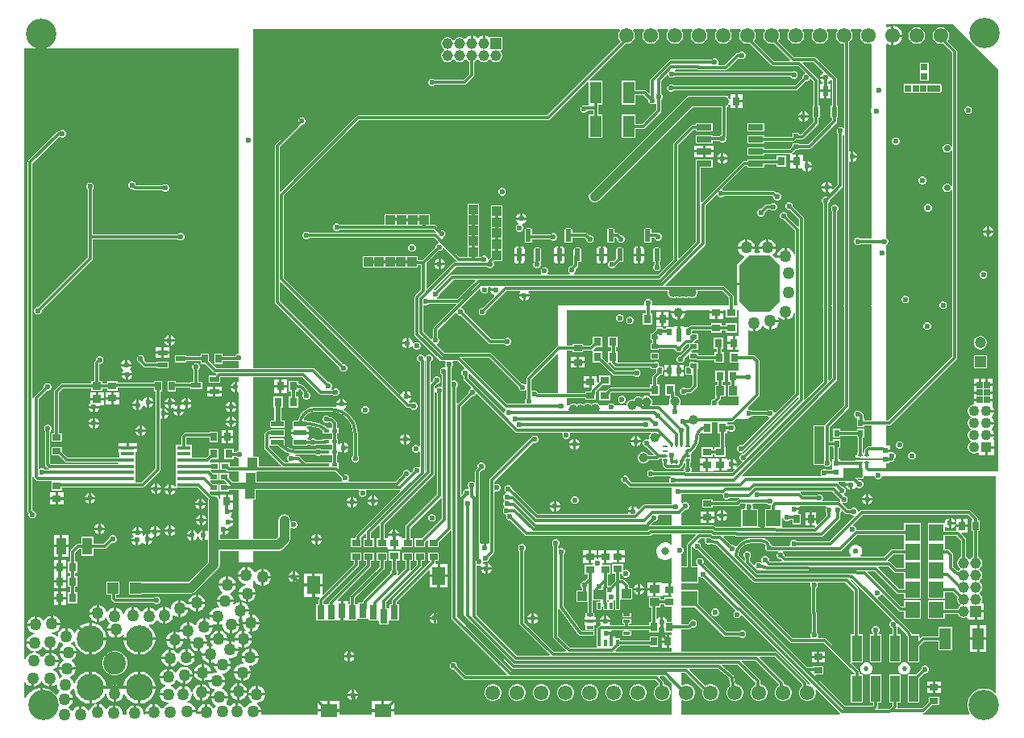
<source format=gbl>
G04*
G04 #@! TF.GenerationSoftware,Altium Limited,Altium Designer,22.5.1 (42)*
G04*
G04 Layer_Physical_Order=4*
G04 Layer_Color=16711680*
%FSLAX43Y43*%
%MOMM*%
G71*
G04*
G04 #@! TF.SameCoordinates,B4329D7B-D132-43AD-BD09-584EF951B7D5*
G04*
G04*
G04 #@! TF.FilePolarity,Positive*
G04*
G01*
G75*
%ADD10C,0.200*%
%ADD18R,0.800X0.950*%
%ADD19R,1.528X0.650*%
%ADD25R,1.000X1.000*%
%ADD27C,1.000*%
%ADD31R,0.900X0.650*%
%ADD32R,0.600X0.750*%
%ADD34R,0.800X0.940*%
%ADD38R,0.950X0.800*%
%ADD41R,0.940X0.800*%
%ADD47R,0.650X0.900*%
%ADD48R,0.940X0.810*%
%ADD55R,0.750X0.600*%
%ADD115C,0.300*%
%ADD117C,0.500*%
%ADD120C,1.000*%
G04:AMPARAMS|DCode=122|XSize=6mm|YSize=4.24mm|CornerRadius=0mm|HoleSize=0mm|Usage=FLASHONLY|Rotation=90.000|XOffset=0mm|YOffset=0mm|HoleType=Round|Shape=Octagon|*
%AMOCTAGOND122*
4,1,8,1.060,3.000,-1.060,3.000,-2.120,1.940,-2.120,-1.940,-1.060,-3.000,1.060,-3.000,2.120,-1.940,2.120,1.940,1.060,3.000,0.0*
%
%ADD122OCTAGOND122*%

%ADD123C,1.550*%
%ADD124C,0.575*%
%ADD125C,0.825*%
%ADD126R,0.700X0.700*%
%ADD127C,2.850*%
%ADD128C,2.400*%
%ADD129R,1.150X1.150*%
%ADD130C,1.150*%
%ADD131C,0.525*%
%ADD132C,0.700*%
%ADD133C,3.200*%
%ADD134R,1.150X1.150*%
%ADD135R,1.200X1.200*%
%ADD136C,1.200*%
%ADD137C,1.100*%
%ADD138R,1.100X1.100*%
%ADD139C,1.270*%
%ADD140C,0.600*%
%ADD142R,1.600X1.750*%
%ADD143R,1.250X2.300*%
%ADD144R,1.750X1.600*%
%ADD145R,0.700X0.500*%
%ADD146R,0.500X0.700*%
%ADD147R,0.400X0.500*%
%ADD148R,0.500X0.400*%
%ADD149R,0.550X0.700*%
%ADD150R,0.550X1.400*%
%ADD151R,1.000X2.750*%
G04:AMPARAMS|DCode=152|XSize=1.35mm|YSize=0.58mm|CornerRadius=0.072mm|HoleSize=0mm|Usage=FLASHONLY|Rotation=0.000|XOffset=0mm|YOffset=0mm|HoleType=Round|Shape=RoundedRectangle|*
%AMROUNDEDRECTD152*
21,1,1.350,0.435,0,0,0.0*
21,1,1.205,0.580,0,0,0.0*
1,1,0.145,0.603,-0.217*
1,1,0.145,-0.603,-0.217*
1,1,0.145,-0.603,0.217*
1,1,0.145,0.603,0.217*
%
%ADD152ROUNDEDRECTD152*%
%ADD153R,0.500X0.475*%
G04:AMPARAMS|DCode=154|XSize=1.32mm|YSize=0.59mm|CornerRadius=0.074mm|HoleSize=0mm|Usage=FLASHONLY|Rotation=90.000|XOffset=0mm|YOffset=0mm|HoleType=Round|Shape=RoundedRectangle|*
%AMROUNDEDRECTD154*
21,1,1.320,0.443,0,0,90.0*
21,1,1.172,0.590,0,0,90.0*
1,1,0.148,0.221,0.586*
1,1,0.148,0.221,-0.586*
1,1,0.148,-0.221,-0.586*
1,1,0.148,-0.221,0.586*
%
%ADD154ROUNDEDRECTD154*%
%ADD155R,0.600X1.050*%
%ADD156R,1.475X0.450*%
%ADD157R,0.800X1.500*%
%ADD158R,1.400X1.900*%
%ADD159R,1.800X1.400*%
%ADD160R,0.711X0.305*%
%ADD161R,0.305X0.711*%
%ADD162R,0.475X0.250*%
%ADD163R,0.250X0.475*%
%ADD164R,0.530X0.280*%
%ADD165R,0.620X0.600*%
%ADD166R,0.625X0.400*%
%ADD167R,1.000X0.550*%
%ADD168R,1.070X1.820*%
%ADD169R,0.870X1.020*%
%ADD170R,1.020X0.870*%
G36*
X85600Y72683D02*
X85580Y72662D01*
X85465Y72463D01*
X85405Y72240D01*
Y72010D01*
X85465Y71787D01*
X85580Y71588D01*
X85743Y71425D01*
X85942Y71310D01*
X86165Y71250D01*
X86295D01*
Y62450D01*
X86168Y62398D01*
X86127Y62439D01*
X85980Y62500D01*
X85820D01*
X85673Y62439D01*
X85561Y62327D01*
X85500Y62180D01*
Y62020D01*
X85561Y61873D01*
X85645Y61789D01*
Y56456D01*
X85129Y55940D01*
X85022Y56012D01*
X85047Y56073D01*
X84627D01*
Y55653D01*
X84688Y55678D01*
X84760Y55571D01*
X84390Y55200D01*
X84270D01*
X84123Y55139D01*
X84011Y55027D01*
X83950Y54880D01*
Y54720D01*
X84011Y54573D01*
X84095Y54489D01*
Y43800D01*
X82040D01*
Y52915D01*
X82020Y53013D01*
X81965Y53095D01*
X80900Y54160D01*
Y54280D01*
X80839Y54427D01*
X80727Y54539D01*
X80580Y54600D01*
X80420D01*
X80273Y54539D01*
X80161Y54427D01*
X80100Y54280D01*
Y54120D01*
X80161Y53973D01*
X80273Y53861D01*
X80420Y53800D01*
X80540D01*
X81530Y52809D01*
Y52096D01*
X81413Y52048D01*
X80300Y53160D01*
Y53280D01*
X80239Y53427D01*
X80127Y53539D01*
X79980Y53600D01*
X79820D01*
X79673Y53539D01*
X79561Y53427D01*
X79500Y53280D01*
Y53120D01*
X79561Y52973D01*
X79673Y52861D01*
X79820Y52800D01*
X79940D01*
X81130Y51609D01*
Y49099D01*
X81003Y49083D01*
X80953Y49268D01*
X80836Y49471D01*
X80671Y49636D01*
X80468Y49753D01*
X80252Y49811D01*
Y48925D01*
X80125D01*
Y48798D01*
X79180D01*
X79127Y48764D01*
X78774Y49117D01*
X78936Y49279D01*
X79053Y49482D01*
X79111Y49698D01*
X77339D01*
X77397Y49482D01*
X77439Y49409D01*
X77364Y49284D01*
X77308Y49279D01*
X76883D01*
X76810Y49406D01*
X76853Y49482D01*
X76911Y49698D01*
X75139D01*
X75197Y49482D01*
X75314Y49279D01*
X75479Y49114D01*
X75682Y48997D01*
X75775Y48972D01*
X75808Y48849D01*
X75051Y48092D01*
Y47022D01*
X75040Y46905D01*
Y46152D01*
X77425D01*
Y45898D01*
X75040D01*
Y45145D01*
X75051Y45028D01*
Y43958D01*
X75092Y43917D01*
X75043Y43800D01*
X74705D01*
Y44700D01*
X74685Y44798D01*
X74630Y44880D01*
X73780Y45730D01*
X73698Y45785D01*
X73600Y45805D01*
X70500D01*
X70475Y45800D01*
X70450Y45805D01*
X67540D01*
X67492Y45922D01*
X71643Y50074D01*
X71699Y50156D01*
X71718Y50254D01*
Y54285D01*
X72833Y55400D01*
X72974Y55362D01*
X73011Y55273D01*
X73123Y55161D01*
X73270Y55100D01*
X73430D01*
X73577Y55161D01*
X73661Y55245D01*
X78763D01*
X78850Y55158D01*
Y55120D01*
X78911Y54973D01*
X79023Y54861D01*
X79170Y54800D01*
X79330D01*
X79477Y54861D01*
X79589Y54973D01*
X79650Y55120D01*
Y55280D01*
X79589Y55427D01*
X79477Y55539D01*
X79330Y55600D01*
X79170D01*
X79141Y55588D01*
X79049Y55680D01*
X78966Y55735D01*
X78869Y55755D01*
X73661D01*
X73577Y55839D01*
X73488Y55876D01*
X73450Y56017D01*
X75873Y58440D01*
X76147D01*
Y58270D01*
X77875D01*
Y58545D01*
X79200D01*
Y58325D01*
X80200D01*
Y59475D01*
X79200D01*
Y59055D01*
X77875D01*
Y59120D01*
X76147D01*
Y58950D01*
X75825D01*
X75800Y58955D01*
X75771Y58949D01*
X75767Y58950D01*
X75670Y58930D01*
X75587Y58875D01*
X71357Y54645D01*
X71230Y54698D01*
Y58270D01*
X72453D01*
Y59120D01*
X70725D01*
Y58545D01*
X70720Y58520D01*
Y50437D01*
X68974Y48691D01*
X68856Y48739D01*
Y60596D01*
X70481Y62220D01*
X70725D01*
Y62080D01*
X72453D01*
Y62930D01*
X70725D01*
Y62730D01*
X70375D01*
X70277Y62710D01*
X70195Y62655D01*
X68421Y60882D01*
X68366Y60799D01*
X68347Y60701D01*
Y48629D01*
X66738Y47020D01*
X57963D01*
X57934Y47131D01*
X57933Y47147D01*
X58043Y47257D01*
X58104Y47404D01*
Y47563D01*
X58091Y47592D01*
X58311Y47812D01*
X58366Y47894D01*
X58386Y47992D01*
Y48303D01*
X58497D01*
X58565Y48316D01*
X58622Y48355D01*
X58661Y48412D01*
X58674Y48480D01*
Y49653D01*
X58661Y49720D01*
X58622Y49778D01*
X58565Y49816D01*
X58497Y49830D01*
X58054D01*
X57987Y49816D01*
X57929Y49778D01*
X57891Y49720D01*
X57877Y49653D01*
Y48929D01*
X57876Y48921D01*
Y48097D01*
X57662Y47883D01*
X57624D01*
X57477Y47823D01*
X57364Y47710D01*
X57304Y47563D01*
Y47404D01*
X57364Y47257D01*
X57474Y47147D01*
X57473Y47131D01*
X57444Y47020D01*
X55216D01*
X55163Y47147D01*
X55164Y47148D01*
X55225Y47295D01*
Y47455D01*
X55164Y47602D01*
X55052Y47714D01*
X54905Y47775D01*
X54745D01*
X54598Y47714D01*
X54486Y47602D01*
X54425Y47455D01*
Y47295D01*
X54486Y47148D01*
X54487Y47147D01*
X54434Y47020D01*
X45166D01*
X45068Y47001D01*
X44985Y46946D01*
X43390Y45350D01*
X43270D01*
X43256Y45344D01*
X43185Y45452D01*
X45528Y47795D01*
X48787D01*
X48871Y47711D01*
X49018Y47650D01*
X49177D01*
X49324Y47711D01*
X49437Y47823D01*
X49498Y47970D01*
Y48130D01*
X49437Y48277D01*
X49419Y48295D01*
X49577Y48453D01*
X50417D01*
Y49621D01*
Y50764D01*
Y51932D01*
Y53101D01*
Y54301D01*
X49217D01*
Y53101D01*
Y51932D01*
Y50764D01*
Y49621D01*
Y48813D01*
X48983Y48579D01*
X48950Y48582D01*
X48856Y48622D01*
Y48709D01*
X48795Y48856D01*
X48682Y48969D01*
X48535Y49030D01*
X48376D01*
X48229Y48969D01*
X48145Y48885D01*
X47971D01*
Y49972D01*
Y51039D01*
Y52105D01*
Y53248D01*
Y54448D01*
X46771D01*
Y53248D01*
Y52105D01*
Y51039D01*
Y49972D01*
Y48885D01*
X45915D01*
X44061Y50739D01*
X44082Y50814D01*
X44108Y50871D01*
X44243Y50927D01*
X44356Y51040D01*
X44417Y51187D01*
Y51346D01*
X44356Y51493D01*
X44243Y51605D01*
X44096Y51666D01*
X43977D01*
X43468Y52176D01*
X43385Y52231D01*
X43288Y52250D01*
X42760D01*
Y53339D01*
X37991D01*
Y52250D01*
X33315D01*
X33231Y52334D01*
X33084Y52395D01*
X32925D01*
X32778Y52334D01*
X32666Y52222D01*
X32605Y52075D01*
Y51916D01*
X32666Y51769D01*
X32778Y51656D01*
X32925Y51595D01*
X33084D01*
X33231Y51656D01*
X33315Y51740D01*
X43182D01*
X43464Y51459D01*
X43400Y51343D01*
X43339Y51355D01*
X30111D01*
X30027Y51439D01*
X29880Y51500D01*
X29720D01*
X29573Y51439D01*
X29461Y51327D01*
X29400Y51180D01*
Y51020D01*
X29461Y50873D01*
X29573Y50761D01*
X29720Y50700D01*
X29880D01*
X30027Y50761D01*
X30111Y50845D01*
X43234D01*
X43677Y50402D01*
X43639Y50261D01*
X43550Y50224D01*
X43438Y50112D01*
X43377Y49965D01*
Y49845D01*
X42025Y48494D01*
X42005D01*
X41958Y48525D01*
X41860Y48545D01*
X41510D01*
Y48930D01*
X35751D01*
Y47730D01*
X41510D01*
Y48035D01*
X41766D01*
X41813Y48004D01*
X41876Y47991D01*
Y45430D01*
X41220Y44774D01*
X41165Y44691D01*
X41145Y44593D01*
Y40757D01*
X41165Y40659D01*
X41220Y40576D01*
X43836Y37960D01*
X43919Y37905D01*
X44016Y37885D01*
X44368D01*
X44442Y37758D01*
X44405Y37670D01*
Y37510D01*
X44466Y37363D01*
X44459Y37326D01*
X44316Y37248D01*
X44310Y37250D01*
X44151D01*
X44004Y37189D01*
X43892Y37077D01*
X43831Y36930D01*
Y36771D01*
X43892Y36624D01*
X44004Y36511D01*
X44056Y36490D01*
Y35253D01*
X43929Y35179D01*
X43840Y35216D01*
X43681D01*
X43534Y35155D01*
X43422Y35043D01*
X43411Y35017D01*
X43284Y35043D01*
Y35261D01*
X43529Y35506D01*
X43567D01*
X43714Y35566D01*
X43826Y35679D01*
X43887Y35826D01*
Y35985D01*
X43826Y36132D01*
X43714Y36245D01*
X43567Y36306D01*
X43408D01*
X43261Y36245D01*
X43148Y36132D01*
X43087Y35985D01*
Y35826D01*
X43099Y35797D01*
X43002Y35699D01*
X42884Y35748D01*
Y37843D01*
X42927Y37861D01*
X43039Y37973D01*
X43100Y38120D01*
Y38280D01*
X43039Y38427D01*
X42927Y38539D01*
X42780Y38600D01*
X42620D01*
X42473Y38539D01*
X42361Y38427D01*
X42317Y38321D01*
X42183D01*
X42139Y38427D01*
X42027Y38539D01*
X41880Y38600D01*
X41720D01*
X41573Y38539D01*
X41461Y38427D01*
X41400Y38280D01*
Y38120D01*
X41461Y37973D01*
X41573Y37861D01*
X41714Y37803D01*
Y29031D01*
X41587Y28978D01*
X41527Y29039D01*
X41380Y29100D01*
X41220D01*
X41073Y29039D01*
X40961Y28927D01*
X40900Y28780D01*
Y28620D01*
X40961Y28473D01*
X41073Y28361D01*
X41220Y28300D01*
X41380D01*
X41527Y28361D01*
X41587Y28422D01*
X41714Y28369D01*
Y26808D01*
X41587Y26735D01*
X41499Y26772D01*
X41340D01*
X41193Y26711D01*
X41080Y26598D01*
X41019Y26451D01*
Y26332D01*
X40869Y26182D01*
X40727Y26220D01*
X40691Y26309D01*
X40578Y26421D01*
X40431Y26482D01*
X40272D01*
X40125Y26421D01*
X40012Y26309D01*
X39952Y26162D01*
Y26042D01*
X39168Y25259D01*
X34280D01*
X34228Y25386D01*
X34239Y25397D01*
X34300Y25544D01*
Y25703D01*
X34239Y25850D01*
X34126Y25963D01*
X33979Y26024D01*
X33821D01*
X33236Y26609D01*
X33161Y26700D01*
X33161D01*
X33161Y26700D01*
Y27300D01*
X33004D01*
Y28025D01*
X33150D01*
Y28387D01*
X33277Y28440D01*
X33386Y28330D01*
X33573Y28253D01*
Y28800D01*
Y29347D01*
X33386Y29270D01*
X33277Y29160D01*
X33150Y29213D01*
Y29725D01*
X33004D01*
Y30300D01*
X33174D01*
Y30900D01*
X33017D01*
Y31389D01*
X32997Y31487D01*
X32942Y31569D01*
X32589Y31923D01*
X32506Y31978D01*
X32409Y31997D01*
X32251D01*
X32239Y32027D01*
X32127Y32139D01*
X31980Y32200D01*
X31820D01*
X31673Y32139D01*
X31561Y32027D01*
X31500Y31880D01*
Y31720D01*
X31561Y31573D01*
X31673Y31461D01*
X31820Y31400D01*
X31980D01*
X32127Y31461D01*
X32153Y31488D01*
X32303D01*
X32507Y31284D01*
Y30900D01*
X31983D01*
X31805Y31052D01*
X31450Y31270D01*
X31066Y31429D01*
X30662Y31526D01*
X30248Y31558D01*
Y31555D01*
X29931D01*
X29925Y31585D01*
X29887Y31642D01*
X29830Y31680D01*
X29763Y31693D01*
X29594D01*
X29523Y31799D01*
X29586Y31949D01*
X29792Y32218D01*
X30061Y32424D01*
X30374Y32554D01*
X30700Y32597D01*
X30710Y32595D01*
X32415D01*
X32425Y32597D01*
X32861Y32554D01*
X33290Y32424D01*
X33686Y32213D01*
X34033Y31928D01*
X34317Y31581D01*
X34529Y31186D01*
X34659Y30756D01*
X34702Y30321D01*
X34700Y30310D01*
Y27983D01*
X34616Y27899D01*
X34555Y27752D01*
Y27593D01*
X34616Y27446D01*
X34728Y27334D01*
X34875Y27273D01*
X35034D01*
X35181Y27334D01*
X35294Y27446D01*
X35355Y27593D01*
Y27752D01*
X35294Y27899D01*
X35209Y27983D01*
Y30310D01*
X35213D01*
X35179Y30748D01*
X35076Y31175D01*
X34908Y31581D01*
X34679Y31955D01*
X34394Y32289D01*
X34060Y32574D01*
X33747Y32765D01*
X33759Y32908D01*
X33814Y32930D01*
X33970Y33086D01*
X34047Y33273D01*
X32953D01*
X32995Y33170D01*
X32903Y33062D01*
X32852Y33074D01*
X32415Y33109D01*
Y33105D01*
X30710D01*
Y33109D01*
X30357Y33074D01*
X30018Y32971D01*
X29705Y32804D01*
X29431Y32579D01*
X29206Y32305D01*
X29039Y31992D01*
X28948Y31693D01*
X28558D01*
X28490Y31680D01*
X28433Y31642D01*
X28395Y31585D01*
X28382Y31517D01*
Y31083D01*
X28395Y31015D01*
X28405Y31000D01*
X28420Y30928D01*
X28379Y30841D01*
X28322Y30803D01*
X28250Y30695D01*
X28225Y30567D01*
Y30477D01*
X30095D01*
Y30567D01*
X30070Y30695D01*
X29998Y30803D01*
X29941Y30841D01*
X29900Y30928D01*
X29915Y31000D01*
X29925Y31015D01*
X29931Y31045D01*
X30248D01*
X30256Y31047D01*
X30665Y31007D01*
X31066Y30885D01*
X31436Y30687D01*
X31525Y30614D01*
Y30300D01*
X32495D01*
Y29725D01*
X31500D01*
Y29659D01*
X30835D01*
X30751Y29743D01*
X30604Y29804D01*
X30444D01*
X30297Y29743D01*
X30213Y29659D01*
X29952D01*
X29902Y29774D01*
X29941Y29859D01*
X29998Y29897D01*
X30070Y30005D01*
X30095Y30132D01*
Y30223D01*
X28225D01*
Y30132D01*
X28250Y30005D01*
X28322Y29897D01*
X28379Y29859D01*
X28420Y29772D01*
X28405Y29700D01*
X28395Y29685D01*
X28382Y29618D01*
Y29183D01*
X28395Y29115D01*
X28433Y29058D01*
X28490Y29020D01*
X28558Y29007D01*
X29763D01*
X29830Y29020D01*
X29887Y29058D01*
X29925Y29115D01*
X29932Y29149D01*
X30213D01*
X30297Y29065D01*
X30444Y29004D01*
X30604D01*
X30751Y29065D01*
X30835Y29149D01*
X31500D01*
Y29125D01*
X32482D01*
Y28625D01*
X31500D01*
Y28625D01*
X31374Y28612D01*
X31307Y28679D01*
X31160Y28740D01*
X31000D01*
X30853Y28679D01*
X30754Y28580D01*
X28917D01*
X28906Y28578D01*
X28471Y28621D01*
X28041Y28751D01*
X27646Y28962D01*
X27521Y29065D01*
X27555Y29115D01*
X27568Y29183D01*
Y29618D01*
X27555Y29685D01*
X27517Y29742D01*
X27460Y29780D01*
X27392Y29793D01*
X26188D01*
X26120Y29780D01*
X26063Y29742D01*
X25927Y29765D01*
X25906Y29780D01*
Y29966D01*
X25931Y29983D01*
X26063Y30008D01*
X26120Y29970D01*
X26188Y29957D01*
X27392D01*
X27460Y29970D01*
X27517Y30008D01*
X27555Y30065D01*
X27568Y30132D01*
Y30567D01*
X27555Y30635D01*
X27517Y30692D01*
X27460Y30730D01*
X27392Y30743D01*
X26188D01*
X26120Y30730D01*
X26063Y30692D01*
X26025Y30635D01*
X26019Y30605D01*
X25826D01*
X25729Y30586D01*
X25646Y30530D01*
X25471Y30354D01*
X25415Y30272D01*
X25396Y30174D01*
Y28803D01*
X25415Y28705D01*
X25471Y28623D01*
X27033Y27060D01*
X27083Y27027D01*
X27178Y26932D01*
X27125Y26805D01*
X24780D01*
Y27850D01*
X24200D01*
Y36245D01*
X29394D01*
X31170Y34470D01*
X31252Y34415D01*
X31350Y34395D01*
X32589D01*
X32673Y34311D01*
X32820Y34250D01*
X32980D01*
X33127Y34311D01*
X33239Y34423D01*
X33300Y34570D01*
Y34730D01*
X33239Y34877D01*
X33127Y34989D01*
X32980Y35050D01*
X32820D01*
X32673Y34989D01*
X32589Y34905D01*
X32450D01*
X32398Y35032D01*
X32439Y35073D01*
X32500Y35220D01*
Y35380D01*
X32439Y35527D01*
X32327Y35639D01*
X32180Y35700D01*
X32060D01*
X30628Y37133D01*
X30545Y37188D01*
X30448Y37207D01*
X24200D01*
Y60859D01*
X24254Y60990D01*
Y61210D01*
X24200Y61341D01*
Y72800D01*
X62692D01*
X62740Y72683D01*
X62720Y72662D01*
X62605Y72463D01*
X62545Y72240D01*
Y72010D01*
X62605Y71787D01*
X62720Y71588D01*
X62824Y71484D01*
X55065Y63726D01*
X35227D01*
X35129Y63706D01*
X35046Y63651D01*
X27122Y55727D01*
X27005Y55776D01*
Y60444D01*
X29292Y62731D01*
X29411D01*
X29558Y62792D01*
X29670Y62905D01*
X29731Y63052D01*
Y63211D01*
X29670Y63358D01*
X29558Y63470D01*
X29411Y63531D01*
X29252D01*
X29105Y63470D01*
X28992Y63358D01*
X28931Y63211D01*
Y63092D01*
X26570Y60730D01*
X26515Y60648D01*
X26495Y60550D01*
Y44150D01*
X26515Y44052D01*
X26570Y43970D01*
X33300Y37240D01*
Y37120D01*
X33361Y36973D01*
X33473Y36861D01*
X33620Y36800D01*
X33780D01*
X33927Y36861D01*
X34039Y36973D01*
X34100Y37120D01*
Y37280D01*
X34039Y37427D01*
X33927Y37539D01*
X33780Y37600D01*
X33660D01*
X27005Y44256D01*
Y46191D01*
X27122Y46239D01*
X40285Y33077D01*
X40367Y33022D01*
X40465Y33003D01*
X40749D01*
X40761Y32973D01*
X40873Y32861D01*
X41020Y32800D01*
X41180D01*
X41327Y32861D01*
X41439Y32973D01*
X41500Y33120D01*
Y33280D01*
X41439Y33427D01*
X41327Y33539D01*
X41180Y33600D01*
X41020D01*
X40873Y33539D01*
X40847Y33512D01*
X40610D01*
X40551Y33580D01*
X40582Y33717D01*
X40614Y33730D01*
X40770Y33886D01*
X40847Y34073D01*
X40300D01*
Y34200D01*
X40173D01*
Y34747D01*
X39986Y34670D01*
X39830Y34514D01*
X39797Y34435D01*
X39673Y34410D01*
X27405Y46678D01*
Y55289D01*
X35332Y63216D01*
X55171D01*
X55268Y63235D01*
X55351Y63291D01*
X59348Y67288D01*
X59475Y67235D01*
Y64850D01*
X59377Y64780D01*
X59103D01*
X59055Y64800D01*
X58895D01*
X58748Y64739D01*
X58636Y64627D01*
X58575Y64480D01*
Y64320D01*
X58636Y64173D01*
X58748Y64061D01*
X58895Y64000D01*
X59055D01*
X59202Y64061D01*
X59314Y64173D01*
X59354Y64270D01*
X59945D01*
Y63850D01*
X59475D01*
Y61350D01*
X60925D01*
Y63850D01*
X60455D01*
Y64850D01*
X60925D01*
Y67350D01*
X59590D01*
X59537Y67477D01*
X63310Y71250D01*
X63535D01*
X63758Y71310D01*
X63957Y71425D01*
X64120Y71588D01*
X64235Y71787D01*
X64295Y72010D01*
Y72240D01*
X64235Y72463D01*
X64120Y72662D01*
X64100Y72683D01*
X64148Y72800D01*
X65232D01*
X65280Y72683D01*
X65260Y72662D01*
X65145Y72463D01*
X65085Y72240D01*
Y72010D01*
X65145Y71787D01*
X65260Y71588D01*
X65423Y71425D01*
X65622Y71310D01*
X65845Y71250D01*
X66075D01*
X66298Y71310D01*
X66497Y71425D01*
X66660Y71588D01*
X66775Y71787D01*
X66835Y72010D01*
Y72240D01*
X66775Y72463D01*
X66660Y72662D01*
X66640Y72683D01*
X66688Y72800D01*
X67772D01*
X67820Y72683D01*
X67800Y72662D01*
X67685Y72463D01*
X67625Y72240D01*
Y72010D01*
X67685Y71787D01*
X67800Y71588D01*
X67963Y71425D01*
X68162Y71310D01*
X68385Y71250D01*
X68615D01*
X68838Y71310D01*
X69037Y71425D01*
X69200Y71588D01*
X69315Y71787D01*
X69375Y72010D01*
Y72240D01*
X69315Y72463D01*
X69200Y72662D01*
X69180Y72683D01*
X69228Y72800D01*
X70312D01*
X70360Y72683D01*
X70340Y72662D01*
X70225Y72463D01*
X70165Y72240D01*
Y72010D01*
X70225Y71787D01*
X70340Y71588D01*
X70503Y71425D01*
X70702Y71310D01*
X70925Y71250D01*
X71155D01*
X71378Y71310D01*
X71577Y71425D01*
X71740Y71588D01*
X71855Y71787D01*
X71915Y72010D01*
Y72240D01*
X71855Y72463D01*
X71740Y72662D01*
X71720Y72683D01*
X71768Y72800D01*
X72852D01*
X72900Y72683D01*
X72880Y72662D01*
X72765Y72463D01*
X72705Y72240D01*
Y72010D01*
X72765Y71787D01*
X72880Y71588D01*
X73043Y71425D01*
X73242Y71310D01*
X73465Y71250D01*
X73695D01*
X73918Y71310D01*
X74117Y71425D01*
X74280Y71588D01*
X74395Y71787D01*
X74455Y72010D01*
Y72240D01*
X74395Y72463D01*
X74280Y72662D01*
X74260Y72683D01*
X74308Y72800D01*
X75392D01*
X75440Y72683D01*
X75420Y72662D01*
X75305Y72463D01*
X75245Y72240D01*
Y72010D01*
X75305Y71787D01*
X75420Y71588D01*
X75583Y71425D01*
X75782Y71310D01*
X76005Y71250D01*
X76235D01*
X76357Y71283D01*
X78620Y69020D01*
X78702Y68965D01*
X78800Y68945D01*
X81472D01*
X82200Y68217D01*
X82162Y68076D01*
X82073Y68039D01*
X81961Y67927D01*
X81900Y67780D01*
Y67660D01*
X81094Y66855D01*
X68411D01*
X68327Y66939D01*
X68180Y67000D01*
X68020D01*
X67873Y66939D01*
X67761Y66827D01*
X67700Y66680D01*
Y66520D01*
X67761Y66373D01*
X67873Y66261D01*
X68020Y66200D01*
X68180D01*
X68327Y66261D01*
X68411Y66345D01*
X81200D01*
X81298Y66365D01*
X81380Y66420D01*
X82260Y67300D01*
X82380D01*
X82527Y67361D01*
X82639Y67473D01*
X82676Y67562D01*
X82817Y67600D01*
X83095Y67322D01*
Y64725D01*
X82950D01*
Y63475D01*
X83095D01*
Y63056D01*
X81794Y61755D01*
X81550D01*
Y61850D01*
X80850D01*
Y61535D01*
X80804Y61490D01*
X77875D01*
Y61660D01*
X76147D01*
Y60810D01*
X77875D01*
Y60980D01*
X80910D01*
X81008Y61000D01*
X81090Y61055D01*
X81210Y61175D01*
X81550D01*
Y61245D01*
X81900D01*
X81998Y61265D01*
X82080Y61320D01*
X83530Y62770D01*
X83585Y62852D01*
X83605Y62950D01*
Y63475D01*
X83750D01*
Y64725D01*
X83605D01*
Y67428D01*
X83585Y67525D01*
X83530Y67608D01*
X81911Y69228D01*
X81959Y69345D01*
X83072D01*
X84090Y68327D01*
X84065Y68203D01*
X83986Y68170D01*
X83830Y68014D01*
X83753Y67827D01*
X84300D01*
Y67573D01*
X83753D01*
X83830Y67386D01*
X83986Y67230D01*
X84045Y67206D01*
X84020Y67079D01*
X83746D01*
Y66427D01*
X84300D01*
X84854D01*
Y67079D01*
X84580D01*
X84555Y67206D01*
X84614Y67230D01*
X84770Y67386D01*
X84788Y67431D01*
X84920Y67461D01*
X84995Y67395D01*
Y64725D01*
X84850D01*
Y63475D01*
X84995D01*
Y63231D01*
X82507Y60742D01*
X81550D01*
Y60825D01*
X80850D01*
Y60510D01*
X80559Y60220D01*
X77875D01*
Y60390D01*
X76147D01*
Y59540D01*
X77875D01*
Y59710D01*
X80553D01*
X80646Y59629D01*
X80646Y59583D01*
Y59027D01*
X81173D01*
Y59629D01*
X80841D01*
X80802Y59756D01*
X80845Y59785D01*
X81210Y60150D01*
X81550D01*
Y60233D01*
X82613D01*
X82710Y60252D01*
X82793Y60307D01*
X85430Y62945D01*
X85485Y63027D01*
X85505Y63125D01*
Y63475D01*
X85650D01*
Y64725D01*
X85505D01*
Y67528D01*
X85485Y67625D01*
X85430Y67708D01*
X83358Y69780D01*
X83275Y69835D01*
X83178Y69855D01*
X81046D01*
X79336Y71564D01*
X79360Y71588D01*
X79475Y71787D01*
X79535Y72010D01*
Y72240D01*
X79475Y72463D01*
X79360Y72662D01*
X79340Y72683D01*
X79388Y72800D01*
X80472D01*
X80520Y72683D01*
X80500Y72662D01*
X80385Y72463D01*
X80325Y72240D01*
Y72010D01*
X80385Y71787D01*
X80500Y71588D01*
X80663Y71425D01*
X80862Y71310D01*
X81085Y71250D01*
X81315D01*
X81538Y71310D01*
X81737Y71425D01*
X81900Y71588D01*
X82015Y71787D01*
X82075Y72010D01*
Y72240D01*
X82015Y72463D01*
X81900Y72662D01*
X81880Y72683D01*
X81928Y72800D01*
X83012D01*
X83060Y72683D01*
X83040Y72662D01*
X82925Y72463D01*
X82865Y72240D01*
Y72010D01*
X82925Y71787D01*
X83040Y71588D01*
X83203Y71425D01*
X83402Y71310D01*
X83625Y71250D01*
X83855D01*
X84078Y71310D01*
X84277Y71425D01*
X84440Y71588D01*
X84555Y71787D01*
X84615Y72010D01*
Y72240D01*
X84555Y72463D01*
X84440Y72662D01*
X84420Y72683D01*
X84468Y72800D01*
X85552D01*
X85600Y72683D01*
D02*
G37*
G36*
X22700Y38700D02*
X22620D01*
X22473Y38639D01*
X22361Y38527D01*
X22321Y38430D01*
X21000D01*
Y38725D01*
X20150D01*
Y37625D01*
X21000D01*
Y37920D01*
X22572D01*
X22620Y37900D01*
X22700D01*
Y37207D01*
X20328D01*
X19550Y37985D01*
Y38725D01*
X18700D01*
Y38405D01*
X17200D01*
Y38525D01*
X16000D01*
Y37775D01*
X17200D01*
Y37895D01*
X18700D01*
Y37625D01*
X19190D01*
X20042Y36772D01*
X20125Y36717D01*
X20223Y36697D01*
X20333D01*
X20386Y36570D01*
X20320Y36505D01*
X20265Y36422D01*
X20255Y36375D01*
X19550D01*
Y35625D01*
X20750D01*
Y36100D01*
X20755Y36125D01*
Y36219D01*
X20781Y36245D01*
X22700D01*
Y35790D01*
X22594Y35719D01*
X22527Y35747D01*
Y35200D01*
Y34653D01*
X22594Y34681D01*
X22700Y34610D01*
Y28492D01*
X22573Y28439D01*
X22489Y28355D01*
X22173D01*
Y28733D01*
X21173D01*
Y27583D01*
X22173D01*
Y27845D01*
X22489D01*
X22573Y27761D01*
X22700Y27708D01*
Y26805D01*
X21755D01*
X21733Y26826D01*
Y27266D01*
X20784D01*
Y26466D01*
X21373D01*
X21469Y26370D01*
X21552Y26315D01*
X21649Y26295D01*
X22700D01*
Y25259D01*
X22034D01*
X21647Y25645D01*
Y26160D01*
X20697D01*
Y25360D01*
X21212D01*
X21450Y25121D01*
X21402Y25004D01*
X20697D01*
Y24204D01*
X21647D01*
Y24349D01*
X22700D01*
Y19212D01*
X20712D01*
Y19639D01*
X20839Y19709D01*
X20973Y19653D01*
Y20200D01*
X21100D01*
Y20327D01*
X21647D01*
X21641Y20342D01*
X21710Y20446D01*
X21914Y20530D01*
X22070Y20686D01*
X22147Y20873D01*
X21600D01*
Y21127D01*
X22147D01*
X22070Y21314D01*
X21914Y21470D01*
X21836Y21502D01*
X21825Y21567D01*
X21827Y21643D01*
X21970Y21786D01*
X22047Y21973D01*
X21500D01*
Y22227D01*
X22047D01*
X22006Y22327D01*
X22091Y22454D01*
X22094D01*
Y23051D01*
X21440D01*
Y23178D01*
X21313D01*
Y23902D01*
X20786D01*
Y23519D01*
X20698Y23462D01*
X20600Y23549D01*
Y23748D01*
X20360D01*
X20334Y23765D01*
X20100Y23812D01*
X19930Y23778D01*
X19631Y24077D01*
X19684Y24204D01*
X20547D01*
Y25004D01*
X19958D01*
X19720Y25242D01*
X19768Y25360D01*
X20547D01*
Y26160D01*
X19958D01*
X19778Y26339D01*
X19831Y26466D01*
X20633D01*
Y27266D01*
X19720D01*
X19657Y27382D01*
X19858Y27583D01*
X20573D01*
Y28733D01*
X19573D01*
Y28017D01*
X19568Y28014D01*
X19331Y27777D01*
X17856D01*
X17758Y27847D01*
X17758Y27974D01*
X17758Y28497D01*
X17758Y28624D01*
Y29147D01*
X17175D01*
Y29860D01*
X17202Y29886D01*
X19630D01*
Y29411D01*
X20480D01*
Y30511D01*
X19630D01*
Y30396D01*
X17096D01*
X16998Y30377D01*
X16916Y30322D01*
X16740Y30146D01*
X16685Y30063D01*
X16665Y29966D01*
Y29147D01*
X16083D01*
X16083Y28497D01*
X16083Y28370D01*
X16083Y27847D01*
X16083Y27720D01*
X16083Y27197D01*
X16083Y27070D01*
X16083Y26547D01*
X16083Y26420D01*
Y26024D01*
X16083Y25897D01*
X16083D01*
Y25897D01*
X16083D01*
X16083Y25247D01*
X16083Y25120D01*
Y24767D01*
X16021Y24738D01*
X15956Y24728D01*
X15814Y24870D01*
X15627Y24947D01*
Y24527D01*
X16074D01*
X16156Y24597D01*
X17758D01*
Y24667D01*
X18320D01*
X19542Y23445D01*
X19535Y23434D01*
X19488Y23200D01*
Y20075D01*
X19361Y20022D01*
X19314Y20070D01*
X19127Y20147D01*
Y19600D01*
Y19053D01*
X19314Y19130D01*
X19361Y19178D01*
X19488Y19125D01*
Y18600D01*
Y16753D01*
X17422Y14687D01*
X12550D01*
Y14750D01*
X11200D01*
Y13400D01*
X12550D01*
Y13463D01*
X17675D01*
X17909Y13510D01*
X18108Y13642D01*
X20533Y16067D01*
X20665Y16266D01*
X20712Y16500D01*
Y17988D01*
X22700D01*
Y16800D01*
X24200D01*
Y17988D01*
X26914D01*
X27148Y18035D01*
X27347Y18167D01*
X27933Y18753D01*
X28065Y18952D01*
X28112Y19186D01*
Y20343D01*
X28239Y20396D01*
X28273Y20361D01*
X28420Y20300D01*
X28580D01*
X28727Y20361D01*
X28839Y20473D01*
X28900Y20620D01*
Y20780D01*
X28839Y20927D01*
X28727Y21039D01*
X28580Y21100D01*
X28420D01*
X28273Y21039D01*
X28239Y21004D01*
X28112Y21057D01*
Y21200D01*
X28065Y21434D01*
X27933Y21633D01*
X27734Y21765D01*
X27500Y21812D01*
X27266Y21765D01*
X27067Y21633D01*
X26935Y21434D01*
X26888Y21200D01*
Y19439D01*
X26661Y19212D01*
X24200D01*
Y23350D01*
X24490D01*
Y24349D01*
X35304D01*
X35361Y24227D01*
X35300Y24080D01*
Y23920D01*
X35361Y23773D01*
X35473Y23661D01*
X35620Y23600D01*
X35780D01*
X35927Y23661D01*
X36039Y23773D01*
X36100Y23920D01*
Y24080D01*
X36039Y24227D01*
X36096Y24349D01*
X39634D01*
X39665Y24308D01*
X39692Y24228D01*
X35078Y19613D01*
X35023Y19531D01*
X35003Y19433D01*
Y19259D01*
X34499D01*
Y18409D01*
X35599D01*
Y19259D01*
X35599D01*
X35571Y19386D01*
X35976Y19791D01*
X36094Y19742D01*
Y19259D01*
X35799D01*
Y18409D01*
X36899D01*
Y19259D01*
X36604D01*
Y19852D01*
X37376Y20625D01*
X37494Y20576D01*
Y19259D01*
X37199D01*
Y18409D01*
X38299Y18409D01*
X38325Y18292D01*
Y18125D01*
X38922D01*
Y18779D01*
X39176D01*
Y18125D01*
X39773D01*
Y18406D01*
X39899Y18409D01*
X39900Y18409D01*
X40999D01*
Y19259D01*
X40704D01*
Y20343D01*
X43929Y23569D01*
X43980Y23562D01*
X44056Y23524D01*
Y21376D01*
X41938Y19259D01*
X41199D01*
Y18409D01*
X42299D01*
Y18898D01*
X42481Y19081D01*
X42599Y19032D01*
Y18409D01*
X43699D01*
Y18898D01*
X44943Y20143D01*
X44994Y20136D01*
X45070Y20098D01*
Y10931D01*
X45090Y10834D01*
X45145Y10751D01*
X50876Y5020D01*
X50827Y4903D01*
X46615D01*
X45657Y5860D01*
Y5980D01*
X45597Y6127D01*
X45484Y6239D01*
X45337Y6300D01*
X45178D01*
X45031Y6239D01*
X44918Y6127D01*
X44857Y5980D01*
Y5820D01*
X44918Y5673D01*
X45031Y5561D01*
X45178Y5500D01*
X45297D01*
X46330Y4467D01*
X46412Y4412D01*
X46510Y4393D01*
X66465D01*
X66803Y4054D01*
Y3862D01*
X66653Y3775D01*
X66490Y3612D01*
X66375Y3413D01*
X66315Y3190D01*
Y2960D01*
X66375Y2737D01*
X66490Y2538D01*
X66653Y2375D01*
X66852Y2260D01*
X67075Y2200D01*
X67305D01*
X67528Y2260D01*
X67727Y2375D01*
X67890Y2538D01*
X68005Y2737D01*
X68065Y2960D01*
Y3190D01*
X68005Y3413D01*
X67890Y3612D01*
X67727Y3775D01*
X67528Y3890D01*
X67313Y3948D01*
Y4160D01*
X67294Y4257D01*
X67238Y4340D01*
X66903Y4675D01*
X66952Y4793D01*
X67438D01*
X68200Y4031D01*
Y750D01*
X39003D01*
Y1082D01*
X36695D01*
Y750D01*
X33303D01*
Y1082D01*
X30995D01*
Y750D01*
X25158D01*
X25061Y877D01*
X25086Y973D01*
X24200D01*
Y1227D01*
X25086D01*
X25028Y1443D01*
X24911Y1646D01*
X24746Y1811D01*
X24620Y1884D01*
X24654Y2011D01*
X24717D01*
X24943Y2072D01*
X25146Y2189D01*
X25311Y2354D01*
X25428Y2557D01*
X25486Y2773D01*
X23714D01*
X23772Y2557D01*
X23889Y2354D01*
X24054Y2189D01*
X24180Y2116D01*
X24146Y1989D01*
X24083D01*
X23857Y1928D01*
X23654Y1811D01*
X23489Y1646D01*
X23423Y1533D01*
X23277D01*
X23211Y1646D01*
X23046Y1811D01*
X22843Y1928D01*
X22627Y1986D01*
Y1100D01*
X22373D01*
Y1986D01*
X22157Y1928D01*
X21954Y1811D01*
X21833Y1690D01*
X21750Y1660D01*
X21667Y1690D01*
X21546Y1811D01*
X21421Y1884D01*
X21397Y2040D01*
X21411Y2054D01*
X21528Y2257D01*
X21586Y2473D01*
X19814D01*
X19872Y2257D01*
X19989Y2054D01*
X20154Y1889D01*
X20279Y1816D01*
X20303Y1660D01*
X20289Y1646D01*
X20194Y1483D01*
X20078Y1470D01*
X20051Y1478D01*
X20011Y1546D01*
X19846Y1711D01*
X19643Y1828D01*
X19427Y1886D01*
Y1000D01*
X19300D01*
Y873D01*
X18403D01*
X18361Y818D01*
X18251D01*
X18172Y921D01*
X18186Y973D01*
X17300D01*
Y1227D01*
X18186D01*
X18128Y1443D01*
X18011Y1646D01*
X17846Y1811D01*
X17643Y1928D01*
X17417Y1989D01*
X17354D01*
X17320Y2116D01*
X17446Y2189D01*
X17611Y2354D01*
X17728Y2557D01*
X17789Y2783D01*
Y2913D01*
X17789Y2948D01*
X17916Y2964D01*
X17926Y2926D01*
X17972Y2757D01*
X18089Y2554D01*
X18254Y2389D01*
X18457Y2272D01*
X18673Y2214D01*
Y3100D01*
Y3986D01*
X18457Y3928D01*
X18254Y3811D01*
X18089Y3646D01*
X17972Y3443D01*
X17911Y3217D01*
Y3087D01*
X17911Y3052D01*
X17784Y3036D01*
X17774Y3074D01*
X17728Y3243D01*
X17611Y3446D01*
X17446Y3611D01*
X17243Y3728D01*
X17027Y3786D01*
Y2900D01*
X16773D01*
Y3786D01*
X16557Y3728D01*
X16354Y3611D01*
X16189Y3446D01*
X16163Y3402D01*
X16037D01*
X16011Y3446D01*
X15846Y3611D01*
X15643Y3728D01*
X15621Y3734D01*
Y3866D01*
X15643Y3872D01*
X15846Y3989D01*
X16011Y4154D01*
X16128Y4357D01*
X16136Y4384D01*
X16262Y4401D01*
X16289Y4354D01*
X16454Y4189D01*
X16657Y4072D01*
X16873Y4014D01*
Y4900D01*
X17000D01*
Y5027D01*
X17886D01*
X17828Y5243D01*
X17711Y5446D01*
X17546Y5611D01*
X17343Y5728D01*
X17174Y5774D01*
X17136Y5784D01*
X17152Y5911D01*
X17187Y5911D01*
X17317D01*
X17543Y5972D01*
X17746Y6089D01*
X17911Y6254D01*
X18028Y6457D01*
X18086Y6673D01*
X17200D01*
Y6800D01*
X17073D01*
Y7686D01*
X16857Y7628D01*
X16654Y7511D01*
X16489Y7346D01*
X16394Y7183D01*
X16278Y7170D01*
X16250Y7178D01*
X16211Y7246D01*
X16046Y7411D01*
X15843Y7528D01*
X15627Y7586D01*
Y6700D01*
Y5814D01*
X15843Y5872D01*
X16046Y5989D01*
X16211Y6154D01*
X16306Y6317D01*
X16422Y6330D01*
X16449Y6322D01*
X16489Y6254D01*
X16654Y6089D01*
X16857Y5972D01*
X17026Y5926D01*
X17064Y5916D01*
X17048Y5789D01*
X17013Y5789D01*
X16883D01*
X16657Y5728D01*
X16454Y5611D01*
X16289Y5446D01*
X16172Y5243D01*
X16164Y5216D01*
X16038Y5199D01*
X16011Y5246D01*
X15846Y5411D01*
X15643Y5528D01*
X15427Y5586D01*
Y4700D01*
X15300D01*
Y4573D01*
X14414D01*
X14472Y4357D01*
X14589Y4154D01*
X14754Y3989D01*
X14957Y3872D01*
X14979Y3866D01*
Y3734D01*
X14957Y3728D01*
X14754Y3611D01*
X14589Y3446D01*
X14472Y3243D01*
X14414Y3027D01*
X15300D01*
Y2773D01*
X14414D01*
X14472Y2557D01*
X14589Y2354D01*
X14754Y2189D01*
X14957Y2072D01*
X15183Y2011D01*
X15348D01*
X15364Y1884D01*
X15157Y1828D01*
X14954Y1711D01*
X14789Y1546D01*
X14723Y1433D01*
X14577D01*
X14511Y1546D01*
X14346Y1711D01*
X14143Y1828D01*
X13927Y1886D01*
Y1000D01*
X13800D01*
Y873D01*
X12903D01*
X12847Y800D01*
X12689D01*
Y1017D01*
X12628Y1243D01*
X12511Y1446D01*
X12346Y1611D01*
X12143Y1728D01*
X11927Y1786D01*
Y900D01*
X11673D01*
Y1786D01*
X11457Y1728D01*
X11254Y1611D01*
X11089Y1446D01*
X10972Y1243D01*
X10911Y1017D01*
Y800D01*
X10489D01*
Y1017D01*
X10428Y1243D01*
X10311Y1446D01*
X10146Y1611D01*
X9943Y1728D01*
X9727Y1786D01*
Y900D01*
X9473D01*
Y1786D01*
X9257Y1728D01*
X9054Y1611D01*
X8889Y1446D01*
X8849Y1378D01*
X8822Y1370D01*
X8706Y1383D01*
X8611Y1546D01*
X8446Y1711D01*
X8243Y1828D01*
X8027Y1886D01*
Y1000D01*
X7773D01*
Y1886D01*
X7557Y1828D01*
X7354Y1711D01*
X7189Y1546D01*
X7072Y1343D01*
X7036Y1211D01*
X6900Y1193D01*
X6811Y1346D01*
X6646Y1511D01*
X6443Y1628D01*
X6227Y1686D01*
Y800D01*
X5973D01*
Y1686D01*
X5757Y1628D01*
X5554Y1511D01*
X5389Y1346D01*
X5294Y1183D01*
X5178Y1170D01*
X5150Y1178D01*
X5111Y1246D01*
X4946Y1411D01*
X4833Y1477D01*
Y1623D01*
X4946Y1689D01*
X5111Y1854D01*
X5228Y2057D01*
X5286Y2273D01*
X4400D01*
Y2527D01*
X5286D01*
X5228Y2743D01*
X5111Y2946D01*
X5026Y3031D01*
X5046Y3189D01*
X5211Y3354D01*
X5258Y3436D01*
X5425Y3470D01*
X5446Y3454D01*
Y3435D01*
X5511Y3110D01*
X5637Y2805D01*
X5821Y2530D01*
X6055Y2296D01*
X6330Y2112D01*
X6635Y1986D01*
X6960Y1921D01*
X6998D01*
Y3600D01*
Y5279D01*
X6960D01*
X6635Y5214D01*
X6330Y5088D01*
X6055Y4904D01*
X5821Y4670D01*
X5637Y4395D01*
X5511Y4090D01*
X5506Y4069D01*
X5376Y4065D01*
X5328Y4243D01*
X5211Y4446D01*
X5046Y4611D01*
X4999Y4638D01*
X5016Y4764D01*
X5043Y4772D01*
X5246Y4889D01*
X5411Y5054D01*
X5528Y5257D01*
X5586Y5473D01*
X3814D01*
X3872Y5257D01*
X3989Y5054D01*
X4154Y4889D01*
X4201Y4862D01*
X4184Y4736D01*
X4157Y4728D01*
X3954Y4611D01*
X3916Y4573D01*
X3789Y4626D01*
Y4717D01*
X3728Y4943D01*
X3611Y5146D01*
X3446Y5311D01*
X3243Y5428D01*
X3221Y5434D01*
Y5566D01*
X3243Y5572D01*
X3446Y5689D01*
X3611Y5854D01*
X3728Y6057D01*
X3786Y6273D01*
X2900D01*
Y6400D01*
X2773D01*
Y7286D01*
X2557Y7228D01*
X2354Y7111D01*
X2189Y6946D01*
X2123Y6833D01*
X1977D01*
X1911Y6946D01*
X1746Y7111D01*
X1543Y7228D01*
X1336Y7284D01*
X1352Y7411D01*
X1417D01*
X1643Y7472D01*
X1846Y7589D01*
X2011Y7754D01*
X2056Y7831D01*
X2123Y7843D01*
X2206Y7837D01*
X2354Y7689D01*
X2557Y7572D01*
X2773Y7514D01*
Y8400D01*
X3027D01*
Y7514D01*
X3243Y7572D01*
X3446Y7689D01*
X3611Y7854D01*
X3728Y8057D01*
X3789Y8283D01*
Y8383D01*
X3802Y8392D01*
X3916Y8427D01*
X4054Y8289D01*
X4257Y8172D01*
X4284Y8164D01*
X4301Y8038D01*
X4254Y8011D01*
X4089Y7846D01*
X3972Y7643D01*
X3914Y7427D01*
X5686D01*
X5628Y7643D01*
X5511Y7846D01*
X5346Y8011D01*
X5143Y8128D01*
X5116Y8136D01*
X5099Y8262D01*
X5146Y8289D01*
X5311Y8454D01*
X5334Y8494D01*
X5468Y8472D01*
X5511Y8260D01*
X5637Y7955D01*
X5821Y7680D01*
X6055Y7446D01*
X6330Y7262D01*
X6635Y7136D01*
X6960Y7071D01*
X6998D01*
Y8750D01*
Y10429D01*
X6960D01*
X6635Y10364D01*
X6330Y10238D01*
X6055Y10054D01*
X5821Y9820D01*
X5637Y9545D01*
X5557Y9353D01*
X5470Y9346D01*
X5421Y9356D01*
X5311Y9546D01*
X5146Y9711D01*
X4943Y9828D01*
X4727Y9886D01*
Y9000D01*
X4473D01*
Y9886D01*
X4257Y9828D01*
X4054Y9711D01*
X3889Y9546D01*
X3772Y9343D01*
X3711Y9117D01*
Y9017D01*
X3698Y9008D01*
X3584Y8973D01*
X3446Y9111D01*
X3243Y9228D01*
X3036Y9284D01*
X3052Y9411D01*
X3217D01*
X3443Y9472D01*
X3646Y9589D01*
X3811Y9754D01*
X3928Y9957D01*
X3986Y10173D01*
X3100D01*
Y10300D01*
X2973D01*
Y11186D01*
X2757Y11128D01*
X2554Y11011D01*
X2389Y10846D01*
X2294Y10683D01*
X2178Y10670D01*
X2151Y10678D01*
X2111Y10746D01*
X1946Y10911D01*
X1743Y11028D01*
X1527Y11086D01*
Y10200D01*
X1400D01*
Y10073D01*
X514D01*
X572Y9857D01*
X689Y9654D01*
X854Y9489D01*
X1057Y9372D01*
X1264Y9316D01*
X1248Y9189D01*
X1183D01*
X957Y9128D01*
X754Y9011D01*
X589Y8846D01*
X472Y8643D01*
X414Y8427D01*
X1300D01*
Y8173D01*
X414D01*
X472Y7957D01*
X589Y7754D01*
X754Y7589D01*
X957Y7472D01*
X1164Y7416D01*
X1148Y7289D01*
X1083D01*
X857Y7228D01*
X654Y7111D01*
X489Y6946D01*
X372Y6743D01*
X327Y6577D01*
X200Y6593D01*
Y70800D01*
X1346D01*
X1617Y70746D01*
X1983D01*
X2254Y70800D01*
X22700D01*
Y38700D01*
D02*
G37*
G36*
X77980Y72683D02*
X77960Y72662D01*
X77845Y72463D01*
X77785Y72240D01*
Y72010D01*
X77845Y71787D01*
X77960Y71588D01*
X78123Y71425D01*
X78322Y71310D01*
X78545Y71250D01*
X78775D01*
X78897Y71283D01*
X80607Y69572D01*
X80559Y69455D01*
X78906D01*
X76796Y71564D01*
X76820Y71588D01*
X76935Y71787D01*
X76995Y72010D01*
Y72240D01*
X76935Y72463D01*
X76820Y72662D01*
X76800Y72683D01*
X76848Y72800D01*
X77932D01*
X77980Y72683D01*
D02*
G37*
G36*
X88140D02*
X88120Y72662D01*
X88005Y72463D01*
X87945Y72240D01*
Y72010D01*
X88005Y71787D01*
X88120Y71588D01*
X88283Y71425D01*
X88482Y71310D01*
X88705Y71250D01*
X88935D01*
X89073Y71287D01*
X89200Y71194D01*
Y64521D01*
X89184Y64506D01*
X89100Y64302D01*
Y64082D01*
X89184Y63878D01*
X89200Y63862D01*
Y50755D01*
X88011D01*
X87927Y50839D01*
X87780Y50900D01*
X87620D01*
X87473Y50839D01*
X87361Y50727D01*
X87300Y50580D01*
Y50420D01*
X87361Y50273D01*
X87473Y50161D01*
X87620Y50100D01*
X87780D01*
X87927Y50161D01*
X88011Y50245D01*
X89200D01*
Y43800D01*
X86805D01*
Y58808D01*
X86910Y58879D01*
X86973Y58853D01*
Y59400D01*
Y59947D01*
X86910Y59921D01*
X86805Y59992D01*
Y71418D01*
X86817Y71425D01*
X86980Y71588D01*
X87095Y71787D01*
X87155Y72010D01*
Y72240D01*
X87095Y72463D01*
X86980Y72662D01*
X86960Y72683D01*
X87008Y72800D01*
X88092D01*
X88140Y72683D01*
D02*
G37*
G36*
X45629Y48450D02*
X45656Y48432D01*
X45617Y48305D01*
X45422D01*
X45325Y48285D01*
X45242Y48230D01*
X42503Y45491D01*
X42386Y45540D01*
Y48134D01*
X43737Y49485D01*
X43856D01*
X44003Y49546D01*
X44116Y49658D01*
X44152Y49747D01*
X44294Y49785D01*
X45629Y48450D01*
D02*
G37*
G36*
X49179Y45590D02*
X49153Y45527D01*
X49700D01*
Y45273D01*
X49153D01*
X49230Y45086D01*
X49386Y44930D01*
X49517Y44876D01*
X49548Y44729D01*
X48331Y43511D01*
X48211D01*
X48064Y43450D01*
X47952Y43337D01*
X47891Y43190D01*
Y43031D01*
X47952Y42884D01*
X48064Y42772D01*
X48211Y42711D01*
X48371D01*
X48518Y42772D01*
X48630Y42884D01*
X48691Y43031D01*
Y43150D01*
X50836Y45295D01*
X52232D01*
X52285Y45168D01*
X52230Y45114D01*
X52153Y44927D01*
X53247D01*
X53170Y45114D01*
X53115Y45168D01*
X53168Y45295D01*
X67713D01*
X67763Y45220D01*
Y44981D01*
X67854Y44760D01*
X68023Y44592D01*
X68244Y44500D01*
X68482D01*
X68676Y44581D01*
X68870Y44500D01*
X69109D01*
X69329Y44592D01*
X69351Y44614D01*
X69541Y44535D01*
X69780D01*
X69945Y44604D01*
X70143Y44522D01*
X70381D01*
X70602Y44613D01*
X70771Y44782D01*
X70862Y45002D01*
Y45241D01*
X70898Y45295D01*
X73494D01*
X74195Y44594D01*
Y43800D01*
X66167D01*
X66082Y43927D01*
X66100Y43970D01*
Y44130D01*
X66039Y44277D01*
X65927Y44389D01*
X65780Y44450D01*
X65620D01*
X65473Y44389D01*
X65361Y44277D01*
X65300Y44130D01*
Y43970D01*
X65318Y43927D01*
X65233Y43800D01*
X56200D01*
Y39450D01*
X56170Y39430D01*
X52971Y36232D01*
X52916Y36149D01*
X52897Y36051D01*
Y35499D01*
X52770Y35446D01*
X52702Y35514D01*
X52555Y35575D01*
X52435D01*
X49290Y38720D01*
X49208Y38775D01*
X49110Y38795D01*
X44288D01*
X43500Y39583D01*
X43538Y39724D01*
X43627Y39761D01*
X43739Y39873D01*
X43800Y40020D01*
Y40180D01*
X43739Y40327D01*
X43655Y40411D01*
Y41172D01*
X45483Y43000D01*
X45624Y42962D01*
X45661Y42873D01*
X45773Y42761D01*
X45920Y42700D01*
X46040D01*
X48949Y39790D01*
X49032Y39735D01*
X49130Y39715D01*
X50600D01*
X50685Y39631D01*
X50832Y39570D01*
X50991D01*
X51138Y39631D01*
X51250Y39744D01*
X51311Y39891D01*
Y40050D01*
X51250Y40197D01*
X51138Y40309D01*
X50991Y40370D01*
X50832D01*
X50685Y40309D01*
X50600Y40225D01*
X49235D01*
X46400Y43060D01*
Y43180D01*
X46339Y43327D01*
X46227Y43439D01*
X46138Y43476D01*
X46100Y43617D01*
X47967Y45485D01*
X48092Y45430D01*
Y45320D01*
X48153Y45173D01*
X48266Y45061D01*
X48413Y45000D01*
X48572D01*
X48719Y45061D01*
X48831Y45173D01*
X48892Y45320D01*
Y45480D01*
X48856Y45568D01*
X48929Y45695D01*
X49108D01*
X49179Y45590D01*
D02*
G37*
G36*
X47589Y46393D02*
X45651Y44455D01*
X43532D01*
X43507Y44582D01*
X43577Y44611D01*
X43689Y44723D01*
X43750Y44870D01*
Y44990D01*
X45271Y46511D01*
X47541D01*
X47589Y46393D01*
D02*
G37*
G36*
X86295Y61611D02*
Y43800D01*
X85560D01*
Y53653D01*
X85645Y53737D01*
X85706Y53884D01*
Y54044D01*
X85645Y54191D01*
X85532Y54303D01*
X85385Y54364D01*
X85226D01*
X85079Y54303D01*
X84966Y54191D01*
X84906Y54044D01*
Y53884D01*
X84966Y53737D01*
X85051Y53653D01*
Y43800D01*
X84605D01*
Y54489D01*
X84689Y54573D01*
X84750Y54720D01*
Y54840D01*
X86080Y56170D01*
X86135Y56252D01*
X86155Y56350D01*
Y61670D01*
X86168Y61679D01*
X86295Y61611D01*
D02*
G37*
G36*
X45589Y43828D02*
X43220Y41458D01*
X43165Y41375D01*
X43145Y41278D01*
Y40411D01*
X43061Y40327D01*
X43024Y40238D01*
X42883Y40200D01*
X42055Y41028D01*
Y43763D01*
X42182Y43837D01*
X42270Y43800D01*
X42430D01*
X42577Y43861D01*
X42661Y43945D01*
X45541D01*
X45589Y43828D01*
D02*
G37*
G36*
X75200Y40529D02*
X74827D01*
Y39800D01*
Y39071D01*
X75200D01*
Y38875D01*
X74250D01*
Y37725D01*
X75200D01*
Y36964D01*
X75120Y36870D01*
X74120D01*
Y35730D01*
X74370D01*
Y35410D01*
X74095D01*
Y34190D01*
X75165D01*
X75200Y34077D01*
Y33300D01*
X73129D01*
X73059Y33406D01*
X73075Y33445D01*
Y33605D01*
X73063Y33634D01*
X73265Y33835D01*
X73320Y33918D01*
X73339Y34016D01*
Y34190D01*
X73805D01*
Y35410D01*
X73530D01*
Y35730D01*
X73780D01*
Y36870D01*
X72780D01*
Y35730D01*
X73020D01*
Y35410D01*
X72735D01*
Y34190D01*
X72735D01*
X72771Y34063D01*
X72633Y33925D01*
X72595D01*
X72448Y33864D01*
X72336Y33752D01*
X72275Y33605D01*
Y33445D01*
X72291Y33406D01*
X72221Y33300D01*
X69112D01*
X69028Y33427D01*
X69083Y33560D01*
Y33798D01*
X68991Y34019D01*
X68822Y34188D01*
X68602Y34279D01*
X68505D01*
Y34650D01*
X68500Y34675D01*
Y35475D01*
X67500D01*
Y34325D01*
X67995D01*
Y34101D01*
X68005Y34050D01*
X67974Y34019D01*
X67883Y33798D01*
Y33560D01*
X67938Y33427D01*
X67853Y33300D01*
X66142D01*
X66057Y33427D01*
X66100Y33531D01*
Y33769D01*
X66009Y33990D01*
X65840Y34159D01*
X65619Y34250D01*
X65381D01*
X65160Y34159D01*
X65062Y34061D01*
X65015Y34109D01*
X64794Y34200D01*
X64556D01*
X64335Y34109D01*
X64166Y33940D01*
X64150Y33900D01*
X63931D01*
X63710Y33809D01*
X63541Y33640D01*
X63450Y33419D01*
Y33300D01*
X62165D01*
X62164Y33302D01*
X62052Y33414D01*
X61905Y33475D01*
X61745D01*
X61598Y33414D01*
X61486Y33302D01*
X61485Y33300D01*
X60593D01*
X60481Y33412D01*
X60260Y33503D01*
X60022D01*
X59801Y33412D01*
X59753Y33365D01*
X59706Y33412D01*
X59485Y33503D01*
X59247D01*
X59026Y33412D01*
X58953Y33340D01*
X58906Y33387D01*
X58685Y33478D01*
X58447D01*
X58226Y33387D01*
X58206Y33367D01*
X58190Y33384D01*
X57969Y33475D01*
X57731D01*
X57510Y33384D01*
X57426Y33300D01*
X57200D01*
Y33995D01*
X59075D01*
Y33825D01*
X60175D01*
Y34400D01*
X60180Y34425D01*
Y34669D01*
X60910Y35400D01*
X61700D01*
Y36400D01*
X60550D01*
Y35760D01*
X60446Y35657D01*
X60329Y35705D01*
Y36279D01*
X59752D01*
Y35700D01*
Y35103D01*
X59793Y35004D01*
X59745Y34955D01*
X59690Y34873D01*
X59670Y34775D01*
Y34675D01*
X59075D01*
Y34505D01*
X57200D01*
Y38995D01*
X57775D01*
Y38825D01*
X58875D01*
Y38995D01*
X59725D01*
X59798Y39010D01*
X59798Y39010D01*
X59876Y38945D01*
X59900Y38914D01*
X59900Y38846D01*
Y37800D01*
X60640D01*
X61945Y36495D01*
X62027Y36440D01*
X62125Y36420D01*
X64189D01*
X64273Y36336D01*
X64420Y36275D01*
X64580D01*
X64727Y36336D01*
X64839Y36448D01*
X64900Y36595D01*
Y36755D01*
X64839Y36902D01*
X64727Y37014D01*
X64580Y37075D01*
X64420D01*
X64273Y37014D01*
X64189Y36930D01*
X62231D01*
X61479Y37682D01*
X61481Y37687D01*
X61481Y37687D01*
X61540Y37800D01*
X61610Y37800D01*
X61795D01*
Y37750D01*
X61815Y37652D01*
X61870Y37570D01*
X62145Y37295D01*
X62227Y37240D01*
X62325Y37220D01*
X65925D01*
Y37100D01*
X66405D01*
X66425Y37092D01*
X66545D01*
X66545Y37092D01*
X66567Y36974D01*
Y36945D01*
X66575Y36925D01*
Y36760D01*
X66220Y36405D01*
X66165Y36323D01*
X66145Y36225D01*
Y35475D01*
X65900D01*
Y35137D01*
X61932D01*
X61835Y35118D01*
X61815Y35105D01*
X61750D01*
X61652Y35085D01*
X61570Y35030D01*
X61340Y34800D01*
X60550D01*
Y33800D01*
X61700D01*
Y34440D01*
X61856Y34595D01*
X62000D01*
X62098Y34615D01*
X62117Y34628D01*
X65900D01*
Y34325D01*
X66900D01*
Y35475D01*
X66655D01*
Y36119D01*
X66985Y36450D01*
X67275D01*
Y36925D01*
X67283Y36945D01*
Y37250D01*
X67252Y37327D01*
X67175Y37358D01*
X66951D01*
X66833Y37485D01*
X66833Y37700D01*
X66802Y37777D01*
X66802Y37777D01*
X66725Y37808D01*
X66425D01*
X66405Y37800D01*
X65925D01*
Y37730D01*
X62598D01*
X62500Y37800D01*
Y38950D01*
X62305D01*
Y39350D01*
X62500D01*
Y40500D01*
X61500D01*
Y39350D01*
X61795D01*
Y38950D01*
X61500D01*
Y37920D01*
X61500Y37840D01*
X61382Y37779D01*
X60900Y38260D01*
Y38950D01*
X60012D01*
X60012Y38950D01*
X60012D01*
X59955Y38950D01*
X59915Y39046D01*
X59912Y39077D01*
X60185Y39350D01*
X60900D01*
Y40500D01*
X59900D01*
Y39784D01*
X59895Y39780D01*
X59619Y39505D01*
X58875D01*
Y39675D01*
X57775D01*
Y39505D01*
X57200D01*
Y43300D01*
X65445D01*
Y42914D01*
X65096D01*
Y41764D01*
X66096D01*
Y42914D01*
X65955D01*
Y43300D01*
X68043D01*
X68120Y43199D01*
X68106Y43146D01*
X69599D01*
X69585Y43199D01*
X69662Y43300D01*
X72121D01*
Y43152D01*
X72850D01*
X73579D01*
Y43300D01*
X73875D01*
Y42525D01*
X75025D01*
Y43300D01*
X75200D01*
Y40529D01*
D02*
G37*
G36*
X80252Y42239D02*
X80468Y42297D01*
X80671Y42414D01*
X80836Y42579D01*
X80953Y42782D01*
X81003Y42967D01*
X81130Y42951D01*
Y34575D01*
X79055Y32500D01*
X78913Y32538D01*
X78877Y32627D01*
X78764Y32739D01*
X78617Y32800D01*
X78458D01*
X78311Y32739D01*
X78227Y32655D01*
X76611D01*
X76527Y32739D01*
X76380Y32800D01*
X76220D01*
X76200Y32814D01*
X76200Y33089D01*
X77305Y34195D01*
X77360Y34277D01*
X77380Y34375D01*
Y37900D01*
X77360Y37998D01*
X77305Y38080D01*
X76905Y38480D01*
X76823Y38535D01*
X76725Y38555D01*
X76198D01*
X76197Y41128D01*
X76324Y41188D01*
X76482Y41097D01*
X76698Y41039D01*
Y41925D01*
X76952D01*
Y41039D01*
X77168Y41097D01*
X77371Y41214D01*
X77536Y41379D01*
X77653Y41582D01*
X77661Y41609D01*
X77787Y41626D01*
X77814Y41579D01*
X77979Y41414D01*
X78182Y41297D01*
X78398Y41239D01*
Y42125D01*
X78525D01*
Y42252D01*
X79411D01*
X79356Y42457D01*
X79363Y42467D01*
X79491Y42502D01*
X79579Y42414D01*
X79782Y42297D01*
X79998Y42239D01*
Y43125D01*
X80252D01*
Y42239D01*
D02*
G37*
G36*
X66725Y37380D02*
X66545Y37200D01*
X66425D01*
Y37700D01*
X66725D01*
X66725Y37380D01*
D02*
G37*
G36*
X67175Y36945D02*
X66675D01*
Y37092D01*
X66833Y37250D01*
X67175D01*
Y36945D01*
D02*
G37*
G36*
X85051Y43696D02*
Y36168D01*
X84722Y35839D01*
X84605Y35888D01*
Y43784D01*
X84961Y43785D01*
X85051Y43696D01*
D02*
G37*
G36*
X56200Y38574D02*
Y34505D01*
X54147D01*
X54087Y34650D01*
X53975Y34762D01*
X53828Y34823D01*
X53668D01*
X53533Y34767D01*
X53475Y34788D01*
X53406Y34827D01*
Y35946D01*
X56083Y38622D01*
X56200Y38574D01*
D02*
G37*
G36*
X84095Y43692D02*
Y35778D01*
X82161Y33844D01*
X82080Y33871D01*
X82040Y33902D01*
Y43775D01*
X84005Y43782D01*
X84095Y43692D01*
D02*
G37*
G36*
X46400Y37192D02*
X46362Y37051D01*
X46273Y37014D01*
X46161Y36902D01*
X46100Y36755D01*
Y36595D01*
X46161Y36448D01*
X46273Y36336D01*
X46303Y36324D01*
Y36043D01*
X46322Y35945D01*
X46377Y35862D01*
X47126Y35113D01*
X47088Y34972D01*
X47000Y34935D01*
X46887Y34822D01*
X46826Y34675D01*
Y34556D01*
X45707Y33437D01*
X45580Y33489D01*
Y35164D01*
X45664Y35248D01*
X45725Y35395D01*
Y35555D01*
X45664Y35702D01*
X45552Y35814D01*
X45405Y35875D01*
X45245D01*
X45187Y35851D01*
X45060Y35936D01*
Y37279D01*
X45144Y37363D01*
X45205Y37510D01*
Y37670D01*
X45168Y37758D01*
X45242Y37885D01*
X45707D01*
X46400Y37192D01*
D02*
G37*
G36*
X52075Y35215D02*
Y35095D01*
X52136Y34948D01*
X52248Y34836D01*
X52395Y34775D01*
X52555D01*
X52702Y34836D01*
X52770Y34904D01*
X52897Y34851D01*
Y34012D01*
X52812Y33928D01*
X52751Y33781D01*
Y33622D01*
X52788Y33533D01*
X52715Y33406D01*
X50907D01*
X46146Y38168D01*
X46194Y38285D01*
X49004D01*
X52075Y35215D01*
D02*
G37*
G36*
X50621Y32971D02*
X50684Y32929D01*
X50712Y32837D01*
X50718Y32784D01*
X50686Y32752D01*
X50625Y32605D01*
Y32515D01*
X50498Y32462D01*
X46812Y36148D01*
Y36422D01*
X46839Y36448D01*
X46876Y36537D01*
X47017Y36575D01*
X50621Y32971D01*
D02*
G37*
G36*
X89200Y43710D02*
Y31683D01*
X88413D01*
Y31903D01*
X88355D01*
Y32167D01*
X88335Y32264D01*
X88280Y32347D01*
X88104Y32523D01*
X88022Y32578D01*
X87979Y32587D01*
X87927Y32639D01*
X87780Y32700D01*
X87620D01*
X87473Y32639D01*
X87361Y32527D01*
X87300Y32380D01*
Y32220D01*
X87361Y32073D01*
X87473Y31961D01*
X87502Y31949D01*
X87613Y31903D01*
X87613D01*
X87613Y31903D01*
Y30953D01*
X88413D01*
Y31173D01*
X89200D01*
Y28955D01*
X88831D01*
X88733Y28935D01*
X88650Y28880D01*
X88475Y28705D01*
X88420Y28622D01*
X88400Y28524D01*
Y28265D01*
X88230D01*
Y29853D01*
X88413D01*
Y30803D01*
X87613D01*
Y30587D01*
X85893D01*
Y30807D01*
X85093D01*
Y29857D01*
X85893D01*
Y30077D01*
X87613D01*
Y29853D01*
X87720D01*
Y28265D01*
X87610D01*
Y28019D01*
X87456D01*
Y27752D01*
X87975D01*
Y27498D01*
X87456D01*
Y27419D01*
X85875D01*
Y27565D01*
X85734D01*
Y28757D01*
X85893D01*
Y29707D01*
X85093D01*
Y29487D01*
X84755D01*
Y30994D01*
X86730Y32970D01*
X86785Y33052D01*
X86805Y33150D01*
Y43792D01*
X89110Y43800D01*
X89200Y43710D01*
D02*
G37*
G36*
X51758Y30481D02*
X51841Y30426D01*
X51939Y30406D01*
X56675D01*
X56741Y30279D01*
X56700Y30180D01*
Y30020D01*
X56761Y29873D01*
X56873Y29761D01*
X57020Y29700D01*
X57180D01*
X57327Y29761D01*
X57439Y29873D01*
X57500Y30020D01*
Y30180D01*
X57459Y30279D01*
X57525Y30406D01*
X65952D01*
X66004Y30279D01*
X65914Y30189D01*
X65823Y29968D01*
Y29763D01*
X65748Y29692D01*
X65709Y29672D01*
X65641Y29701D01*
X65482D01*
X65335Y29640D01*
X65222Y29527D01*
X65161Y29380D01*
Y29221D01*
X65222Y29074D01*
X65335Y28961D01*
X65482Y28900D01*
X65539D01*
X66307Y28132D01*
X66259Y28015D01*
X65734D01*
X65699Y28100D01*
X65530Y28269D01*
X65309Y28360D01*
X65071D01*
X64850Y28269D01*
X64681Y28100D01*
X64590Y27879D01*
Y27641D01*
X64681Y27420D01*
X64850Y27251D01*
X65071Y27160D01*
X65309D01*
X65530Y27251D01*
X65699Y27420D01*
X65734Y27505D01*
X66610D01*
X66708Y27525D01*
X66790Y27580D01*
X66931Y27720D01*
X67056D01*
X67175Y27700D01*
Y27250D01*
X67258D01*
Y26987D01*
X67277Y26890D01*
X67332Y26807D01*
X67508Y26632D01*
X67591Y26576D01*
X67688Y26557D01*
X68890D01*
X68988Y26576D01*
X69071Y26632D01*
X69330Y26891D01*
X69385Y26974D01*
X69386Y26975D01*
X69400D01*
Y27047D01*
X69405Y27071D01*
Y27134D01*
X69514Y27217D01*
X69601Y27190D01*
Y26797D01*
X69535Y26731D01*
X69474Y26584D01*
Y26470D01*
X69474Y26425D01*
X69366Y26355D01*
X66312D01*
X66228Y26439D01*
X66081Y26500D01*
X65922D01*
X65775Y26439D01*
X65662Y26327D01*
X65601Y26180D01*
Y26021D01*
X65662Y25874D01*
X65775Y25761D01*
X65922Y25700D01*
X66081D01*
X66228Y25761D01*
X66312Y25845D01*
X68020D01*
X68027Y25835D01*
X68059Y25718D01*
X67972Y25631D01*
X67911Y25484D01*
Y25325D01*
X67948Y25236D01*
X67874Y25109D01*
X63991D01*
X63675Y25425D01*
Y25544D01*
X63614Y25691D01*
X63502Y25804D01*
X63355Y25865D01*
X63196D01*
X63049Y25804D01*
X62936Y25691D01*
X62875Y25544D01*
Y25385D01*
X62936Y25238D01*
X63049Y25126D01*
X63196Y25065D01*
X63315D01*
X63706Y24674D01*
X63788Y24619D01*
X63886Y24599D01*
X68200D01*
Y22874D01*
X65396D01*
X65299Y22854D01*
X65216Y22799D01*
X64727Y22310D01*
X64603Y22335D01*
X64570Y22414D01*
X64414Y22570D01*
X64227Y22647D01*
Y22100D01*
X64100D01*
Y21973D01*
X63553D01*
X63579Y21910D01*
X63508Y21805D01*
X54137D01*
X51400Y24542D01*
Y24580D01*
X51339Y24727D01*
X51227Y24839D01*
X51080Y24900D01*
X50920D01*
X50773Y24839D01*
X50661Y24727D01*
X50600Y24580D01*
Y24420D01*
X50661Y24273D01*
X50773Y24161D01*
X50842Y24132D01*
X50817Y24005D01*
X50807D01*
X50660Y23944D01*
X50548Y23832D01*
X50487Y23685D01*
Y23526D01*
X50548Y23379D01*
X50579Y23347D01*
X50642Y23247D01*
X50579Y23181D01*
X50531Y23132D01*
X50470Y22985D01*
Y22826D01*
X50531Y22679D01*
X50556Y22654D01*
X50609Y22541D01*
X50496Y22428D01*
X50435Y22281D01*
Y22122D01*
X50496Y21975D01*
X50609Y21862D01*
X50721Y21816D01*
X50783Y21684D01*
X50777Y21670D01*
Y21511D01*
X50838Y21364D01*
X50950Y21251D01*
X51097Y21190D01*
X51216D01*
X52778Y19629D01*
X52860Y19574D01*
X52958Y19555D01*
X65832D01*
X65930Y19574D01*
X66012Y19629D01*
X66103Y19720D01*
X68200D01*
Y18699D01*
X68083Y18650D01*
X68068Y18665D01*
X67857Y18787D01*
X67622Y18850D01*
X67378D01*
X67143Y18787D01*
X66932Y18665D01*
X66760Y18493D01*
X66638Y18282D01*
X66575Y18047D01*
Y17803D01*
X66638Y17568D01*
X66760Y17357D01*
X66932Y17185D01*
X67143Y17063D01*
X67378Y17000D01*
X67622D01*
X67857Y17063D01*
X68068Y17185D01*
X68083Y17200D01*
X68200Y17151D01*
Y14574D01*
X68077D01*
Y13920D01*
Y13266D01*
X68200D01*
Y13080D01*
X67380D01*
Y12830D01*
X66985D01*
Y13105D01*
X65765D01*
Y12035D01*
X66045D01*
Y10525D01*
X65800D01*
Y10175D01*
X63655D01*
Y10328D01*
X63911D01*
Y10833D01*
X63468D01*
X63455Y10835D01*
X63402D01*
X63390Y10833D01*
X63000D01*
Y10328D01*
X63145D01*
Y10179D01*
X61729D01*
X61678Y10306D01*
X61747Y10473D01*
X60653D01*
X60724Y10301D01*
X60724Y10301D01*
X60703Y10230D01*
X60671Y10166D01*
X60638Y10160D01*
X60555Y10104D01*
X60380Y9929D01*
X60324Y9846D01*
X60305Y9749D01*
Y8320D01*
X60307Y8307D01*
Y7864D01*
X60218Y7774D01*
X57487D01*
X56255Y9006D01*
Y11833D01*
X56382Y11858D01*
X56395Y11830D01*
X56454Y11750D01*
X56454Y11750D01*
X58387Y9133D01*
X58401Y9120D01*
X58412Y9105D01*
X58438Y9087D01*
X58461Y9066D01*
X58479Y9060D01*
X58495Y9049D01*
X58525Y9043D01*
X58554Y9033D01*
X58574Y9034D01*
X58592Y9030D01*
X59595D01*
X59607Y9032D01*
X60050D01*
Y9537D01*
X59607D01*
X59595Y9540D01*
X58721D01*
X56864Y12053D01*
X56864Y12053D01*
X56855Y12065D01*
Y17589D01*
X56939Y17673D01*
X57000Y17820D01*
Y17980D01*
X56939Y18127D01*
X56827Y18239D01*
X56680Y18300D01*
X56520D01*
X56373Y18239D01*
X56255Y18300D01*
Y18489D01*
X56339Y18573D01*
X56400Y18720D01*
Y18880D01*
X56339Y19027D01*
X56227Y19139D01*
X56080Y19200D01*
X55920D01*
X55773Y19139D01*
X55661Y19027D01*
X55600Y18880D01*
Y18720D01*
X55661Y18573D01*
X55745Y18489D01*
Y8900D01*
X55765Y8802D01*
X55820Y8720D01*
X57048Y7491D01*
X57000Y7374D01*
X55787D01*
X52705Y10456D01*
Y17964D01*
X52789Y18048D01*
X52850Y18195D01*
Y18355D01*
X52789Y18502D01*
X52677Y18614D01*
X52530Y18675D01*
X52370D01*
X52223Y18614D01*
X52111Y18502D01*
X52050Y18355D01*
Y18195D01*
X52111Y18048D01*
X52195Y17964D01*
Y10350D01*
X52215Y10252D01*
X52270Y10170D01*
X55348Y7091D01*
X55300Y6974D01*
X51916D01*
X47655Y11235D01*
Y16388D01*
X47782Y16462D01*
X47870Y16425D01*
X48030D01*
X48112Y16459D01*
X48209Y16362D01*
X48153Y16227D01*
X48573D01*
Y16647D01*
X48447Y16595D01*
X48346Y16675D01*
X48357Y16759D01*
X48365Y16778D01*
X48477Y16853D01*
X48545Y16825D01*
X48705D01*
X48852Y16886D01*
X48964Y16998D01*
X49025Y17145D01*
Y17265D01*
X49430Y17670D01*
X49485Y17752D01*
X49505Y17850D01*
Y24163D01*
X49632Y24237D01*
X49720Y24200D01*
X49880D01*
X50027Y24261D01*
X50139Y24373D01*
X50200Y24520D01*
Y24680D01*
X50139Y24827D01*
X50027Y24939D01*
X49880Y25000D01*
X49720D01*
X49632Y24963D01*
X49505Y25037D01*
Y25269D01*
X53565Y29329D01*
X53695Y29275D01*
X53855D01*
X54002Y29336D01*
X54114Y29448D01*
X54175Y29595D01*
Y29755D01*
X54114Y29902D01*
X54002Y30014D01*
X53855Y30075D01*
X53695D01*
X53548Y30014D01*
X53436Y29902D01*
X53418Y29858D01*
X53395Y29853D01*
X53312Y29798D01*
X49070Y25555D01*
X49015Y25473D01*
X48995Y25375D01*
Y18768D01*
X48868Y18715D01*
X48839Y18745D01*
X48652Y18822D01*
Y18275D01*
X48398D01*
Y18822D01*
X48211Y18745D01*
X48182Y18715D01*
X48055Y18768D01*
Y26238D01*
X48242Y26425D01*
X48280D01*
X48427Y26486D01*
X48539Y26598D01*
X48600Y26745D01*
Y26905D01*
X48539Y27052D01*
X48427Y27164D01*
X48280Y27225D01*
X48120D01*
X47973Y27164D01*
X47861Y27052D01*
X47800Y26905D01*
Y26745D01*
X47812Y26716D01*
X47620Y26524D01*
X47564Y26441D01*
X47545Y26344D01*
Y25200D01*
X47418Y25148D01*
X47377Y25189D01*
X47230Y25250D01*
X47070D01*
X46923Y25189D01*
X46811Y25077D01*
X46750Y24930D01*
Y24770D01*
X46811Y24623D01*
X46871Y24563D01*
X46866Y24546D01*
X46710Y24473D01*
X46705Y24475D01*
X46545D01*
X46398Y24414D01*
X46286Y24302D01*
X46225Y24155D01*
Y23995D01*
X46237Y23966D01*
X46147Y23877D01*
X46030Y23925D01*
Y33039D01*
X47187Y34196D01*
X47306D01*
X47453Y34257D01*
X47566Y34369D01*
X47602Y34458D01*
X47744Y34496D01*
X51758Y30481D01*
D02*
G37*
G36*
X81502Y34046D02*
X81511Y33971D01*
X75740Y28200D01*
X75620D01*
X75473Y28139D01*
X75361Y28027D01*
X75300Y27880D01*
Y27720D01*
X75361Y27573D01*
X75473Y27461D01*
X75562Y27424D01*
X75600Y27283D01*
X75066Y26748D01*
X74958Y26820D01*
X75017Y26962D01*
X74597D01*
Y26542D01*
X74738Y26601D01*
X74810Y26493D01*
X74527Y26209D01*
X70311D01*
X70238Y26336D01*
X70274Y26425D01*
Y26584D01*
X70214Y26731D01*
X70111Y26834D01*
Y27250D01*
X70175D01*
Y27700D01*
X70175D01*
Y27750D01*
X70175D01*
Y28200D01*
X70247Y28297D01*
X70280Y28320D01*
X70485Y28525D01*
X70488Y28522D01*
X70731Y28817D01*
X70911Y29154D01*
X71022Y29520D01*
X71059Y29900D01*
X71059D01*
X71056Y30027D01*
X71087Y30181D01*
X71179Y30319D01*
X71180Y30320D01*
X71263Y30403D01*
X71381Y30354D01*
Y30327D01*
X72381D01*
Y31477D01*
X72505Y31484D01*
X72857D01*
X72981Y31477D01*
X72981Y31357D01*
Y30327D01*
X73226D01*
Y28887D01*
X72684D01*
Y28627D01*
X72455D01*
Y28857D01*
X71315D01*
Y27857D01*
X72455D01*
Y28117D01*
X72684D01*
Y27887D01*
X73824D01*
Y28887D01*
X73736D01*
Y30327D01*
X73981D01*
Y30598D01*
X74108Y30627D01*
X74198Y30536D01*
X74345Y30475D01*
X74505D01*
X74652Y30536D01*
X74764Y30648D01*
X74825Y30795D01*
Y30955D01*
X74764Y31102D01*
X74652Y31214D01*
X74505Y31275D01*
X74345D01*
X74198Y31214D01*
X74181Y31197D01*
X74030D01*
X73981Y31246D01*
X73981Y31477D01*
X74105Y31484D01*
X74489D01*
X74587Y31504D01*
X74669Y31559D01*
X74940Y31829D01*
X76200Y31849D01*
X76200Y31881D01*
X76327Y32000D01*
X76380D01*
X76527Y32061D01*
X76611Y32145D01*
X78227D01*
X78311Y32061D01*
X78399Y32024D01*
X78437Y31883D01*
X75624Y29069D01*
X75514Y29115D01*
X75355D01*
X75208Y29054D01*
X75096Y28941D01*
X75035Y28794D01*
Y28635D01*
X75096Y28488D01*
X75208Y28375D01*
X75355Y28315D01*
X75514D01*
X75661Y28375D01*
X75774Y28488D01*
X75798Y28545D01*
X75867Y28592D01*
X81371Y34095D01*
X81502Y34046D01*
D02*
G37*
G36*
X28917Y28066D02*
Y28070D01*
X30784D01*
X30853Y28001D01*
X31000Y27940D01*
X31160D01*
X31307Y28001D01*
X31374Y28068D01*
X31500Y28054D01*
Y28025D01*
X32494D01*
Y27300D01*
X31513D01*
Y27255D01*
X29759D01*
X29150Y27864D01*
X29068Y27919D01*
X28970Y27938D01*
X28640D01*
X28625Y27962D01*
X28698Y28084D01*
X28917Y28066D01*
D02*
G37*
G36*
X26120Y29020D02*
X26188Y29007D01*
X26823D01*
X26941Y28889D01*
X26938Y28886D01*
X27272Y28601D01*
X27647Y28371D01*
X28052Y28203D01*
X28056Y28202D01*
X28066Y28069D01*
X27993Y28039D01*
X27881Y27927D01*
X27820Y27780D01*
Y27620D01*
X27881Y27473D01*
X27972Y27382D01*
X27949Y27283D01*
X27933Y27255D01*
X27576D01*
X27410Y27420D01*
X27361Y27453D01*
X25913Y28902D01*
X25919Y29030D01*
X25927Y29035D01*
X26063Y29058D01*
X26120Y29020D01*
D02*
G37*
G36*
X86295Y43700D02*
Y33256D01*
X84320Y31280D01*
X84265Y31198D01*
X84263Y31190D01*
X83100D01*
Y29990D01*
Y29000D01*
Y28010D01*
Y27020D01*
X84142D01*
X84161Y26973D01*
X84273Y26861D01*
X84420Y26800D01*
X84580D01*
X84727Y26861D01*
X84839Y26973D01*
X84900Y27120D01*
Y27280D01*
X84839Y27427D01*
X84755Y27511D01*
Y28977D01*
X85093D01*
Y28757D01*
X85224D01*
Y27565D01*
X85055D01*
Y26765D01*
X85055D01*
Y26645D01*
X85055D01*
Y26477D01*
X84489D01*
X84427Y26539D01*
X84280Y26600D01*
X84120D01*
X83973Y26539D01*
X83861Y26427D01*
X83800Y26280D01*
Y26120D01*
X83861Y25973D01*
X83907Y25927D01*
X83855Y25800D01*
X75570D01*
X75521Y25917D01*
X85486Y35882D01*
X85541Y35965D01*
X85560Y36062D01*
Y43787D01*
X86205Y43790D01*
X86295Y43700D01*
D02*
G37*
G36*
X42375Y37917D02*
Y26435D01*
X42351Y26419D01*
X42224Y26487D01*
Y37888D01*
X42351Y37941D01*
X42375Y37917D01*
D02*
G37*
G36*
X99671Y71329D02*
X99680Y71316D01*
X99916Y71080D01*
X99929Y71071D01*
X102450Y68550D01*
Y26300D01*
X90700D01*
Y27190D01*
X90985D01*
Y27335D01*
X91300D01*
X91398Y27355D01*
X91480Y27410D01*
X91535Y27492D01*
X91555Y27590D01*
Y27649D01*
X91639Y27733D01*
X91700Y27880D01*
Y28040D01*
X91639Y28187D01*
X91527Y28299D01*
X91380Y28360D01*
X91220D01*
X91186Y28383D01*
X90575D01*
Y28637D01*
X91139D01*
Y29064D01*
X90700D01*
Y31173D01*
X91028D01*
X91125Y31192D01*
X91208Y31247D01*
X98069Y38108D01*
X98124Y38191D01*
X98143Y38288D01*
Y70432D01*
X98124Y70529D01*
X98069Y70612D01*
X97116Y71564D01*
X97140Y71588D01*
X97255Y71787D01*
X97315Y72010D01*
Y72240D01*
X97255Y72463D01*
X97140Y72662D01*
X96977Y72825D01*
X96778Y72940D01*
X96555Y73000D01*
X96325D01*
X96102Y72940D01*
X95903Y72825D01*
X95740Y72662D01*
X95625Y72463D01*
X95565Y72240D01*
Y72010D01*
X95625Y71787D01*
X95740Y71588D01*
X95903Y71425D01*
X96102Y71310D01*
X96325Y71250D01*
X96555D01*
X96677Y71283D01*
X97633Y70326D01*
Y60495D01*
X97507Y60470D01*
X97481Y60530D01*
X97355Y60656D01*
X97190Y60725D01*
X97010D01*
X96845Y60656D01*
X96719Y60530D01*
X96650Y60365D01*
Y60185D01*
X96719Y60020D01*
X96845Y59894D01*
X97010Y59825D01*
X97190D01*
X97355Y59894D01*
X97481Y60020D01*
X97507Y60080D01*
X97633Y60055D01*
Y56345D01*
X97507Y56320D01*
X97481Y56380D01*
X97355Y56506D01*
X97190Y56575D01*
X97010D01*
X96845Y56506D01*
X96719Y56380D01*
X96650Y56215D01*
Y56035D01*
X96719Y55870D01*
X96845Y55744D01*
X97010Y55675D01*
X97190D01*
X97355Y55744D01*
X97481Y55870D01*
X97507Y55930D01*
X97633Y55905D01*
Y38394D01*
X90922Y31683D01*
X90700D01*
Y50150D01*
X90727Y50161D01*
X90839Y50273D01*
X90900Y50420D01*
Y50580D01*
X90839Y50727D01*
X90727Y50839D01*
X90700Y50850D01*
Y71171D01*
X90827Y71245D01*
X90963Y71166D01*
X91225Y71096D01*
X91233D01*
Y72125D01*
Y73154D01*
X91225D01*
X90963Y73084D01*
X90827Y73005D01*
X90700Y73079D01*
Y73300D01*
X97700D01*
X99671Y71329D01*
D02*
G37*
G36*
X102200Y3120D02*
X102083Y3071D01*
X102034Y3120D01*
X101755Y3307D01*
X101446Y3435D01*
X101117Y3500D01*
X100783D01*
X100454Y3435D01*
X100145Y3307D01*
X99866Y3120D01*
X99630Y2884D01*
X99443Y2605D01*
X99315Y2296D01*
X99250Y1967D01*
Y1633D01*
X99315Y1304D01*
X99443Y995D01*
X99499Y912D01*
X99439Y800D01*
X94622D01*
X94610Y927D01*
X94673Y940D01*
X94755Y995D01*
X95535Y1775D01*
X96275D01*
Y2625D01*
X95175D01*
Y2135D01*
X94469Y1430D01*
X91974D01*
X91887Y1557D01*
X91893Y1588D01*
Y2000D01*
X92200D01*
Y4950D01*
X91000D01*
Y2000D01*
X91383D01*
Y1694D01*
X91045Y1355D01*
X91023Y1323D01*
X90994Y1329D01*
X89806D01*
X89757Y1446D01*
X89780Y1470D01*
X89835Y1552D01*
X89855Y1650D01*
Y2000D01*
X90200D01*
Y4950D01*
X89000D01*
Y2000D01*
X89345D01*
Y1756D01*
X89319Y1729D01*
X86356D01*
X83253Y4833D01*
X83301Y4950D01*
X84125D01*
Y5800D01*
X83025D01*
Y5730D01*
X82356D01*
X71472Y16613D01*
X71518Y16724D01*
Y16883D01*
X71458Y17030D01*
X71345Y17143D01*
X71198Y17204D01*
X71039D01*
X70892Y17143D01*
X70779Y17030D01*
X70718Y16883D01*
Y16724D01*
X70779Y16577D01*
X70868Y16488D01*
X70839Y16377D01*
X70829Y16361D01*
X70254D01*
Y18370D01*
X70329Y18429D01*
X70366Y18419D01*
X70455Y18384D01*
X70511Y18248D01*
X70623Y18136D01*
X70770Y18075D01*
X70890D01*
X80589Y8376D01*
X80672Y8320D01*
X80769Y8301D01*
X84142D01*
X87345Y5098D01*
Y4950D01*
X87000D01*
Y2000D01*
X88200D01*
Y4950D01*
X87855D01*
Y5204D01*
X87835Y5301D01*
X87780Y5384D01*
X87041Y6123D01*
X87094Y6250D01*
X88200D01*
Y9200D01*
X87834D01*
Y13846D01*
X87815Y13943D01*
X87760Y14026D01*
X86927Y14858D01*
X86978Y14987D01*
X87049Y14990D01*
X91311Y10728D01*
X91273Y10587D01*
X91185Y10550D01*
X91072Y10438D01*
X91011Y10291D01*
Y10132D01*
X91072Y9985D01*
X91185Y9872D01*
X91332Y9811D01*
X91345D01*
Y9200D01*
X91000D01*
Y6250D01*
X92200D01*
Y9200D01*
X91855D01*
Y9941D01*
X91965Y10040D01*
X91996Y10043D01*
X92760Y9279D01*
X93000Y8872D01*
Y6250D01*
X94200D01*
Y7965D01*
X94731Y8495D01*
X96175D01*
Y7500D01*
X97625D01*
Y10000D01*
X96175D01*
Y9005D01*
X94625D01*
X94527Y8985D01*
X94445Y8930D01*
X94317Y8803D01*
X94200Y8851D01*
Y9200D01*
X93399D01*
X93183Y9566D01*
X93162Y9590D01*
X93144Y9617D01*
X89762Y12998D01*
X89815Y13125D01*
X89857D01*
X90004Y13186D01*
X90117Y13299D01*
X90137Y13348D01*
X90287Y13378D01*
X92020Y11645D01*
X92102Y11590D01*
X92200Y11570D01*
X92550D01*
Y10825D01*
X94350D01*
Y12775D01*
X92550D01*
Y12080D01*
X92306D01*
X90570Y13816D01*
X90563Y13851D01*
X90508Y13933D01*
X88715Y15727D01*
X88763Y15849D01*
X88768Y15853D01*
X89493Y15846D01*
X89507Y15833D01*
X89507Y15833D01*
X91820Y13520D01*
X91902Y13465D01*
X92000Y13445D01*
X92550D01*
Y12925D01*
X94350D01*
Y14875D01*
X94350D01*
Y14925D01*
X94350D01*
Y16875D01*
X94350D01*
Y16925D01*
X94350D01*
Y18875D01*
X94350D01*
Y18925D01*
X94350D01*
Y20875D01*
X92550D01*
Y20155D01*
X87566D01*
X87519Y20275D01*
Y20311D01*
X87458Y20458D01*
X87345Y20570D01*
X87257Y20607D01*
X87219Y20748D01*
X88216Y21745D01*
X99317D01*
X99785Y21277D01*
X99732Y21150D01*
X99700D01*
Y20050D01*
X99845D01*
Y17331D01*
X99839Y17329D01*
X99686Y17240D01*
X99560Y17114D01*
X99538Y17077D01*
X99392D01*
X99370Y17114D01*
X99244Y17240D01*
X99091Y17329D01*
X99085Y17331D01*
Y19170D01*
X99065Y19268D01*
X99010Y19350D01*
X98582Y19779D01*
X98630Y19896D01*
X99254D01*
Y20473D01*
X98675D01*
Y20600D01*
D01*
Y20473D01*
X98096D01*
Y20055D01*
X96850D01*
Y20487D01*
X96977Y20540D01*
X97086Y20430D01*
X97273Y20353D01*
Y20900D01*
Y21447D01*
X97086Y21370D01*
X96930Y21214D01*
X96846Y21010D01*
Y20906D01*
X96846Y20875D01*
X96779Y20875D01*
X95050D01*
Y18925D01*
X95050D01*
Y18875D01*
X95050D01*
Y16925D01*
X95050D01*
Y16875D01*
X95050D01*
Y14925D01*
X95050D01*
Y14875D01*
X95050D01*
Y12925D01*
X96850D01*
Y13645D01*
X97714D01*
X98204Y13156D01*
X98201Y13151D01*
X98155Y12979D01*
Y12801D01*
X98201Y12629D01*
X98290Y12476D01*
X98416Y12350D01*
X98453Y12328D01*
Y12182D01*
X98416Y12160D01*
X98290Y12034D01*
X98201Y11881D01*
X98199Y11875D01*
X96850D01*
Y12775D01*
X95050D01*
Y10825D01*
X96850D01*
Y11365D01*
X98199D01*
X98201Y11359D01*
X98290Y11206D01*
X98416Y11080D01*
X98569Y10991D01*
X98741Y10945D01*
X98919D01*
X99091Y10991D01*
X99144Y11022D01*
X99271Y10949D01*
Y10791D01*
X99973D01*
Y11620D01*
X100100D01*
Y11747D01*
X100929D01*
Y12449D01*
X100771D01*
X100698Y12576D01*
X100729Y12629D01*
X100775Y12801D01*
Y12979D01*
X100729Y13151D01*
X100640Y13304D01*
X100514Y13430D01*
X100477Y13452D01*
Y13598D01*
X100514Y13620D01*
X100640Y13746D01*
X100729Y13899D01*
X100775Y14071D01*
Y14249D01*
X100729Y14421D01*
X100640Y14574D01*
X100514Y14700D01*
X100477Y14722D01*
Y14868D01*
X100514Y14890D01*
X100640Y15016D01*
X100729Y15169D01*
X100775Y15341D01*
Y15519D01*
X100729Y15691D01*
X100640Y15844D01*
X100514Y15970D01*
X100477Y15992D01*
Y16138D01*
X100514Y16160D01*
X100640Y16286D01*
X100729Y16439D01*
X100775Y16611D01*
Y16789D01*
X100729Y16961D01*
X100640Y17114D01*
X100514Y17240D01*
X100361Y17329D01*
X100355Y17331D01*
Y20050D01*
X100550D01*
Y21150D01*
X100353D01*
Y21324D01*
X100334Y21422D01*
X100278Y21504D01*
X99603Y22180D01*
X99520Y22236D01*
X99422Y22255D01*
X88110D01*
X88012Y22236D01*
X87930Y22180D01*
X87824Y22074D01*
X87697Y22127D01*
Y22190D01*
X87636Y22337D01*
X87523Y22450D01*
X87376Y22511D01*
X87217D01*
X87070Y22450D01*
X86986Y22365D01*
X86614D01*
X86079Y22900D01*
X86151Y23008D01*
X86170Y23000D01*
X86330D01*
X86477Y23061D01*
X86589Y23173D01*
X86650Y23320D01*
Y23480D01*
X86589Y23627D01*
X86477Y23739D01*
X86330Y23800D01*
X86275D01*
X86259Y23826D01*
X86289Y23976D01*
X86401Y24088D01*
X86462Y24235D01*
Y24395D01*
X86401Y24542D01*
X86289Y24654D01*
X86142Y24715D01*
X86023D01*
X85705Y25033D01*
X85652Y25068D01*
X85685Y25195D01*
X86408D01*
X86479Y25090D01*
X86453Y25027D01*
X87000D01*
Y24900D01*
X87127D01*
Y24353D01*
X87314Y24430D01*
X87470Y24586D01*
X87494Y24645D01*
X87644Y24674D01*
X87668Y24650D01*
X87815Y24590D01*
X87974D01*
X88121Y24650D01*
X88233Y24763D01*
X88294Y24910D01*
Y25069D01*
X88233Y25216D01*
X88121Y25329D01*
X87974Y25390D01*
X87815D01*
X87786Y25378D01*
X87680Y25483D01*
X87729Y25600D01*
X88320D01*
Y25800D01*
X89475D01*
Y25795D01*
X89536Y25648D01*
X89648Y25536D01*
X89795Y25475D01*
X89955D01*
X90102Y25536D01*
X90214Y25648D01*
X90275Y25795D01*
Y25800D01*
X102200D01*
Y3120D01*
D02*
G37*
G36*
X33500Y25624D02*
Y25544D01*
X33561Y25397D01*
X33572Y25386D01*
X33519Y25259D01*
X24540D01*
Y26260D01*
X24652Y26295D01*
X32341D01*
X32341Y26295D01*
X32828D01*
X33500Y25624D01*
D02*
G37*
G36*
X73550Y23880D02*
Y23720D01*
X73611Y23573D01*
X73723Y23461D01*
X73870Y23400D01*
X74030D01*
X74177Y23461D01*
X74261Y23545D01*
X75290D01*
X75294Y23420D01*
X75197Y23400D01*
X75114Y23345D01*
X74974Y23205D01*
X72475D01*
Y23375D01*
X71375D01*
Y22525D01*
X72475D01*
Y22695D01*
X75079D01*
X75177Y22715D01*
X75260Y22770D01*
X75400Y22910D01*
X75849D01*
X75922Y22783D01*
X75885Y22694D01*
Y22535D01*
X75899Y22502D01*
X75814Y22375D01*
X75450D01*
Y20552D01*
X75360Y20463D01*
X75201Y20464D01*
X75115Y20468D01*
X75112Y20468D01*
X75109Y20468D01*
X75094Y20469D01*
X75091Y20468D01*
X75088Y20469D01*
X72865D01*
X72778Y20555D01*
X72696Y20610D01*
X72598Y20630D01*
X69200D01*
Y21916D01*
X69553Y22269D01*
X69672D01*
X69819Y22330D01*
X69932Y22443D01*
X69993Y22590D01*
Y22749D01*
X69932Y22896D01*
X69819Y23008D01*
X69672Y23069D01*
X69513D01*
X69366Y23008D01*
X69327Y22969D01*
X69200Y23022D01*
Y23966D01*
X73492D01*
X73550Y23880D01*
D02*
G37*
G36*
X85850Y23389D02*
Y23320D01*
X85882Y23243D01*
X85858Y23203D01*
X85786Y23142D01*
X85718Y23156D01*
X84086D01*
X84032Y23281D01*
X84093Y23428D01*
Y23587D01*
X84032Y23734D01*
X83919Y23847D01*
X83772Y23908D01*
X83613D01*
X83466Y23847D01*
X83382Y23763D01*
X82005D01*
X81697Y24071D01*
X81704Y24121D01*
X81742Y24198D01*
X85041D01*
X85850Y23389D01*
D02*
G37*
G36*
X84413Y22519D02*
X84367Y22473D01*
X84306Y22326D01*
Y22167D01*
X84367Y22020D01*
X84394Y21993D01*
Y21679D01*
X83471Y20757D01*
X83354Y20806D01*
Y21198D01*
X82902D01*
Y20621D01*
X83169D01*
X83218Y20504D01*
X83130Y20416D01*
X83130Y20416D01*
X83116Y20402D01*
X83096D01*
X79750Y20428D01*
Y21391D01*
X79875Y21395D01*
X79936Y21248D01*
X80048Y21136D01*
X80195Y21075D01*
X80355D01*
X80502Y21136D01*
X80586Y21220D01*
X80900D01*
Y20775D01*
X81750D01*
Y21875D01*
X81488D01*
X81435Y22002D01*
X81470Y22036D01*
X81547Y22223D01*
X81000D01*
Y22477D01*
X81547D01*
X81521Y22540D01*
X81591Y22646D01*
X84360D01*
X84413Y22519D01*
D02*
G37*
G36*
X68200Y20630D02*
X66048D01*
X65999Y20747D01*
X66302Y21050D01*
X66421D01*
X66568Y21111D01*
X66681Y21224D01*
X66742Y21371D01*
Y21530D01*
X66705Y21618D01*
X66778Y21745D01*
X68200D01*
Y20630D01*
D02*
G37*
G36*
X78235Y22826D02*
X78382Y22765D01*
X78474D01*
X78554Y22739D01*
X78595Y22649D01*
Y22375D01*
X77950D01*
Y20533D01*
X77860Y20443D01*
X77250Y20448D01*
Y22375D01*
X76756D01*
X76671Y22502D01*
X76685Y22535D01*
Y22694D01*
X76649Y22783D01*
X76722Y22910D01*
X78151D01*
X78235Y22826D01*
D02*
G37*
G36*
X86328Y21930D02*
X86411Y21875D01*
X86508Y21856D01*
X86986D01*
X87070Y21771D01*
X87217Y21711D01*
X87281D01*
X87333Y21584D01*
X84704Y18955D01*
X81349D01*
X81340Y18977D01*
X81227Y19089D01*
X81080Y19150D01*
X80921D01*
X80774Y19089D01*
X80661Y18977D01*
X80601Y18830D01*
Y18670D01*
X80637Y18582D01*
X80564Y18455D01*
X78763D01*
X78728Y18537D01*
X78616Y18650D01*
X78572Y18668D01*
X78516Y18803D01*
X78359Y19007D01*
X78155Y19164D01*
X77918Y19262D01*
X77663Y19296D01*
Y19292D01*
X76552D01*
Y19296D01*
X76180Y19260D01*
X75821Y19151D01*
X75491Y18974D01*
X75202Y18737D01*
X74964Y18447D01*
X74957Y18435D01*
X74817Y18442D01*
X74722Y18538D01*
X74575Y18599D01*
X74455D01*
X73613Y19442D01*
X73661Y19559D01*
X74828D01*
X74898Y19512D01*
X74996Y19493D01*
X83939D01*
X84036Y19512D01*
X84119Y19567D01*
X85775Y21223D01*
X85830Y21306D01*
X85850Y21403D01*
Y21936D01*
X85934Y22020D01*
X85971Y22108D01*
X86112Y22146D01*
X86328Y21930D01*
D02*
G37*
G36*
X43422Y34590D02*
X43506Y34505D01*
Y23866D01*
X40268Y20629D01*
X40213Y20546D01*
X40194Y20449D01*
Y19259D01*
X39900D01*
X39899Y19259D01*
X39773Y19261D01*
Y19433D01*
X39603D01*
X39533Y19538D01*
X39547Y19573D01*
X38453D01*
X38467Y19538D01*
X38397Y19433D01*
X38325D01*
Y19375D01*
X38299Y19259D01*
X38198Y19259D01*
X38004D01*
Y20687D01*
X43210Y25893D01*
X43265Y25975D01*
X43284Y26073D01*
Y34590D01*
X43411Y34615D01*
X43422Y34590D01*
D02*
G37*
G36*
X92550Y18925D02*
X92550D01*
Y18875D01*
X92550D01*
Y18155D01*
X91400D01*
X91302Y18135D01*
X91220Y18080D01*
X90494Y17355D01*
X88064D01*
X88011Y17482D01*
X88040Y17511D01*
X88129Y17664D01*
X88175Y17836D01*
Y18014D01*
X88129Y18186D01*
X88040Y18339D01*
X87914Y18465D01*
X87761Y18554D01*
X87589Y18600D01*
X87411D01*
X87239Y18554D01*
X87086Y18465D01*
X86960Y18339D01*
X86871Y18186D01*
X86825Y18014D01*
Y17836D01*
X86871Y17664D01*
X86960Y17511D01*
X86989Y17482D01*
X86936Y17355D01*
X80106D01*
X80000Y17460D01*
Y17580D01*
X79939Y17727D01*
X79848Y17818D01*
X79871Y17917D01*
X79887Y17945D01*
X85866D01*
X85963Y17965D01*
X86046Y18020D01*
X87671Y19645D01*
X92550D01*
Y18925D01*
D02*
G37*
G36*
X76552Y18782D02*
X77663D01*
X77666Y18783D01*
X77844Y18748D01*
X77994Y18647D01*
X78057Y18544D01*
X78050Y18537D01*
X77989Y18390D01*
Y18231D01*
X78050Y18084D01*
X78163Y17972D01*
X78310Y17911D01*
X78469D01*
X78562Y17949D01*
X78581Y17945D01*
X79313D01*
X79329Y17917D01*
X79352Y17818D01*
X79261Y17727D01*
X79200Y17580D01*
Y17420D01*
X79261Y17273D01*
X79373Y17161D01*
X79520Y17100D01*
X79640D01*
X79758Y16982D01*
X79705Y16855D01*
X78506D01*
X78400Y16960D01*
Y17080D01*
X78339Y17227D01*
X78227Y17339D01*
X78080Y17400D01*
X77920D01*
X77773Y17339D01*
X77661Y17227D01*
X77600Y17080D01*
Y16920D01*
X77661Y16773D01*
X77563Y16702D01*
X77527Y16739D01*
X77380Y16800D01*
X77220D01*
X77073Y16739D01*
X76961Y16627D01*
X76924Y16538D01*
X76783Y16500D01*
X76377Y16906D01*
Y17261D01*
X76439Y17323D01*
X76500Y17470D01*
Y17630D01*
X76439Y17777D01*
X76327Y17889D01*
X76180Y17950D01*
X76020D01*
X75873Y17889D01*
X75761Y17777D01*
X75700Y17630D01*
Y17470D01*
X75761Y17323D01*
X75867Y17217D01*
Y17020D01*
X75750Y16972D01*
X75176Y17564D01*
X75200Y17749D01*
X75340Y18086D01*
X75562Y18376D01*
X75852Y18599D01*
X76190Y18739D01*
X76540Y18785D01*
X76552Y18782D01*
D02*
G37*
G36*
X70738Y19603D02*
X69819Y18684D01*
X69764Y18601D01*
X69744Y18504D01*
Y16361D01*
X69200D01*
Y17668D01*
X69235Y17682D01*
X69348Y17795D01*
X69409Y17942D01*
Y18101D01*
X69348Y18248D01*
X69235Y18360D01*
X69200Y18375D01*
Y19720D01*
X70689D01*
X70738Y19603D01*
D02*
G37*
G36*
X92550Y16925D02*
X92550D01*
Y16875D01*
X92550D01*
Y16155D01*
X91806D01*
X91180Y16780D01*
X91098Y16835D01*
X91000Y16855D01*
X90895D01*
X90842Y16982D01*
X91506Y17645D01*
X92550D01*
Y16925D01*
D02*
G37*
G36*
X98575Y19064D02*
Y17331D01*
X98569Y17329D01*
X98416Y17240D01*
X98290Y17114D01*
X98201Y16961D01*
X98155Y16789D01*
Y16611D01*
X98201Y16439D01*
X98290Y16286D01*
X98416Y16160D01*
X98453Y16138D01*
Y15992D01*
X98416Y15970D01*
X98290Y15844D01*
X98171Y15890D01*
X97755Y16306D01*
Y17500D01*
X97735Y17598D01*
X97680Y17680D01*
X97280Y18080D01*
X97198Y18135D01*
X97100Y18155D01*
X96850D01*
Y18875D01*
X96850D01*
Y18925D01*
X96850D01*
Y19545D01*
X98094D01*
X98575Y19064D01*
D02*
G37*
G36*
X91520Y15720D02*
X91602Y15665D01*
X91700Y15645D01*
X92550D01*
Y14925D01*
X92550D01*
Y14875D01*
X92550D01*
Y13955D01*
X92106D01*
X89867Y16193D01*
X89867Y16193D01*
X89842Y16218D01*
X89895Y16345D01*
X90894D01*
X91520Y15720D01*
D02*
G37*
G36*
X67380Y12080D02*
X68200D01*
Y10525D01*
X67666D01*
Y10632D01*
X67582Y10836D01*
X67426Y10992D01*
X67239Y11069D01*
Y10522D01*
Y9975D01*
X67294Y9998D01*
X67400Y9927D01*
Y9375D01*
X68200D01*
Y9154D01*
X67877D01*
Y8450D01*
Y7746D01*
X68200D01*
Y7374D01*
X62297D01*
X62249Y7491D01*
X62438Y7680D01*
X62485Y7751D01*
X62598Y7864D01*
X62743D01*
Y8065D01*
X65875D01*
Y7900D01*
X66725D01*
Y9000D01*
X65875D01*
Y8575D01*
X62743D01*
Y8775D01*
X62262D01*
Y8929D01*
X61879D01*
X61799Y9056D01*
X61847Y9173D01*
X61300D01*
Y9427D01*
X61847D01*
X61799Y9542D01*
X61880Y9669D01*
X63000D01*
Y9667D01*
X63177D01*
X63180Y9664D01*
X63123Y9537D01*
X63000D01*
Y9032D01*
X63911D01*
Y9537D01*
X63679D01*
X63623Y9664D01*
X63624Y9665D01*
X65800D01*
Y9375D01*
X66800D01*
Y9937D01*
X66906Y10008D01*
X66985Y9975D01*
Y10522D01*
Y11069D01*
X66798Y10992D01*
X66682Y10875D01*
X66555Y10928D01*
Y12035D01*
X66985D01*
Y12320D01*
X67380D01*
Y12080D01*
D02*
G37*
G36*
X71205Y15177D02*
X71352Y15116D01*
X71471D01*
X74853Y11734D01*
X74833Y11634D01*
X74720Y11521D01*
X74659Y11374D01*
Y11215D01*
X74720Y11068D01*
X74833Y10955D01*
X74980Y10894D01*
X75139D01*
X75286Y10955D01*
X75398Y11068D01*
X75435Y11156D01*
X75576Y11194D01*
X82742Y4029D01*
X82676Y3915D01*
X82545Y3950D01*
X82416D01*
Y4039D01*
X82397Y4136D01*
X82342Y4219D01*
X79261Y7299D01*
X79179Y7354D01*
X79081Y7374D01*
X69200D01*
Y9695D01*
X69969D01*
X70066Y9715D01*
X70149Y9770D01*
X70324Y9945D01*
X70353Y9933D01*
X70512D01*
X70659Y9994D01*
X70772Y10106D01*
X70833Y10253D01*
Y10412D01*
X70772Y10559D01*
X70659Y10672D01*
X70512Y10733D01*
X70353D01*
X70206Y10672D01*
X70094Y10559D01*
X70033Y10412D01*
Y10374D01*
X69863Y10205D01*
X69200D01*
Y12061D01*
X70614D01*
X73622Y9053D01*
X73705Y8997D01*
X73803Y8978D01*
X75276D01*
X75361Y8894D01*
X75508Y8833D01*
X75667D01*
X75814Y8894D01*
X75926Y9006D01*
X75987Y9153D01*
Y9312D01*
X75926Y9459D01*
X75814Y9572D01*
X75667Y9633D01*
X75508D01*
X75361Y9572D01*
X75276Y9488D01*
X73908D01*
X70974Y12422D01*
Y13861D01*
X69200D01*
Y14561D01*
X70974D01*
Y15242D01*
X71058Y15276D01*
X71101Y15280D01*
X71205Y15177D01*
D02*
G37*
G36*
X71676Y19193D02*
X71639Y19105D01*
Y18945D01*
X71700Y18798D01*
X71812Y18686D01*
X71959Y18625D01*
X72118D01*
X72265Y18686D01*
X72292Y18712D01*
X72684Y18632D01*
X72704Y18631D01*
X72724Y18627D01*
X72756Y18625D01*
X76687Y14744D01*
X76728Y14717D01*
X76768Y14690D01*
X76769Y14689D01*
X76770Y14689D01*
X76818Y14680D01*
X76866Y14670D01*
X82688D01*
X82762Y14543D01*
X82725Y14455D01*
Y14295D01*
X82786Y14148D01*
X82851Y14084D01*
Y11443D01*
X82870Y11345D01*
X82901Y11298D01*
Y9417D01*
X82817Y9332D01*
X82756Y9185D01*
Y9026D01*
X82793Y8938D01*
X82720Y8811D01*
X80875D01*
X71250Y18435D01*
Y18555D01*
X71189Y18702D01*
X71077Y18814D01*
X70930Y18875D01*
X70910D01*
X70858Y19002D01*
X71176Y19320D01*
X71602D01*
X71676Y19193D01*
D02*
G37*
G36*
X87324Y13740D02*
Y9200D01*
X87000D01*
Y6344D01*
X86873Y6291D01*
X84428Y8736D01*
X84345Y8791D01*
X84248Y8811D01*
X83593D01*
X83520Y8938D01*
X83556Y9026D01*
Y9185D01*
X83495Y9332D01*
X83411Y9417D01*
Y11443D01*
X83392Y11540D01*
X83360Y11587D01*
Y14045D01*
X83464Y14148D01*
X83525Y14295D01*
Y14455D01*
X83488Y14543D01*
X83562Y14670D01*
X86394D01*
X87324Y13740D01*
D02*
G37*
G36*
X3027Y3714D02*
X3243Y3772D01*
X3446Y3889D01*
X3484Y3927D01*
X3611Y3874D01*
Y3783D01*
X3672Y3557D01*
X3789Y3354D01*
X3874Y3269D01*
X3854Y3111D01*
X3689Y2946D01*
X3624Y2835D01*
X3475Y2830D01*
X3440Y2882D01*
X3182Y3140D01*
X2878Y3343D01*
X2541Y3483D01*
X2183Y3554D01*
X2127D01*
Y1700D01*
X1873D01*
Y3554D01*
X1817D01*
X1459Y3483D01*
X1122Y3343D01*
X818Y3140D01*
X560Y2882D01*
X357Y2578D01*
X327Y2506D01*
X200Y2531D01*
Y4127D01*
X327Y4161D01*
X389Y4054D01*
X554Y3889D01*
X757Y3772D01*
X973Y3714D01*
Y4600D01*
X1227D01*
Y3714D01*
X1443Y3772D01*
X1646Y3889D01*
X1811Y4054D01*
X1928Y4257D01*
X1934Y4279D01*
X2066D01*
X2072Y4257D01*
X2189Y4054D01*
X2354Y3889D01*
X2557Y3772D01*
X2773Y3714D01*
Y4600D01*
X3027D01*
Y3714D01*
D02*
G37*
G36*
X81907Y3933D02*
Y3783D01*
X81893Y3775D01*
X81730Y3612D01*
X81615Y3413D01*
X81555Y3190D01*
Y2960D01*
X81615Y2737D01*
X81730Y2538D01*
X81893Y2375D01*
X82092Y2260D01*
X82315Y2200D01*
X82545D01*
X82768Y2260D01*
X82967Y2375D01*
X83130Y2538D01*
X83245Y2737D01*
X83305Y2960D01*
Y3190D01*
X83270Y3322D01*
X83384Y3387D01*
X85844Y927D01*
X85797Y800D01*
X69200D01*
Y2244D01*
X69310Y2307D01*
X69392Y2260D01*
X69615Y2200D01*
X69845D01*
X70068Y2260D01*
X70267Y2375D01*
X70430Y2538D01*
X70545Y2737D01*
X70605Y2960D01*
Y3190D01*
X70545Y3413D01*
X70430Y3612D01*
X70267Y3775D01*
X70068Y3890D01*
X69845Y3950D01*
X69615D01*
X69392Y3890D01*
X69310Y3843D01*
X69200Y3906D01*
Y5193D01*
X69578D01*
X71434Y3337D01*
X71395Y3190D01*
Y2960D01*
X71455Y2737D01*
X71570Y2538D01*
X71733Y2375D01*
X71932Y2260D01*
X72155Y2200D01*
X72385D01*
X72608Y2260D01*
X72807Y2375D01*
X72970Y2538D01*
X73085Y2737D01*
X73145Y2960D01*
Y3190D01*
X73085Y3413D01*
X72970Y3612D01*
X72807Y3775D01*
X72608Y3890D01*
X72385Y3950D01*
X72155D01*
X71932Y3890D01*
X71733Y3775D01*
X71725Y3767D01*
X70016Y5475D01*
X70065Y5593D01*
X72983D01*
X74207Y4637D01*
X74220Y4624D01*
X74321Y3803D01*
X74273Y3775D01*
X74110Y3612D01*
X73995Y3413D01*
X73935Y3190D01*
Y2960D01*
X73995Y2737D01*
X74110Y2538D01*
X74273Y2375D01*
X74472Y2260D01*
X74695Y2200D01*
X74925D01*
X75148Y2260D01*
X75347Y2375D01*
X75510Y2538D01*
X75625Y2737D01*
X75685Y2960D01*
Y3190D01*
X75625Y3413D01*
X75510Y3612D01*
X75347Y3775D01*
X75148Y3890D01*
X74925Y3950D01*
X74817D01*
X74716Y4773D01*
X74705Y4806D01*
X74698Y4839D01*
X74689Y4853D01*
X74684Y4867D01*
X74662Y4894D01*
X74643Y4922D01*
X74557Y5008D01*
X74544Y5017D01*
X74533Y5029D01*
X73389Y5922D01*
X73430Y6043D01*
X75097D01*
X76963Y4176D01*
Y3862D01*
X76813Y3775D01*
X76650Y3612D01*
X76535Y3413D01*
X76475Y3190D01*
Y2960D01*
X76535Y2737D01*
X76650Y2538D01*
X76813Y2375D01*
X77012Y2260D01*
X77235Y2200D01*
X77465D01*
X77688Y2260D01*
X77887Y2375D01*
X78050Y2538D01*
X78165Y2737D01*
X78225Y2960D01*
Y3190D01*
X78165Y3413D01*
X78050Y3612D01*
X77887Y3775D01*
X77688Y3890D01*
X77473Y3948D01*
Y4282D01*
X77454Y4379D01*
X77398Y4462D01*
X75514Y6347D01*
X75562Y6464D01*
X76975D01*
X79468Y3972D01*
Y3842D01*
X79353Y3775D01*
X79190Y3612D01*
X79075Y3413D01*
X79015Y3190D01*
Y2960D01*
X79075Y2737D01*
X79190Y2538D01*
X79353Y2375D01*
X79552Y2260D01*
X79775Y2200D01*
X80005D01*
X80228Y2260D01*
X80427Y2375D01*
X80590Y2538D01*
X80705Y2737D01*
X80765Y2960D01*
Y3190D01*
X80705Y3413D01*
X80590Y3612D01*
X80427Y3775D01*
X80228Y3890D01*
X80005Y3950D01*
X79977D01*
Y4077D01*
X79958Y4175D01*
X79903Y4258D01*
X77414Y6747D01*
X77462Y6864D01*
X78975D01*
X81907Y3933D01*
D02*
G37*
%LPC*%
G36*
X48567Y72094D02*
Y71270D01*
X48313D01*
Y72094D01*
X48120Y72043D01*
X47931Y71933D01*
X47805Y71807D01*
X47679Y71933D01*
X47490Y72043D01*
X47297Y72094D01*
Y71270D01*
X47043D01*
Y72094D01*
X46850Y72043D01*
X46661Y71933D01*
X46507Y71779D01*
X46355Y71770D01*
X46314Y71810D01*
X46161Y71899D01*
X45989Y71945D01*
X45811D01*
X45639Y71899D01*
X45486Y71810D01*
X45360Y71684D01*
X45338Y71647D01*
X45192D01*
X45170Y71684D01*
X45044Y71810D01*
X44891Y71899D01*
X44719Y71945D01*
X44541D01*
X44369Y71899D01*
X44216Y71810D01*
X44090Y71684D01*
X44001Y71531D01*
X43955Y71359D01*
Y71181D01*
X44001Y71009D01*
X44090Y70856D01*
X44216Y70730D01*
X44253Y70708D01*
Y70562D01*
X44216Y70540D01*
X44090Y70414D01*
X44001Y70261D01*
X43955Y70089D01*
Y69911D01*
X44001Y69739D01*
X44090Y69586D01*
X44216Y69460D01*
X44369Y69371D01*
X44541Y69325D01*
X44719D01*
X44891Y69371D01*
X45044Y69460D01*
X45170Y69586D01*
X45192Y69623D01*
X45338D01*
X45360Y69586D01*
X45486Y69460D01*
X45639Y69371D01*
X45811Y69325D01*
X45989D01*
X46161Y69371D01*
X46314Y69460D01*
X46440Y69586D01*
X46462Y69623D01*
X46608D01*
X46630Y69586D01*
X46756Y69460D01*
X46909Y69371D01*
X46915Y69369D01*
Y68076D01*
X46294Y67455D01*
X43311D01*
X43227Y67539D01*
X43080Y67600D01*
X42920D01*
X42773Y67539D01*
X42661Y67427D01*
X42600Y67280D01*
Y67120D01*
X42661Y66973D01*
X42773Y66861D01*
X42920Y66800D01*
X43080D01*
X43227Y66861D01*
X43311Y66945D01*
X46400D01*
X46498Y66965D01*
X46580Y67020D01*
X47350Y67790D01*
X47405Y67872D01*
X47425Y67970D01*
Y69369D01*
X47431Y69371D01*
X47584Y69460D01*
X47710Y69586D01*
X47732Y69623D01*
X47878D01*
X47900Y69586D01*
X48026Y69460D01*
X48179Y69371D01*
X48351Y69325D01*
X48529D01*
X48701Y69371D01*
X48854Y69460D01*
X48980Y69586D01*
X49002Y69623D01*
X49148D01*
X49170Y69586D01*
X49296Y69460D01*
X49449Y69371D01*
X49621Y69325D01*
X49799D01*
X49971Y69371D01*
X50124Y69460D01*
X50250Y69586D01*
X50339Y69739D01*
X50385Y69911D01*
Y70089D01*
X50339Y70261D01*
X50250Y70414D01*
X50197Y70468D01*
X50249Y70595D01*
X50385D01*
Y71945D01*
X49035D01*
X49035Y71945D01*
X48912Y71955D01*
X48760Y72043D01*
X48567Y72094D01*
D02*
G37*
G36*
X75605Y70450D02*
X75445D01*
X75298Y70389D01*
X75214Y70305D01*
X75150D01*
X75052Y70285D01*
X74970Y70230D01*
X73769Y69030D01*
X73112D01*
X73038Y69157D01*
X73075Y69245D01*
Y69405D01*
X73014Y69552D01*
X72902Y69664D01*
X72755Y69725D01*
X72595D01*
X72448Y69664D01*
X72364Y69580D01*
X68075D01*
X67977Y69560D01*
X67895Y69505D01*
X65970Y67580D01*
X65915Y67498D01*
X65895Y67400D01*
Y66081D01*
X65778Y66033D01*
X65530Y66280D01*
X65448Y66335D01*
X65350Y66355D01*
X64375D01*
Y67350D01*
X62925D01*
Y64850D01*
X64375D01*
Y65845D01*
X65244D01*
X65750Y65340D01*
Y65220D01*
X65811Y65073D01*
X65923Y64961D01*
X66070Y64900D01*
X66230D01*
X66377Y64961D01*
X66443Y65027D01*
X66570Y64975D01*
Y64331D01*
X65069Y62830D01*
X64375D01*
Y63850D01*
X62925D01*
Y61350D01*
X64375D01*
Y62320D01*
X65175D01*
X65273Y62340D01*
X65355Y62395D01*
X67005Y64045D01*
X67060Y64127D01*
X67080Y64225D01*
Y65389D01*
X67164Y65473D01*
X67225Y65620D01*
Y65780D01*
X67164Y65927D01*
X67080Y66011D01*
Y67404D01*
X67683Y68007D01*
X67822Y67967D01*
X67861Y67873D01*
X67973Y67761D01*
X68120Y67700D01*
X68280D01*
X68427Y67761D01*
X68511Y67845D01*
X80621D01*
X80661Y67748D01*
X80773Y67636D01*
X80920Y67575D01*
X81080D01*
X81227Y67636D01*
X81339Y67748D01*
X81400Y67895D01*
Y68055D01*
X81339Y68202D01*
X81227Y68314D01*
X81080Y68375D01*
X80920D01*
X80847Y68344D01*
X80794Y68355D01*
X68562D01*
X68518Y68410D01*
X68579Y68537D01*
X70851D01*
X70938Y68520D01*
X73875D01*
X73973Y68540D01*
X74055Y68595D01*
X75235Y69774D01*
X75298Y69711D01*
X75445Y69650D01*
X75605D01*
X75752Y69711D01*
X75864Y69823D01*
X75925Y69970D01*
Y70130D01*
X75864Y70277D01*
X75752Y70389D01*
X75605Y70450D01*
D02*
G37*
G36*
X84854Y66173D02*
X84427D01*
Y65521D01*
X84854D01*
Y66173D01*
D02*
G37*
G36*
X84173D02*
X83746D01*
Y65521D01*
X84173D01*
Y66173D01*
D02*
G37*
G36*
X74843Y65924D02*
X74316D01*
Y65519D01*
X74228Y65462D01*
X74130Y65549D01*
Y65770D01*
X73840D01*
X73630Y65812D01*
X70100D01*
X69866Y65765D01*
X69667Y65633D01*
X59667Y55633D01*
X59535Y55434D01*
X59488Y55200D01*
X59535Y54966D01*
X59667Y54767D01*
X59866Y54635D01*
X60100Y54588D01*
X60334Y54635D01*
X60533Y54767D01*
X70353Y64588D01*
X73375D01*
Y61681D01*
X73273Y61639D01*
X73161Y61527D01*
X73159Y61522D01*
X72453D01*
Y61660D01*
X70725D01*
Y60810D01*
X72453D01*
Y61013D01*
X73222D01*
X73273Y60961D01*
X73420Y60900D01*
X73580D01*
X73727Y60961D01*
X73839Y61073D01*
X73900Y61220D01*
Y61380D01*
X73872Y61447D01*
X73885Y61511D01*
Y64630D01*
X74130D01*
Y64851D01*
X74228Y64938D01*
X74316Y64881D01*
Y64476D01*
X74843D01*
Y65200D01*
Y65924D01*
D02*
G37*
G36*
X75624D02*
X75097D01*
Y65327D01*
X75624D01*
Y65924D01*
D02*
G37*
G36*
Y65073D02*
X75097D01*
Y64476D01*
X75624D01*
Y65073D01*
D02*
G37*
G36*
X82127Y64147D02*
Y63727D01*
X82547D01*
X82470Y63914D01*
X82314Y64070D01*
X82127Y64147D01*
D02*
G37*
G36*
X81873D02*
X81686Y64070D01*
X81530Y63914D01*
X81453Y63727D01*
X81873D01*
Y64147D01*
D02*
G37*
G36*
X82547Y63473D02*
X82127D01*
Y63053D01*
X82314Y63130D01*
X82470Y63286D01*
X82547Y63473D01*
D02*
G37*
G36*
X81873D02*
X81453D01*
X81530Y63286D01*
X81686Y63130D01*
X81873Y63053D01*
Y63473D01*
D02*
G37*
G36*
X77875Y62930D02*
X76147D01*
Y62080D01*
X77875D01*
Y62930D01*
D02*
G37*
G36*
X72607Y60544D02*
X71716D01*
Y60092D01*
X72607D01*
Y60544D01*
D02*
G37*
G36*
X71462D02*
X70571D01*
Y60092D01*
X71462D01*
Y60544D01*
D02*
G37*
G36*
X72607Y59838D02*
X71716D01*
Y59386D01*
X72607D01*
Y59838D01*
D02*
G37*
G36*
X71462D02*
X70571D01*
Y59386D01*
X71462D01*
Y59838D01*
D02*
G37*
G36*
X73627Y59747D02*
Y59327D01*
X74047D01*
X73970Y59514D01*
X73814Y59670D01*
X73627Y59747D01*
D02*
G37*
G36*
X73373D02*
X73186Y59670D01*
X73030Y59514D01*
X72953Y59327D01*
X73373D01*
Y59747D01*
D02*
G37*
G36*
X74047Y59073D02*
X73627D01*
Y58653D01*
X73814Y58730D01*
X73970Y58886D01*
X74047Y59073D01*
D02*
G37*
G36*
X73373D02*
X72953D01*
X73030Y58886D01*
X73186Y58730D01*
X73373Y58653D01*
Y59073D01*
D02*
G37*
G36*
X82477Y58947D02*
Y58527D01*
X82897D01*
X82820Y58714D01*
X82664Y58870D01*
X82477Y58947D01*
D02*
G37*
G36*
X81173Y58773D02*
X80646D01*
Y58171D01*
X81173D01*
Y58773D01*
D02*
G37*
G36*
X82897Y58273D02*
X82477D01*
Y57853D01*
X82664Y57930D01*
X82820Y58086D01*
X82897Y58273D01*
D02*
G37*
G36*
X81954Y59629D02*
X81427D01*
Y58900D01*
Y58171D01*
X81845D01*
X81880Y58086D01*
X82036Y57930D01*
X82223Y57853D01*
Y58400D01*
Y58947D01*
X82081Y58888D01*
X81954Y58953D01*
Y59629D01*
D02*
G37*
G36*
X84627Y56747D02*
Y56327D01*
X85047D01*
X84970Y56514D01*
X84814Y56670D01*
X84627Y56747D01*
D02*
G37*
G36*
X84373D02*
X84186Y56670D01*
X84030Y56514D01*
X83953Y56327D01*
X84373D01*
Y56747D01*
D02*
G37*
G36*
Y56073D02*
X83953D01*
X84030Y55886D01*
X84186Y55730D01*
X84373Y55653D01*
Y56073D01*
D02*
G37*
G36*
X50430Y56125D02*
X50270D01*
X50123Y56064D01*
X50011Y55952D01*
X49950Y55805D01*
Y55645D01*
X50011Y55498D01*
X50123Y55386D01*
X50270Y55325D01*
X50430D01*
X50577Y55386D01*
X50689Y55498D01*
X50750Y55645D01*
Y55805D01*
X50689Y55952D01*
X50577Y56064D01*
X50430Y56125D01*
D02*
G37*
G36*
X78955Y54525D02*
X78795D01*
X78648Y54464D01*
X78536Y54352D01*
X78530Y54337D01*
X78125D01*
X78027Y54318D01*
X77945Y54262D01*
X77582Y53900D01*
X77463D01*
X77316Y53839D01*
X77204Y53727D01*
X77143Y53580D01*
Y53420D01*
X77204Y53273D01*
X77316Y53161D01*
X77463Y53100D01*
X77622D01*
X77770Y53161D01*
X77882Y53273D01*
X77943Y53420D01*
Y53540D01*
X78231Y53827D01*
X78607D01*
X78648Y53786D01*
X78795Y53725D01*
X78955D01*
X79102Y53786D01*
X79214Y53898D01*
X79275Y54045D01*
Y54205D01*
X79214Y54352D01*
X79102Y54464D01*
X78955Y54525D01*
D02*
G37*
G36*
X52527Y53447D02*
Y53027D01*
X52947D01*
X52870Y53214D01*
X52714Y53370D01*
X52527Y53447D01*
D02*
G37*
G36*
X52273D02*
X52086Y53370D01*
X51930Y53214D01*
X51853Y53027D01*
X52273D01*
Y53447D01*
D02*
G37*
G36*
X52947Y52773D02*
X51853D01*
X51930Y52586D01*
X52086Y52430D01*
X52107Y52422D01*
X52111Y52383D01*
X52095Y52289D01*
X51973Y52239D01*
X51861Y52127D01*
X51800Y51980D01*
Y51820D01*
X51861Y51673D01*
X51973Y51561D01*
X52120Y51500D01*
X52280D01*
X52427Y51561D01*
X52539Y51673D01*
X52600Y51820D01*
Y51980D01*
X52539Y52127D01*
X52447Y52219D01*
X52468Y52314D01*
X52486Y52346D01*
X52510D01*
X52714Y52430D01*
X52870Y52586D01*
X52947Y52773D01*
D02*
G37*
G36*
X65883Y51860D02*
X65440D01*
X65373Y51846D01*
X65315Y51808D01*
X65277Y51750D01*
X65263Y51683D01*
Y50510D01*
X65277Y50442D01*
X65315Y50385D01*
X65373Y50346D01*
X65440Y50333D01*
X65883D01*
X65951Y50346D01*
X66008Y50385D01*
X66047Y50442D01*
X66060Y50510D01*
Y50842D01*
X66380D01*
X66425Y50733D01*
X66537Y50620D01*
X66684Y50559D01*
X66844D01*
X66991Y50620D01*
X67103Y50733D01*
X67164Y50880D01*
Y51039D01*
X67103Y51186D01*
X66991Y51299D01*
X66844Y51359D01*
X66684D01*
X66626Y51335D01*
X66546Y51351D01*
X66060D01*
Y51683D01*
X66047Y51750D01*
X66008Y51808D01*
X65951Y51846D01*
X65883Y51860D01*
D02*
G37*
G36*
X53352D02*
X52910D01*
X52842Y51846D01*
X52785Y51808D01*
X52746Y51750D01*
X52733Y51683D01*
Y50510D01*
X52746Y50442D01*
X52785Y50385D01*
X52842Y50346D01*
X52910Y50333D01*
X53352D01*
X53420Y50346D01*
X53478Y50385D01*
X53516Y50442D01*
X53530Y50510D01*
Y50694D01*
X55452D01*
X55536Y50609D01*
X55683Y50549D01*
X55842D01*
X55989Y50609D01*
X56101Y50722D01*
X56162Y50869D01*
Y51028D01*
X56101Y51175D01*
X55989Y51288D01*
X55842Y51348D01*
X55683D01*
X55536Y51288D01*
X55452Y51203D01*
X53530D01*
Y51683D01*
X53516Y51750D01*
X53478Y51808D01*
X53420Y51846D01*
X53352Y51860D01*
D02*
G37*
G36*
X57547D02*
X57104D01*
X57037Y51846D01*
X56979Y51808D01*
X56941Y51750D01*
X56927Y51683D01*
Y50510D01*
X56941Y50442D01*
X56979Y50385D01*
X57037Y50346D01*
X57104Y50333D01*
X57547D01*
X57615Y50346D01*
X57672Y50385D01*
X57711Y50442D01*
X57724Y50510D01*
Y50842D01*
X59049D01*
X59187Y50703D01*
Y50665D01*
X59248Y50518D01*
X59361Y50406D01*
X59508Y50345D01*
X59667D01*
X59814Y50406D01*
X59926Y50518D01*
X59987Y50665D01*
Y50825D01*
X59926Y50972D01*
X59814Y51084D01*
X59667Y51145D01*
X59508D01*
X59479Y51133D01*
X59335Y51277D01*
X59252Y51332D01*
X59155Y51351D01*
X57724D01*
Y51683D01*
X57711Y51750D01*
X57672Y51808D01*
X57615Y51846D01*
X57547Y51860D01*
D02*
G37*
G36*
X62002D02*
X61560D01*
X61492Y51846D01*
X61434Y51808D01*
X61396Y51750D01*
X61382Y51683D01*
Y50510D01*
X61396Y50442D01*
X61434Y50385D01*
X61492Y50346D01*
X61560Y50333D01*
X62002D01*
X62070Y50346D01*
X62127Y50385D01*
X62166Y50442D01*
X62179Y50510D01*
Y50842D01*
X62348D01*
X62418Y50771D01*
Y50652D01*
X62479Y50505D01*
X62592Y50392D01*
X62739Y50331D01*
X62898D01*
X63045Y50392D01*
X63158Y50505D01*
X63218Y50652D01*
Y50811D01*
X63158Y50958D01*
X63045Y51071D01*
X62898Y51131D01*
X62779D01*
X62634Y51277D01*
X62551Y51332D01*
X62453Y51351D01*
X62179D01*
Y51683D01*
X62166Y51750D01*
X62127Y51808D01*
X62070Y51846D01*
X62002Y51860D01*
D02*
G37*
G36*
X78352Y50711D02*
Y49952D01*
X79111D01*
X79053Y50168D01*
X78936Y50371D01*
X78771Y50536D01*
X78568Y50653D01*
X78352Y50711D01*
D02*
G37*
G36*
X78098D02*
X77882Y50653D01*
X77679Y50536D01*
X77514Y50371D01*
X77397Y50168D01*
X77339Y49952D01*
X78098D01*
Y50711D01*
D02*
G37*
G36*
X76152D02*
Y49952D01*
X76911D01*
X76853Y50168D01*
X76736Y50371D01*
X76571Y50536D01*
X76368Y50653D01*
X76152Y50711D01*
D02*
G37*
G36*
X75898D02*
X75682Y50653D01*
X75479Y50536D01*
X75314Y50371D01*
X75197Y50168D01*
X75139Y49952D01*
X75898D01*
Y50711D01*
D02*
G37*
G36*
X40980Y50200D02*
X40820D01*
X40673Y50139D01*
X40561Y50027D01*
X40500Y49880D01*
Y49720D01*
X40561Y49573D01*
X40673Y49461D01*
X40820Y49400D01*
X40980D01*
X41127Y49461D01*
X41239Y49573D01*
X41300Y49720D01*
Y49880D01*
X41239Y50027D01*
X41127Y50139D01*
X40980Y50200D01*
D02*
G37*
G36*
X61052Y49987D02*
X60958D01*
Y49193D01*
X61386D01*
Y49653D01*
X61361Y49781D01*
X61288Y49889D01*
X61180Y49961D01*
X61052Y49987D01*
D02*
G37*
G36*
X56597D02*
X56503D01*
Y49193D01*
X56931D01*
Y49653D01*
X56906Y49781D01*
X56833Y49889D01*
X56725Y49961D01*
X56597Y49987D01*
D02*
G37*
G36*
X60704D02*
X60610D01*
X60482Y49961D01*
X60373Y49889D01*
X60301Y49781D01*
X60275Y49653D01*
Y49193D01*
X60704D01*
Y49987D01*
D02*
G37*
G36*
X56249D02*
X56154D01*
X56027Y49961D01*
X55918Y49889D01*
X55846Y49781D01*
X55820Y49653D01*
Y49193D01*
X56249D01*
Y49987D01*
D02*
G37*
G36*
X64933D02*
X64839D01*
Y49193D01*
X65267D01*
Y49653D01*
X65242Y49781D01*
X65169Y49889D01*
X65061Y49961D01*
X64933Y49987D01*
D02*
G37*
G36*
X64585D02*
X64490D01*
X64362Y49961D01*
X64254Y49889D01*
X64182Y49781D01*
X64156Y49653D01*
Y49193D01*
X64585D01*
Y49987D01*
D02*
G37*
G36*
X52402D02*
X52308D01*
Y49193D01*
X52737D01*
Y49653D01*
X52711Y49781D01*
X52639Y49889D01*
X52530Y49961D01*
X52402Y49987D01*
D02*
G37*
G36*
X52054D02*
X51960D01*
X51832Y49961D01*
X51724Y49889D01*
X51651Y49781D01*
X51626Y49653D01*
Y49193D01*
X52054D01*
Y49987D01*
D02*
G37*
G36*
X79998Y49811D02*
X79782Y49753D01*
X79579Y49636D01*
X79414Y49471D01*
X79297Y49268D01*
X79239Y49052D01*
X79998D01*
Y49811D01*
D02*
G37*
G36*
X62952Y49830D02*
X62510D01*
X62442Y49816D01*
X62384Y49778D01*
X62346Y49720D01*
X62333Y49653D01*
Y48663D01*
X62076Y48407D01*
X61973Y48450D01*
X61814D01*
X61667Y48389D01*
X61555Y48277D01*
X61494Y48130D01*
Y47970D01*
X61555Y47823D01*
X61667Y47711D01*
X61814Y47650D01*
X61973D01*
X62120Y47711D01*
X62233Y47823D01*
X62260Y47889D01*
X62317Y47927D01*
X62693Y48303D01*
X62952D01*
X63020Y48316D01*
X63077Y48355D01*
X63116Y48412D01*
X63129Y48480D01*
Y49653D01*
X63116Y49720D01*
X63077Y49778D01*
X63020Y49816D01*
X62952Y49830D01*
D02*
G37*
G36*
X65267Y48939D02*
X64839D01*
Y48146D01*
X64933D01*
X65061Y48171D01*
X65169Y48244D01*
X65242Y48352D01*
X65267Y48480D01*
Y48939D01*
D02*
G37*
G36*
X64585D02*
X64156D01*
Y48480D01*
X64182Y48352D01*
X64254Y48244D01*
X64362Y48171D01*
X64490Y48146D01*
X64585D01*
Y48939D01*
D02*
G37*
G36*
X61386Y48939D02*
X60958D01*
Y48146D01*
X61052D01*
X61180Y48171D01*
X61288Y48244D01*
X61361Y48352D01*
X61386Y48480D01*
Y48939D01*
D02*
G37*
G36*
X60704D02*
X60275D01*
Y48480D01*
X60301Y48352D01*
X60373Y48244D01*
X60482Y48171D01*
X60610Y48146D01*
X60704D01*
Y48939D01*
D02*
G37*
G36*
X56931D02*
X56503D01*
Y48146D01*
X56597D01*
X56725Y48171D01*
X56833Y48244D01*
X56906Y48352D01*
X56931Y48480D01*
Y48939D01*
D02*
G37*
G36*
X56249D02*
X55820D01*
Y48480D01*
X55846Y48352D01*
X55918Y48244D01*
X56027Y48171D01*
X56154Y48146D01*
X56249D01*
Y48939D01*
D02*
G37*
G36*
X52737Y48939D02*
X52308D01*
Y48146D01*
X52402D01*
X52530Y48171D01*
X52639Y48244D01*
X52711Y48352D01*
X52737Y48480D01*
Y48939D01*
D02*
G37*
G36*
X52054D02*
X51626D01*
Y48480D01*
X51651Y48352D01*
X51724Y48244D01*
X51832Y48171D01*
X51960Y48146D01*
X52054D01*
Y48939D01*
D02*
G37*
G36*
X54302Y49830D02*
X53860D01*
X53792Y49816D01*
X53735Y49778D01*
X53696Y49720D01*
X53683Y49653D01*
Y48480D01*
X53696Y48412D01*
X53735Y48355D01*
X53738Y48319D01*
X53695Y48277D01*
X53634Y48130D01*
Y47970D01*
X53695Y47823D01*
X53808Y47711D01*
X53955Y47650D01*
X54114D01*
X54261Y47711D01*
X54374Y47823D01*
X54435Y47970D01*
Y48130D01*
X54406Y48199D01*
X54380Y48285D01*
X54428Y48355D01*
X54466Y48412D01*
X54480Y48480D01*
Y49653D01*
X54466Y49720D01*
X54428Y49778D01*
X54370Y49816D01*
X54302Y49830D01*
D02*
G37*
G36*
X66833D02*
X66390D01*
X66323Y49816D01*
X66265Y49778D01*
X66227Y49720D01*
X66213Y49653D01*
Y48480D01*
X66227Y48412D01*
X66265Y48355D01*
X66323Y48316D01*
X66358Y48310D01*
Y48078D01*
X66274Y47994D01*
X66214Y47847D01*
Y47688D01*
X66274Y47541D01*
X66387Y47429D01*
X66534Y47368D01*
X66693D01*
X66840Y47429D01*
X66953Y47541D01*
X67014Y47688D01*
Y47847D01*
X66953Y47994D01*
X66867Y48080D01*
Y48310D01*
X66901Y48316D01*
X66958Y48355D01*
X66997Y48412D01*
X67010Y48480D01*
Y49653D01*
X66997Y49720D01*
X66958Y49778D01*
X66901Y49816D01*
X66833Y49830D01*
D02*
G37*
G36*
X40273Y40347D02*
X40086Y40270D01*
X39930Y40114D01*
X39853Y39927D01*
X40273D01*
Y40347D01*
D02*
G37*
G36*
Y39673D02*
X39853D01*
X39930Y39486D01*
X40086Y39330D01*
X40273Y39253D01*
Y39673D01*
D02*
G37*
G36*
X40527Y40347D02*
Y39800D01*
Y39253D01*
X40714Y39330D01*
X40870Y39486D01*
X40873Y39494D01*
X41000Y39469D01*
Y39420D01*
X41061Y39273D01*
X41173Y39161D01*
X41320Y39100D01*
X41480D01*
X41627Y39161D01*
X41739Y39273D01*
X41800Y39420D01*
Y39580D01*
X41739Y39727D01*
X41627Y39839D01*
X41480Y39900D01*
X41320D01*
X41173Y39839D01*
X41081Y39747D01*
X40986Y39768D01*
X40954Y39786D01*
Y39910D01*
X40870Y40114D01*
X40714Y40270D01*
X40527Y40347D01*
D02*
G37*
G36*
X27739Y35999D02*
X27212D01*
Y35402D01*
X27739D01*
Y35999D01*
D02*
G37*
G36*
X26958D02*
X26431D01*
Y35402D01*
X26958D01*
Y35999D01*
D02*
G37*
G36*
X27739Y35148D02*
X27212D01*
Y34551D01*
X27739D01*
Y35148D01*
D02*
G37*
G36*
X26958D02*
X26431D01*
Y34551D01*
X26958D01*
Y35148D01*
D02*
G37*
G36*
X40427Y34747D02*
Y34327D01*
X40847D01*
X40770Y34514D01*
X40614Y34670D01*
X40427Y34747D01*
D02*
G37*
G36*
X28925Y35845D02*
X27925D01*
Y34705D01*
X28170D01*
Y34200D01*
X27925D01*
Y33050D01*
X28925D01*
Y34200D01*
X28680D01*
Y34705D01*
X28925D01*
Y34914D01*
X29052Y34977D01*
X29184Y34922D01*
X29333Y34808D01*
X29447Y34659D01*
X29490Y34556D01*
X29461Y34527D01*
X29400Y34380D01*
Y34220D01*
X29461Y34073D01*
X29573Y33961D01*
X29720Y33900D01*
X29880D01*
X30027Y33961D01*
X30139Y34073D01*
X30200Y34220D01*
Y34380D01*
X30139Y34527D01*
X30027Y34639D01*
X30007Y34647D01*
X29895Y34918D01*
X29699Y35174D01*
X29443Y35370D01*
X29145Y35493D01*
X28925Y35522D01*
Y35845D01*
D02*
G37*
G36*
X33627Y33947D02*
Y33527D01*
X34047D01*
X33970Y33714D01*
X33814Y33870D01*
X33627Y33947D01*
D02*
G37*
G36*
X33373D02*
X33186Y33870D01*
X33030Y33714D01*
X32953Y33527D01*
X33373D01*
Y33947D01*
D02*
G37*
G36*
X36080Y33200D02*
X35920D01*
X35773Y33139D01*
X35661Y33027D01*
X35600Y32880D01*
Y32720D01*
X35661Y32573D01*
X35773Y32461D01*
X35920Y32400D01*
X36080D01*
X36227Y32461D01*
X36339Y32573D01*
X36400Y32720D01*
Y32880D01*
X36339Y33027D01*
X36227Y33139D01*
X36080Y33200D01*
D02*
G37*
G36*
X27325Y34200D02*
X26325D01*
Y33050D01*
X26468D01*
Y31693D01*
X26188D01*
X26120Y31680D01*
X26063Y31642D01*
X26025Y31585D01*
X26012Y31517D01*
Y31083D01*
X26025Y31015D01*
X26063Y30958D01*
X26120Y30920D01*
X26188Y30907D01*
X27392D01*
X27460Y30920D01*
X27517Y30958D01*
X27555Y31015D01*
X27568Y31083D01*
Y31517D01*
X27555Y31585D01*
X27517Y31642D01*
X27460Y31680D01*
X27392Y31693D01*
X27182D01*
Y33050D01*
X27325D01*
Y34200D01*
D02*
G37*
G36*
X40327Y30247D02*
Y29827D01*
X40747D01*
X40670Y30014D01*
X40514Y30170D01*
X40327Y30247D01*
D02*
G37*
G36*
X40073D02*
X39886Y30170D01*
X39730Y30014D01*
X39653Y29827D01*
X40073D01*
Y30247D01*
D02*
G37*
G36*
X40747Y29573D02*
X40327D01*
Y29153D01*
X40514Y29230D01*
X40670Y29386D01*
X40747Y29573D01*
D02*
G37*
G36*
X40073D02*
X39653D01*
X39730Y29386D01*
X39886Y29230D01*
X40073Y29153D01*
Y29573D01*
D02*
G37*
G36*
X33827Y29347D02*
Y28927D01*
X34247D01*
X34170Y29114D01*
X34014Y29270D01*
X33827Y29347D01*
D02*
G37*
G36*
X34247Y28673D02*
X33827D01*
Y28253D01*
X34014Y28330D01*
X34170Y28486D01*
X34247Y28673D01*
D02*
G37*
G36*
X4280Y62200D02*
X4120D01*
X3973Y62139D01*
X3889Y62055D01*
X3800D01*
X3702Y62035D01*
X3620Y61980D01*
X620Y58980D01*
X564Y58898D01*
X545Y58800D01*
Y22112D01*
X564Y22015D01*
X620Y21932D01*
X648Y21904D01*
X636Y21875D01*
Y21716D01*
X697Y21569D01*
X809Y21456D01*
X956Y21395D01*
X1116D01*
X1263Y21456D01*
X1375Y21569D01*
X1436Y21716D01*
Y21875D01*
X1375Y22022D01*
X1263Y22134D01*
X1116Y22195D01*
X1078D01*
X1055Y22218D01*
Y25746D01*
X1181Y25748D01*
X1201Y25650D01*
X1256Y25567D01*
X1431Y25392D01*
X1514Y25337D01*
X1612Y25317D01*
X3029D01*
Y24325D01*
X4168D01*
Y24667D01*
X10207D01*
Y24597D01*
X11882D01*
Y24667D01*
X12587D01*
X12684Y24687D01*
X12767Y24742D01*
X14380Y26355D01*
X14435Y26438D01*
X14455Y26535D01*
Y31806D01*
X14582Y31891D01*
X14673Y31853D01*
Y32400D01*
Y32947D01*
X14582Y32909D01*
X14455Y32994D01*
Y34750D01*
X14625D01*
Y35850D01*
X13775D01*
Y35634D01*
X10002D01*
Y35834D01*
X8862D01*
Y35540D01*
X8382D01*
Y35790D01*
X8067D01*
Y37621D01*
X8180D01*
X8327Y37682D01*
X8440Y37795D01*
X8501Y37942D01*
Y38101D01*
X8440Y38248D01*
X8327Y38361D01*
X8180Y38422D01*
X8021D01*
X7874Y38361D01*
X7761Y38248D01*
X7701Y38101D01*
Y37997D01*
X7631Y37928D01*
X7576Y37845D01*
X7557Y37748D01*
Y35790D01*
X7242D01*
Y35540D01*
X4145D01*
X4048Y35521D01*
X3965Y35465D01*
X3404Y34905D01*
X3349Y34822D01*
X3329Y34724D01*
Y30336D01*
X3034D01*
Y29486D01*
X4134D01*
Y30336D01*
X3839D01*
Y34619D01*
X4251Y35030D01*
X7242D01*
Y34780D01*
X8382D01*
Y35030D01*
X8862D01*
Y34834D01*
X10002D01*
Y35124D01*
X13775D01*
Y34750D01*
X13945D01*
Y26641D01*
X12481Y25177D01*
X11980D01*
X11882Y25247D01*
Y25770D01*
X11882Y25897D01*
X11882D01*
Y25897D01*
X11882D01*
X11882Y26547D01*
X11882Y26674D01*
X11882Y27197D01*
X11882Y27324D01*
X11882Y27847D01*
X11882Y27974D01*
Y28343D01*
X12036D01*
Y28695D01*
X10053D01*
Y28343D01*
X10117D01*
X10207Y28253D01*
X10207Y27847D01*
X10109Y27777D01*
X4754D01*
X4134Y28397D01*
Y28886D01*
X3034D01*
Y28036D01*
X3774D01*
X4469Y27342D01*
X4551Y27287D01*
X4649Y27267D01*
X10040D01*
X10073Y27197D01*
X10058Y27165D01*
X10013Y27127D01*
X2897D01*
X2870Y27153D01*
Y30466D01*
X2894Y30476D01*
X3006Y30588D01*
X3067Y30735D01*
Y30894D01*
X3006Y31041D01*
X2894Y31154D01*
X2747Y31215D01*
X2588D01*
X2441Y31154D01*
X2328Y31041D01*
X2267Y30894D01*
Y30735D01*
X2328Y30588D01*
X2361Y30556D01*
Y27048D01*
X2380Y26950D01*
X2435Y26868D01*
X2611Y26692D01*
X2694Y26637D01*
X2791Y26617D01*
X2790Y26491D01*
X2375D01*
X2277Y26589D01*
X2130Y26650D01*
X1970D01*
X1823Y26589D01*
X1818Y26583D01*
X1691Y26636D01*
Y33899D01*
X2589Y34798D01*
X2709D01*
X2856Y34858D01*
X2968Y34971D01*
X3029Y35118D01*
Y35277D01*
X2968Y35424D01*
X2856Y35537D01*
X2709Y35597D01*
X2549D01*
X2402Y35537D01*
X2290Y35424D01*
X2229Y35277D01*
Y35158D01*
X1256Y34185D01*
X1201Y34102D01*
X1181Y34005D01*
X1055Y34006D01*
Y58694D01*
X3897Y61537D01*
X3973Y61461D01*
X4120Y61400D01*
X4280D01*
X4427Y61461D01*
X4539Y61573D01*
X4600Y61720D01*
Y61880D01*
X4539Y62027D01*
X4427Y62139D01*
X4280Y62200D01*
D02*
G37*
G36*
X11580Y56800D02*
X11420D01*
X11273Y56739D01*
X11161Y56627D01*
X11100Y56480D01*
Y56320D01*
X11161Y56173D01*
X11273Y56061D01*
X11420Y56000D01*
X11565D01*
X11646Y55920D01*
X11728Y55865D01*
X11826Y55845D01*
X14689D01*
X14773Y55761D01*
X14920Y55700D01*
X15080D01*
X15227Y55761D01*
X15339Y55873D01*
X15400Y56020D01*
Y56180D01*
X15339Y56327D01*
X15227Y56439D01*
X15080Y56500D01*
X14920D01*
X14773Y56439D01*
X14689Y56355D01*
X11931D01*
X11900Y56386D01*
Y56480D01*
X11839Y56627D01*
X11727Y56739D01*
X11580Y56800D01*
D02*
G37*
G36*
X7180Y56664D02*
X7020D01*
X6873Y56603D01*
X6761Y56491D01*
X6700Y56344D01*
Y56185D01*
X6761Y56038D01*
X6845Y55953D01*
Y51022D01*
Y48806D01*
X1640Y43600D01*
X1520D01*
X1373Y43539D01*
X1261Y43427D01*
X1200Y43280D01*
Y43120D01*
X1261Y42973D01*
X1373Y42861D01*
X1520Y42800D01*
X1680D01*
X1827Y42861D01*
X1939Y42973D01*
X2000Y43120D01*
Y43240D01*
X7280Y48520D01*
X7335Y48602D01*
X7355Y48700D01*
Y50745D01*
X16289D01*
X16373Y50661D01*
X16520Y50600D01*
X16680D01*
X16827Y50661D01*
X16939Y50773D01*
X17000Y50920D01*
Y51080D01*
X16939Y51227D01*
X16827Y51339D01*
X16680Y51400D01*
X16520D01*
X16373Y51339D01*
X16289Y51255D01*
X7355D01*
Y55953D01*
X7439Y56038D01*
X7500Y56185D01*
Y56344D01*
X7439Y56491D01*
X7327Y56603D01*
X7180Y56664D01*
D02*
G37*
G36*
X15577Y40597D02*
Y40177D01*
X15997D01*
X15920Y40364D01*
X15764Y40520D01*
X15577Y40597D01*
D02*
G37*
G36*
X15323D02*
X15136Y40520D01*
X14980Y40364D01*
X14903Y40177D01*
X15323D01*
Y40597D01*
D02*
G37*
G36*
X15997Y39923D02*
X15577D01*
Y39503D01*
X15764Y39580D01*
X15920Y39736D01*
X15997Y39923D01*
D02*
G37*
G36*
X15323D02*
X14903D01*
X14980Y39736D01*
X15136Y39580D01*
X15323Y39503D01*
Y39923D01*
D02*
G37*
G36*
X15454Y39329D02*
X14827D01*
Y38927D01*
X15454D01*
Y39329D01*
D02*
G37*
G36*
X14573D02*
X13946D01*
Y38927D01*
X14573D01*
Y39329D01*
D02*
G37*
G36*
X15454Y38673D02*
X14827D01*
Y38271D01*
X15454D01*
Y38673D01*
D02*
G37*
G36*
X14573D02*
X13946D01*
Y38271D01*
X14573D01*
Y38673D01*
D02*
G37*
G36*
X11027Y38047D02*
Y37627D01*
X11447D01*
X11370Y37814D01*
X11214Y37970D01*
X11027Y38047D01*
D02*
G37*
G36*
X10773D02*
X10586Y37970D01*
X10430Y37814D01*
X10353Y37627D01*
X10773D01*
Y38047D01*
D02*
G37*
G36*
X12480Y38550D02*
X12320D01*
X12173Y38489D01*
X12061Y38377D01*
X12000Y38230D01*
Y38070D01*
X12061Y37923D01*
X12173Y37811D01*
X12268Y37772D01*
X12720Y37320D01*
X12802Y37265D01*
X12900Y37245D01*
X14100D01*
Y37125D01*
X15300D01*
Y37875D01*
X14100D01*
Y37755D01*
X13006D01*
X12768Y37993D01*
X12800Y38070D01*
Y38230D01*
X12739Y38377D01*
X12627Y38489D01*
X12480Y38550D01*
D02*
G37*
G36*
X11447Y37373D02*
X10353D01*
X10430Y37186D01*
X10586Y37030D01*
X10603Y36886D01*
X10530Y36814D01*
X10453Y36627D01*
X11547D01*
X11470Y36814D01*
X11314Y36970D01*
X11297Y37114D01*
X11370Y37186D01*
X11447Y37373D01*
D02*
G37*
G36*
X11547Y36373D02*
X11127D01*
Y35953D01*
X11314Y36030D01*
X11470Y36186D01*
X11547Y36373D01*
D02*
G37*
G36*
X10873D02*
X10453D01*
X10530Y36186D01*
X10686Y36030D01*
X10873Y35953D01*
Y36373D01*
D02*
G37*
G36*
X18311Y37694D02*
X18152D01*
X18005Y37633D01*
X17892Y37520D01*
X17831Y37373D01*
Y37214D01*
X17892Y37067D01*
X17977Y36983D01*
Y35725D01*
X17650D01*
Y35605D01*
X16075D01*
Y35850D01*
X15225D01*
Y34750D01*
X16075D01*
Y35095D01*
X17650D01*
Y34975D01*
X18850D01*
Y35725D01*
X18486D01*
Y36983D01*
X18571Y37067D01*
X18632Y37214D01*
Y37373D01*
X18571Y37520D01*
X18458Y37633D01*
X18311Y37694D01*
D02*
G37*
G36*
X22273Y35747D02*
X22086Y35670D01*
X21930Y35514D01*
X21853Y35327D01*
X22273D01*
Y35747D01*
D02*
G37*
G36*
X20904Y35229D02*
X20277D01*
Y34827D01*
X20904D01*
Y35229D01*
D02*
G37*
G36*
X20023D02*
X19396D01*
Y34827D01*
X20023D01*
Y35229D01*
D02*
G37*
G36*
X22273Y35073D02*
X21853D01*
X21930Y34886D01*
X22086Y34730D01*
X22273Y34653D01*
Y35073D01*
D02*
G37*
G36*
X20904Y34573D02*
X20277D01*
Y34171D01*
X20904D01*
Y34573D01*
D02*
G37*
G36*
X20023D02*
X19396D01*
Y34171D01*
X20023D01*
Y34573D01*
D02*
G37*
G36*
X10156Y34648D02*
X9559D01*
Y34121D01*
X10156D01*
Y34648D01*
D02*
G37*
G36*
X9305D02*
X8708D01*
Y34121D01*
X9305D01*
Y34648D01*
D02*
G37*
G36*
X8536Y34604D02*
X7939D01*
Y34072D01*
X8536D01*
Y34604D01*
D02*
G37*
G36*
X7685D02*
X7088D01*
Y34072D01*
X7685D01*
Y34604D01*
D02*
G37*
G36*
X13327Y34147D02*
Y33727D01*
X13747D01*
X13670Y33914D01*
X13514Y34070D01*
X13327Y34147D01*
D02*
G37*
G36*
X13073D02*
X12886Y34070D01*
X12730Y33914D01*
X12646Y33710D01*
X12519Y33664D01*
X12414Y33770D01*
X12227Y33847D01*
Y33300D01*
Y32753D01*
X12414Y32830D01*
X12570Y32986D01*
X12654Y33190D01*
X12781Y33236D01*
X12886Y33130D01*
X13073Y33053D01*
Y33600D01*
Y34147D01*
D02*
G37*
G36*
X17327Y34047D02*
Y33627D01*
X17747D01*
X17670Y33814D01*
X17514Y33970D01*
X17327Y34047D01*
D02*
G37*
G36*
X17073D02*
X16886Y33970D01*
X16730Y33814D01*
X16653Y33627D01*
X17073D01*
Y34047D01*
D02*
G37*
G36*
X15627D02*
Y33627D01*
X16047D01*
X15970Y33814D01*
X15814Y33970D01*
X15627Y34047D01*
D02*
G37*
G36*
X15373D02*
X15186Y33970D01*
X15030Y33814D01*
X14953Y33627D01*
X15373D01*
Y34047D01*
D02*
G37*
G36*
X11973Y33847D02*
X11786Y33770D01*
X11630Y33614D01*
X11553Y33427D01*
X11973D01*
Y33847D01*
D02*
G37*
G36*
X10156Y33867D02*
X9559D01*
Y33340D01*
X10156D01*
Y33867D01*
D02*
G37*
G36*
X9305D02*
X8708D01*
Y33340D01*
X9305D01*
Y33867D01*
D02*
G37*
G36*
X22027Y33647D02*
Y33227D01*
X22447D01*
X22370Y33414D01*
X22214Y33570D01*
X22027Y33647D01*
D02*
G37*
G36*
X21773D02*
X21586Y33570D01*
X21430Y33414D01*
X21353Y33227D01*
X21773D01*
Y33647D01*
D02*
G37*
G36*
X8536Y33818D02*
X7088D01*
Y33471D01*
X7030Y33414D01*
X6953Y33227D01*
X8065D01*
X8105Y33286D01*
X8536D01*
Y33818D01*
D02*
G37*
G36*
X17073Y33373D02*
X16653D01*
X16673Y33324D01*
X16576Y33227D01*
X16527Y33247D01*
Y32827D01*
X16947D01*
X16927Y32876D01*
X17024Y32973D01*
X17073Y32953D01*
Y33373D01*
D02*
G37*
G36*
X13747Y33473D02*
X13327D01*
Y33053D01*
X13514Y33130D01*
X13670Y33286D01*
X13747Y33473D01*
D02*
G37*
G36*
X17747Y33373D02*
X17327D01*
Y32953D01*
X17514Y33030D01*
X17670Y33186D01*
X17747Y33373D01*
D02*
G37*
G36*
X15373D02*
X14953D01*
X15030Y33186D01*
X15186Y33030D01*
X15373Y32953D01*
Y33373D01*
D02*
G37*
G36*
X16047D02*
X15627D01*
Y32953D01*
X15797Y33023D01*
X15850Y32992D01*
X15899Y32939D01*
X15853Y32827D01*
X16273D01*
Y33247D01*
X16103Y33177D01*
X16050Y33208D01*
X16001Y33261D01*
X16047Y33373D01*
D02*
G37*
G36*
X11973Y33173D02*
X11553D01*
X11630Y32986D01*
X11786Y32830D01*
X11973Y32753D01*
Y33173D01*
D02*
G37*
G36*
X22447Y32973D02*
X22027D01*
Y32553D01*
X22214Y32630D01*
X22370Y32786D01*
X22447Y32973D01*
D02*
G37*
G36*
X21773D02*
X21353D01*
X21430Y32786D01*
X21586Y32630D01*
X21773Y32553D01*
Y32973D01*
D02*
G37*
G36*
X8047D02*
X7627D01*
Y32553D01*
X7814Y32630D01*
X7970Y32786D01*
X8047Y32973D01*
D02*
G37*
G36*
X7373D02*
X6953D01*
X7030Y32786D01*
X7186Y32630D01*
X7373Y32553D01*
Y32973D01*
D02*
G37*
G36*
X14927Y32947D02*
Y32527D01*
X15347D01*
X15270Y32714D01*
X15114Y32870D01*
X14927Y32947D01*
D02*
G37*
G36*
X16947Y32573D02*
X16527D01*
Y32153D01*
X16714Y32230D01*
X16870Y32386D01*
X16947Y32573D01*
D02*
G37*
G36*
X16273D02*
X15853D01*
X15930Y32386D01*
X16086Y32230D01*
X16273Y32153D01*
Y32573D01*
D02*
G37*
G36*
X15347Y32273D02*
X14927D01*
Y31853D01*
X15114Y31930D01*
X15270Y32086D01*
X15347Y32273D01*
D02*
G37*
G36*
X22027Y32047D02*
Y31627D01*
X22447D01*
X22370Y31814D01*
X22214Y31970D01*
X22027Y32047D01*
D02*
G37*
G36*
X21773D02*
X21586Y31970D01*
X21430Y31814D01*
X21353Y31627D01*
X21773D01*
Y32047D01*
D02*
G37*
G36*
X7627Y31947D02*
Y31527D01*
X8047D01*
X7970Y31714D01*
X7814Y31870D01*
X7627Y31947D01*
D02*
G37*
G36*
X7373D02*
X7186Y31870D01*
X7030Y31714D01*
X6953Y31527D01*
X7373D01*
Y31947D01*
D02*
G37*
G36*
X22447Y31373D02*
X22027D01*
Y30953D01*
X22214Y31030D01*
X22370Y31186D01*
X22447Y31373D01*
D02*
G37*
G36*
X21773D02*
X21353D01*
X21430Y31186D01*
X21586Y31030D01*
X21773Y30953D01*
Y31373D01*
D02*
G37*
G36*
X8047Y31273D02*
X7627D01*
Y30853D01*
X7814Y30930D01*
X7970Y31086D01*
X8047Y31273D01*
D02*
G37*
G36*
X7373D02*
X6953D01*
X7030Y31086D01*
X7186Y30930D01*
X7373Y30853D01*
Y31273D01*
D02*
G37*
G36*
X12527Y31147D02*
Y30727D01*
X12947D01*
X12870Y30914D01*
X12714Y31070D01*
X12527Y31147D01*
D02*
G37*
G36*
X12273D02*
X12086Y31070D01*
X11930Y30914D01*
X11853Y30727D01*
X12273D01*
Y31147D01*
D02*
G37*
G36*
X22084Y30665D02*
X21632D01*
Y30088D01*
X22084D01*
Y30665D01*
D02*
G37*
G36*
X21378D02*
X20926D01*
Y30088D01*
X21378D01*
Y30665D01*
D02*
G37*
G36*
X12947Y30473D02*
X12527D01*
Y30053D01*
X12714Y30130D01*
X12870Y30286D01*
X12947Y30473D01*
D02*
G37*
G36*
X12273D02*
X11853D01*
X11930Y30286D01*
X12086Y30130D01*
X12273Y30053D01*
Y30473D01*
D02*
G37*
G36*
X22084Y29834D02*
X21632D01*
Y29257D01*
X22084D01*
Y29834D01*
D02*
G37*
G36*
X21378D02*
X20926D01*
Y29257D01*
X21378D01*
Y29834D01*
D02*
G37*
G36*
X12036Y29301D02*
X11171D01*
Y28949D01*
X12036D01*
Y29301D01*
D02*
G37*
G36*
X10917D02*
X10053D01*
Y28949D01*
X10917D01*
Y29301D01*
D02*
G37*
G36*
X14127Y25047D02*
Y24627D01*
X14547D01*
X14470Y24814D01*
X14314Y24970D01*
X14127Y25047D01*
D02*
G37*
G36*
X13873D02*
X13686Y24970D01*
X13530Y24814D01*
X13453Y24627D01*
X13873D01*
Y25047D01*
D02*
G37*
G36*
X15373Y24947D02*
X15186Y24870D01*
X15030Y24714D01*
X14953Y24527D01*
X15373D01*
Y24947D01*
D02*
G37*
G36*
X14547Y24373D02*
X14127D01*
Y23953D01*
X14314Y24030D01*
X14470Y24186D01*
X14547Y24373D01*
D02*
G37*
G36*
X13873D02*
X13453D01*
X13530Y24186D01*
X13686Y24030D01*
X13873Y23953D01*
Y24373D01*
D02*
G37*
G36*
X16047Y24273D02*
X15627D01*
Y23853D01*
X15814Y23930D01*
X15970Y24086D01*
X16047Y24273D01*
D02*
G37*
G36*
X15373D02*
X14953D01*
X15030Y24086D01*
X15186Y23930D01*
X15373Y23853D01*
Y24273D01*
D02*
G37*
G36*
X7227Y24047D02*
Y23627D01*
X7647D01*
X7570Y23814D01*
X7414Y23970D01*
X7227Y24047D01*
D02*
G37*
G36*
X6973D02*
X6786Y23970D01*
X6630Y23814D01*
X6553Y23627D01*
X6973D01*
Y24047D01*
D02*
G37*
G36*
X4323Y24139D02*
X3726D01*
Y23612D01*
X4323D01*
Y24139D01*
D02*
G37*
G36*
X3471D02*
X2875D01*
Y23612D01*
X3471D01*
Y24139D01*
D02*
G37*
G36*
X36927Y23747D02*
Y23327D01*
X37347D01*
X37270Y23514D01*
X37114Y23670D01*
X36927Y23747D01*
D02*
G37*
G36*
X36673D02*
X36486Y23670D01*
X36330Y23514D01*
X36253Y23327D01*
X36673D01*
Y23747D01*
D02*
G37*
G36*
X22094Y23902D02*
X21567D01*
Y23305D01*
X22094D01*
Y23902D01*
D02*
G37*
G36*
X34727Y23647D02*
Y23227D01*
X35147D01*
X35070Y23414D01*
X34914Y23570D01*
X34727Y23647D01*
D02*
G37*
G36*
X34473D02*
X34286Y23570D01*
X34130Y23414D01*
X34053Y23227D01*
X34473D01*
Y23647D01*
D02*
G37*
G36*
X18827Y23447D02*
Y23027D01*
X19247D01*
X19170Y23214D01*
X19014Y23370D01*
X18827Y23447D01*
D02*
G37*
G36*
X18573D02*
X18386Y23370D01*
X18230Y23214D01*
X18153Y23027D01*
X18573D01*
Y23447D01*
D02*
G37*
G36*
X7647Y23373D02*
X7227D01*
Y22953D01*
X7414Y23030D01*
X7570Y23186D01*
X7647Y23373D01*
D02*
G37*
G36*
X6973D02*
X6553D01*
X6630Y23186D01*
X6786Y23030D01*
X6973Y22953D01*
Y23373D01*
D02*
G37*
G36*
X4323Y23358D02*
X3726D01*
Y22831D01*
X4323D01*
Y23358D01*
D02*
G37*
G36*
X3471D02*
X2875D01*
Y22831D01*
X3471D01*
Y23358D01*
D02*
G37*
G36*
X37347Y23073D02*
X36927D01*
Y22653D01*
X37114Y22730D01*
X37270Y22886D01*
X37347Y23073D01*
D02*
G37*
G36*
X36673D02*
X36253D01*
X36330Y22886D01*
X36486Y22730D01*
X36673Y22653D01*
Y23073D01*
D02*
G37*
G36*
X35147Y22973D02*
X34727D01*
Y22553D01*
X34914Y22630D01*
X35070Y22786D01*
X35147Y22973D01*
D02*
G37*
G36*
X34473D02*
X34053D01*
X34130Y22786D01*
X34286Y22630D01*
X34473Y22553D01*
Y22973D01*
D02*
G37*
G36*
X19247Y22773D02*
X18827D01*
Y22353D01*
X19014Y22430D01*
X19170Y22586D01*
X19247Y22773D01*
D02*
G37*
G36*
X18573D02*
X18153D01*
X18230Y22586D01*
X18386Y22430D01*
X18573Y22353D01*
Y22773D01*
D02*
G37*
G36*
X18927Y21747D02*
Y21327D01*
X19347D01*
X19270Y21514D01*
X19114Y21670D01*
X18927Y21747D01*
D02*
G37*
G36*
X18673D02*
X18486Y21670D01*
X18330Y21514D01*
X18253Y21327D01*
X18673D01*
Y21747D01*
D02*
G37*
G36*
X43080Y21850D02*
X42920D01*
X42773Y21789D01*
X42661Y21677D01*
X42600Y21530D01*
Y21370D01*
X42661Y21223D01*
X42773Y21111D01*
X42920Y21050D01*
X43080D01*
X43227Y21111D01*
X43339Y21223D01*
X43400Y21370D01*
Y21530D01*
X43339Y21677D01*
X43227Y21789D01*
X43080Y21850D01*
D02*
G37*
G36*
X19347Y21073D02*
X18927D01*
Y20653D01*
X19114Y20730D01*
X19270Y20886D01*
X19347Y21073D01*
D02*
G37*
G36*
X18673D02*
X18253D01*
X18330Y20886D01*
X18486Y20730D01*
X18673Y20653D01*
Y21073D01*
D02*
G37*
G36*
X8227Y20847D02*
Y20427D01*
X8647D01*
X8570Y20614D01*
X8414Y20770D01*
X8227Y20847D01*
D02*
G37*
G36*
X7973D02*
X7786Y20770D01*
X7630Y20614D01*
X7553Y20427D01*
X7973D01*
Y20847D01*
D02*
G37*
G36*
X15627Y20647D02*
Y20227D01*
X16047D01*
X15970Y20414D01*
X15814Y20570D01*
X15627Y20647D01*
D02*
G37*
G36*
X15373D02*
X15186Y20570D01*
X15030Y20414D01*
X14953Y20227D01*
X15373D01*
Y20647D01*
D02*
G37*
G36*
X14027Y20547D02*
Y20127D01*
X14447D01*
X14370Y20314D01*
X14214Y20470D01*
X14027Y20547D01*
D02*
G37*
G36*
X13773D02*
X13586Y20470D01*
X13430Y20314D01*
X13353Y20127D01*
X13773D01*
Y20547D01*
D02*
G37*
G36*
X12227Y20447D02*
Y20027D01*
X12647D01*
X12570Y20214D01*
X12414Y20370D01*
X12227Y20447D01*
D02*
G37*
G36*
X11973D02*
X11786Y20370D01*
X11630Y20214D01*
X11553Y20027D01*
X11973D01*
Y20447D01*
D02*
G37*
G36*
X18873Y20147D02*
X18686Y20070D01*
X18530Y19914D01*
X18469Y19765D01*
X18331D01*
X18270Y19914D01*
X18114Y20070D01*
X17927Y20147D01*
Y19600D01*
Y19053D01*
X18114Y19130D01*
X18270Y19286D01*
X18331Y19435D01*
X18469D01*
X18530Y19286D01*
X18686Y19130D01*
X18873Y19053D01*
Y19600D01*
Y20147D01*
D02*
G37*
G36*
X8647Y20173D02*
X8227D01*
Y19753D01*
X8414Y19830D01*
X8570Y19986D01*
X8647Y20173D01*
D02*
G37*
G36*
X7973D02*
X7553D01*
X7630Y19986D01*
X7786Y19830D01*
X7973Y19753D01*
Y20173D01*
D02*
G37*
G36*
X17673Y20147D02*
X17486Y20070D01*
X17330Y19914D01*
X17253Y19727D01*
X17673D01*
Y20147D01*
D02*
G37*
G36*
X13773Y19873D02*
X13353D01*
X13373Y19824D01*
X13276Y19727D01*
X13227Y19747D01*
Y19327D01*
X13647D01*
X13627Y19376D01*
X13724Y19473D01*
X13773Y19453D01*
Y19873D01*
D02*
G37*
G36*
X21647Y20073D02*
X21227D01*
Y19653D01*
X21414Y19730D01*
X21570Y19886D01*
X21647Y20073D01*
D02*
G37*
G36*
X15373Y19973D02*
X14953D01*
X15030Y19786D01*
X15186Y19630D01*
X15373Y19553D01*
Y19973D01*
D02*
G37*
G36*
X16047D02*
X15627D01*
Y19553D01*
X15814Y19630D01*
X15970Y19786D01*
X16047Y19973D01*
D02*
G37*
G36*
X14447Y19873D02*
X14027D01*
Y19453D01*
X14214Y19530D01*
X14370Y19686D01*
X14447Y19873D01*
D02*
G37*
G36*
X31027Y19747D02*
Y19327D01*
X31447D01*
X31370Y19514D01*
X31214Y19670D01*
X31027Y19747D01*
D02*
G37*
G36*
X30773D02*
X30586Y19670D01*
X30430Y19514D01*
X30353Y19327D01*
X30773D01*
Y19747D01*
D02*
G37*
G36*
X17673Y19473D02*
X17253D01*
X17330Y19286D01*
X17486Y19130D01*
X17673Y19053D01*
Y19473D01*
D02*
G37*
G36*
X9580Y19600D02*
X9420D01*
X9273Y19539D01*
X9161Y19427D01*
X9100Y19280D01*
Y19261D01*
X8569Y18730D01*
X7460D01*
Y19485D01*
X6190D01*
Y18730D01*
X5875D01*
X5777Y18711D01*
X5695Y18655D01*
X5120Y18080D01*
X5065Y17998D01*
X5045Y17900D01*
Y16820D01*
X4770D01*
Y15680D01*
X5015D01*
Y15320D01*
X4770D01*
Y14180D01*
X5015D01*
Y13595D01*
X4770D01*
Y12455D01*
X5770D01*
Y13595D01*
X5525D01*
Y14180D01*
X5770D01*
Y15320D01*
X5525D01*
Y15680D01*
X5770D01*
Y16820D01*
X5555D01*
Y17794D01*
X5981Y18220D01*
X6190D01*
Y17465D01*
X7460D01*
Y18220D01*
X8674D01*
X8772Y18240D01*
X8854Y18295D01*
X9378Y18818D01*
X9420Y18800D01*
X9580D01*
X9727Y18861D01*
X9839Y18973D01*
X9900Y19120D01*
Y19280D01*
X9839Y19427D01*
X9727Y19539D01*
X9580Y19600D01*
D02*
G37*
G36*
X31447Y19073D02*
X31027D01*
Y18653D01*
X31214Y18730D01*
X31370Y18886D01*
X31447Y19073D01*
D02*
G37*
G36*
X30773D02*
X30353D01*
X30430Y18886D01*
X30586Y18730D01*
X30773Y18653D01*
Y19073D01*
D02*
G37*
G36*
X13647D02*
X13227D01*
Y18653D01*
X13414Y18730D01*
X13570Y18886D01*
X13647Y19073D01*
D02*
G37*
G36*
X12647Y19773D02*
X11553D01*
X11630Y19586D01*
X11667Y19550D01*
X11530Y19414D01*
X11453Y19227D01*
X12000D01*
Y19100D01*
X12127D01*
Y18553D01*
X12314Y18630D01*
X12470Y18786D01*
X12502Y18864D01*
X12567Y18875D01*
X12643Y18873D01*
X12786Y18730D01*
X12973Y18653D01*
Y19200D01*
Y19747D01*
X12786Y19670D01*
X12710Y19594D01*
X12603Y19666D01*
X12647Y19773D01*
D02*
G37*
G36*
X4854Y19639D02*
X4192D01*
Y18602D01*
X4854D01*
Y19639D01*
D02*
G37*
G36*
X3938D02*
X3276D01*
Y18602D01*
X3938D01*
Y19639D01*
D02*
G37*
G36*
X11873Y18973D02*
X11453D01*
X11530Y18786D01*
X11686Y18630D01*
X11873Y18553D01*
Y18973D01*
D02*
G37*
G36*
X4854Y18348D02*
X4192D01*
Y17311D01*
X4854D01*
Y18348D01*
D02*
G37*
G36*
X3938D02*
X3276D01*
Y17311D01*
X3938D01*
Y18348D01*
D02*
G37*
G36*
X4584Y16974D02*
X4057D01*
Y16377D01*
X4584D01*
Y16974D01*
D02*
G37*
G36*
X3803D02*
X3276D01*
Y16377D01*
X3803D01*
Y16974D01*
D02*
G37*
G36*
X23373Y16286D02*
X23157Y16228D01*
X22954Y16111D01*
X22789Y15946D01*
X22672Y15743D01*
X22614Y15527D01*
X23373D01*
Y16286D01*
D02*
G37*
G36*
X44653Y16563D02*
X43826D01*
Y15486D01*
X44653D01*
Y16563D01*
D02*
G37*
G36*
X28617Y15787D02*
Y15367D01*
X29037D01*
X28960Y15554D01*
X28804Y15710D01*
X28617Y15787D01*
D02*
G37*
G36*
X28363D02*
X28176Y15710D01*
X28020Y15554D01*
X27943Y15367D01*
X28363D01*
Y15787D01*
D02*
G37*
G36*
X25342Y16086D02*
Y15327D01*
X26101D01*
X26043Y15543D01*
X25926Y15746D01*
X25761Y15911D01*
X25558Y16028D01*
X25342Y16086D01*
D02*
G37*
G36*
X4584Y16123D02*
X3930D01*
X3276D01*
Y15601D01*
X3276Y15526D01*
X3276Y15399D01*
Y14877D01*
X3930D01*
X4584D01*
Y15399D01*
X4584Y15474D01*
X4584Y15601D01*
Y16123D01*
D02*
G37*
G36*
X29037Y15113D02*
X28617D01*
Y14693D01*
X28804Y14770D01*
X28960Y14926D01*
X29037Y15113D01*
D02*
G37*
G36*
X28363D02*
X27943D01*
X28020Y14926D01*
X28176Y14770D01*
X28363Y14693D01*
Y15113D01*
D02*
G37*
G36*
X21627Y15286D02*
Y14527D01*
X22386D01*
X22328Y14743D01*
X22211Y14946D01*
X22046Y15111D01*
X21843Y15228D01*
X21627Y15286D01*
D02*
G37*
G36*
X21373D02*
X21157Y15228D01*
X20954Y15111D01*
X20789Y14946D01*
X20672Y14743D01*
X20614Y14527D01*
X21373D01*
Y15286D01*
D02*
G37*
G36*
X31503Y15563D02*
X30676D01*
Y14486D01*
X31503D01*
Y15563D01*
D02*
G37*
G36*
X30422D02*
X29595D01*
Y14486D01*
X30422D01*
Y15563D01*
D02*
G37*
G36*
X26101Y15073D02*
X25342D01*
Y14314D01*
X25558Y14372D01*
X25761Y14489D01*
X25926Y14654D01*
X26043Y14857D01*
X26101Y15073D01*
D02*
G37*
G36*
X23627Y16286D02*
Y15400D01*
X23500D01*
Y15273D01*
X22614D01*
X22672Y15057D01*
X22789Y14854D01*
X22954Y14689D01*
X23157Y14572D01*
X23383Y14511D01*
X23448D01*
X23464Y14384D01*
X23257Y14328D01*
X23054Y14211D01*
X22889Y14046D01*
X22772Y13843D01*
X22714Y13627D01*
X24486D01*
X24428Y13843D01*
X24311Y14046D01*
X24200Y14157D01*
Y14795D01*
X24257Y14851D01*
X24304Y14853D01*
X24402Y14830D01*
X24504Y14654D01*
X24669Y14489D01*
X24872Y14372D01*
X25088Y14314D01*
Y15200D01*
Y16086D01*
X24872Y16028D01*
X24669Y15911D01*
X24504Y15746D01*
X24473Y15693D01*
X24337Y15711D01*
X24328Y15743D01*
X24211Y15946D01*
X24200Y15957D01*
Y16066D01*
X24123Y16034D01*
X24046Y16111D01*
X23843Y16228D01*
X23627Y16286D01*
D02*
G37*
G36*
X44653Y15232D02*
X43826D01*
Y14155D01*
X44653D01*
Y15232D01*
D02*
G37*
G36*
X43572D02*
X42745D01*
Y14155D01*
X43572D01*
Y15232D01*
D02*
G37*
G36*
X4584Y14623D02*
X4057D01*
Y14026D01*
X4584D01*
Y14623D01*
D02*
G37*
G36*
X3803D02*
X3276D01*
Y14026D01*
X3803D01*
Y14623D01*
D02*
G37*
G36*
X30422Y14232D02*
X29595D01*
Y13155D01*
X30422D01*
Y14232D01*
D02*
G37*
G36*
X4584Y13749D02*
X4057D01*
Y13152D01*
X4584D01*
Y13749D01*
D02*
G37*
G36*
X3803D02*
X3276D01*
Y13152D01*
X3803D01*
Y13749D01*
D02*
G37*
G36*
X22386Y14273D02*
X20614D01*
X20672Y14057D01*
X20789Y13854D01*
X20954Y13689D01*
X21001Y13662D01*
X20984Y13536D01*
X20957Y13528D01*
X20754Y13411D01*
X20589Y13246D01*
X20472Y13043D01*
X20414Y12827D01*
X22186D01*
X22128Y13043D01*
X22011Y13246D01*
X21846Y13411D01*
X21799Y13438D01*
X21816Y13564D01*
X21843Y13572D01*
X22046Y13689D01*
X22211Y13854D01*
X22328Y14057D01*
X22386Y14273D01*
D02*
G37*
G36*
X24486Y13373D02*
X23727D01*
Y12614D01*
X23943Y12672D01*
X24123Y12775D01*
X24200Y12749D01*
Y12843D01*
X24311Y12954D01*
X24428Y13157D01*
X24486Y13373D01*
D02*
G37*
G36*
X18427Y13386D02*
Y12627D01*
X19186D01*
X19128Y12843D01*
X19011Y13046D01*
X18846Y13211D01*
X18643Y13328D01*
X18427Y13386D01*
D02*
G37*
G36*
X18173D02*
X17957Y13328D01*
X17754Y13211D01*
X17589Y13046D01*
X17472Y12843D01*
X17414Y12627D01*
X18173D01*
Y13386D01*
D02*
G37*
G36*
X23473Y13373D02*
X22714D01*
X22772Y13157D01*
X22889Y12954D01*
X23054Y12789D01*
X23257Y12672D01*
X23473Y12614D01*
Y13373D01*
D02*
G37*
G36*
X39619Y17939D02*
X38479D01*
Y16939D01*
X38794D01*
Y16012D01*
X38710Y15928D01*
X38649Y15781D01*
Y15659D01*
X35808Y12819D01*
X35753Y12736D01*
X35734Y12639D01*
Y12559D01*
X35239D01*
Y12424D01*
X35139Y12359D01*
X35112Y12359D01*
X34928D01*
Y13018D01*
X37929Y16019D01*
X37984Y16102D01*
X38004Y16199D01*
Y16959D01*
X38299D01*
Y17809D01*
X37199D01*
Y16959D01*
X37494D01*
Y16305D01*
X34493Y13304D01*
X34437Y13221D01*
X34418Y13124D01*
Y12359D01*
X34193D01*
Y12713D01*
X33666D01*
Y11709D01*
Y10705D01*
X34139D01*
Y10659D01*
X35139D01*
Y10794D01*
X35239Y10859D01*
X35266Y10859D01*
X36212D01*
X36239Y10859D01*
X36339Y10794D01*
Y10659D01*
X37312D01*
X37339Y10659D01*
X37439Y10594D01*
Y10259D01*
X38439D01*
Y10594D01*
X38539Y10659D01*
X38566Y10659D01*
X39539D01*
Y12359D01*
X39294D01*
Y12597D01*
X42627Y15930D01*
X42745Y15882D01*
Y15486D01*
X43572D01*
Y16563D01*
X43430D01*
X43392Y16604D01*
X43360Y16687D01*
X43360Y16690D01*
X43379Y16784D01*
Y16959D01*
X43699D01*
Y17809D01*
X42599D01*
Y16959D01*
X42759D01*
X42811Y16832D01*
X42726Y16746D01*
X42715Y16739D01*
X38858Y12882D01*
X38803Y12800D01*
X38784Y12702D01*
Y12359D01*
X38539D01*
Y12024D01*
X38439Y11959D01*
X38412Y11959D01*
X38194D01*
Y12593D01*
X41832Y16232D01*
X41887Y16314D01*
X41907Y16412D01*
Y16959D01*
X42299D01*
Y17809D01*
X41199D01*
Y16959D01*
X41397D01*
Y16518D01*
X40819Y15940D01*
X40702Y16002D01*
X40704Y16009D01*
Y16959D01*
X40999D01*
Y17809D01*
X39899D01*
Y16959D01*
X40194D01*
Y16114D01*
X39487Y15407D01*
X39388Y15475D01*
X39449Y15622D01*
Y15781D01*
X39388Y15928D01*
X39304Y16012D01*
Y16939D01*
X39619D01*
Y17939D01*
D02*
G37*
G36*
X36899Y17809D02*
X35799D01*
Y16959D01*
X36094D01*
Y16539D01*
X32268Y12713D01*
X32212Y12631D01*
X32193Y12533D01*
Y12359D01*
X31966D01*
X31939Y12359D01*
X31839D01*
X31812Y12359D01*
X31594D01*
Y12668D01*
X35229Y16303D01*
X35284Y16386D01*
X35304Y16484D01*
Y16959D01*
X35599D01*
Y17809D01*
X34499D01*
Y16959D01*
X34794D01*
Y16589D01*
X31620Y13416D01*
X31503Y13464D01*
Y14232D01*
X30676D01*
Y13155D01*
X31193D01*
X31242Y13037D01*
X31158Y12954D01*
X31103Y12871D01*
X31084Y12774D01*
Y12359D01*
X30839D01*
Y10659D01*
X31812D01*
X31839Y10659D01*
X31939D01*
X31966Y10659D01*
X32939D01*
Y10705D01*
X33412D01*
Y11709D01*
Y12713D01*
X33154D01*
X33106Y12830D01*
X36529Y16253D01*
X36584Y16336D01*
X36604Y16434D01*
Y16959D01*
X36899D01*
Y17809D01*
D02*
G37*
G36*
X10200Y14750D02*
X8850D01*
Y13400D01*
X9295D01*
Y12926D01*
X9315Y12828D01*
X9370Y12745D01*
X9545Y12570D01*
X9628Y12515D01*
X9726Y12495D01*
X13789D01*
X13873Y12411D01*
X14020Y12350D01*
X14180D01*
X14327Y12411D01*
X14439Y12523D01*
X14500Y12670D01*
Y12830D01*
X14439Y12977D01*
X14327Y13089D01*
X14180Y13150D01*
X14020D01*
X13873Y13089D01*
X13789Y13005D01*
X9831D01*
X9805Y13031D01*
Y13400D01*
X10200D01*
Y14750D01*
D02*
G37*
G36*
X22773Y12586D02*
X22557Y12528D01*
X22354Y12411D01*
X22266Y12323D01*
X22138Y12358D01*
X22131Y12368D01*
X22186Y12573D01*
X20414D01*
X20472Y12357D01*
X20589Y12154D01*
X20633Y12109D01*
X20633Y12108D01*
X20574Y11989D01*
X20383D01*
X20157Y11928D01*
X19954Y11811D01*
X19789Y11646D01*
X19672Y11443D01*
X19614Y11227D01*
X20500D01*
Y11100D01*
X20627D01*
Y10214D01*
X20843Y10272D01*
X20884Y10295D01*
X21011Y10222D01*
Y10083D01*
X21072Y9857D01*
X21189Y9654D01*
X21354Y9489D01*
X21557Y9372D01*
X21773Y9314D01*
Y10200D01*
X21900D01*
Y10327D01*
X22786D01*
X22728Y10543D01*
X22625Y10722D01*
X22663Y10795D01*
X22702Y10833D01*
X22773Y10814D01*
Y11700D01*
Y12586D01*
D02*
G37*
G36*
X4584Y12898D02*
X4057D01*
Y12301D01*
X4584D01*
Y12898D01*
D02*
G37*
G36*
X3803D02*
X3276D01*
Y12301D01*
X3803D01*
Y12898D01*
D02*
G37*
G36*
X16373Y12786D02*
X16157Y12728D01*
X15954Y12611D01*
X15789Y12446D01*
X15672Y12243D01*
X15611Y12017D01*
Y11926D01*
X15484Y11873D01*
X15446Y11911D01*
X15243Y12028D01*
X15027Y12086D01*
Y11200D01*
Y10314D01*
X15243Y10372D01*
X15446Y10489D01*
X15611Y10654D01*
X15728Y10857D01*
X15789Y11083D01*
Y11174D01*
X15916Y11227D01*
X15954Y11189D01*
X16157Y11072D01*
X16373Y11014D01*
Y11900D01*
Y12786D01*
D02*
G37*
G36*
X23027Y12586D02*
Y11827D01*
X23786D01*
X23728Y12043D01*
X23611Y12246D01*
X23446Y12411D01*
X23243Y12528D01*
X23027Y12586D01*
D02*
G37*
G36*
X19186Y12373D02*
X18427D01*
Y11614D01*
X18643Y11672D01*
X18846Y11789D01*
X19011Y11954D01*
X19128Y12157D01*
X19186Y12373D01*
D02*
G37*
G36*
X16627Y12786D02*
Y12027D01*
X17386D01*
X17375Y12071D01*
X17493Y12120D01*
X17589Y11954D01*
X17754Y11789D01*
X17957Y11672D01*
X18173Y11614D01*
Y12373D01*
X17414D01*
X17425Y12329D01*
X17307Y12280D01*
X17211Y12446D01*
X17046Y12611D01*
X16843Y12728D01*
X16627Y12786D01*
D02*
G37*
G36*
X7773Y12286D02*
X7557Y12228D01*
X7354Y12111D01*
X7189Y11946D01*
X7072Y11743D01*
X7014Y11527D01*
X7773D01*
Y12286D01*
D02*
G37*
G36*
X24200Y11319D02*
X24149Y11280D01*
X24127Y11286D01*
Y10527D01*
X24886D01*
X24828Y10743D01*
X24711Y10946D01*
X24546Y11111D01*
X24343Y11228D01*
X24200Y11267D01*
Y11319D01*
D02*
G37*
G36*
X43427Y11447D02*
Y11027D01*
X43847D01*
X43770Y11214D01*
X43614Y11370D01*
X43427Y11447D01*
D02*
G37*
G36*
X43173D02*
X42986Y11370D01*
X42830Y11214D01*
X42753Y11027D01*
X43173D01*
Y11447D01*
D02*
G37*
G36*
X17386Y11773D02*
X16627D01*
Y11014D01*
X16843Y11072D01*
X17046Y11189D01*
X17211Y11354D01*
X17328Y11557D01*
X17386Y11773D01*
D02*
G37*
G36*
X20373Y10973D02*
X19614D01*
X19644Y10859D01*
X19535Y10775D01*
X19443Y10828D01*
X19227Y10886D01*
Y10127D01*
X19986D01*
X19956Y10241D01*
X20065Y10325D01*
X20157Y10272D01*
X20373Y10214D01*
Y10973D01*
D02*
G37*
G36*
X23786Y11573D02*
X23027D01*
Y10814D01*
X23073Y10826D01*
X23121Y10785D01*
X23165Y10719D01*
X23114Y10527D01*
X23873D01*
Y11286D01*
X23827Y11274D01*
X23779Y11315D01*
X23735Y11381D01*
X23786Y11573D01*
D02*
G37*
G36*
X7773Y11273D02*
X7014D01*
X7072Y11057D01*
X7189Y10854D01*
X7354Y10689D01*
X7557Y10572D01*
X7773Y10514D01*
Y11273D01*
D02*
G37*
G36*
X3227Y11186D02*
Y10427D01*
X3986D01*
X3928Y10643D01*
X3811Y10846D01*
X3646Y11011D01*
X3443Y11128D01*
X3227Y11186D01*
D02*
G37*
G36*
X43847Y10773D02*
X43427D01*
Y10353D01*
X43614Y10430D01*
X43770Y10586D01*
X43847Y10773D01*
D02*
G37*
G36*
X43173D02*
X42753D01*
X42830Y10586D01*
X42986Y10430D01*
X43173Y10353D01*
Y10773D01*
D02*
G37*
G36*
X1273Y11086D02*
X1057Y11028D01*
X854Y10911D01*
X689Y10746D01*
X572Y10543D01*
X514Y10327D01*
X1273D01*
Y11086D01*
D02*
G37*
G36*
X8027Y12286D02*
Y11400D01*
Y10514D01*
X8243Y10572D01*
X8446Y10689D01*
X8611Y10854D01*
X8685Y10981D01*
X8744Y10982D01*
X8818Y10958D01*
X8872Y10757D01*
X8989Y10554D01*
X9115Y10428D01*
X9119Y10276D01*
X9089Y10246D01*
X8972Y10043D01*
X8914Y9827D01*
X9800D01*
Y9700D01*
X9927D01*
Y8814D01*
X10143Y8872D01*
X10346Y8989D01*
X10511Y9154D01*
X10515Y9161D01*
X10636Y9116D01*
X10596Y8915D01*
Y8877D01*
X13954D01*
Y8915D01*
X13889Y9240D01*
X13763Y9545D01*
X13579Y9820D01*
X13345Y10054D01*
X13301Y10084D01*
X13339Y10211D01*
X13417D01*
X13643Y10272D01*
X13846Y10389D01*
X14011Y10554D01*
X14056Y10631D01*
X14123Y10643D01*
X14206Y10637D01*
X14354Y10489D01*
X14557Y10372D01*
X14773Y10314D01*
Y11200D01*
Y12086D01*
X14557Y12028D01*
X14354Y11911D01*
X14189Y11746D01*
X14144Y11669D01*
X14077Y11657D01*
X13994Y11663D01*
X13846Y11811D01*
X13643Y11928D01*
X13427Y11986D01*
Y11100D01*
X13173D01*
Y11986D01*
X12957Y11928D01*
X12754Y11811D01*
X12589Y11646D01*
X12549Y11578D01*
X12522Y11570D01*
X12406Y11583D01*
X12311Y11746D01*
X12146Y11911D01*
X11943Y12028D01*
X11727Y12086D01*
Y11200D01*
X11473D01*
Y12086D01*
X11257Y12028D01*
X11054Y11911D01*
X10889Y11746D01*
X10772Y11543D01*
X10711Y11317D01*
Y11252D01*
X10584Y11236D01*
X10528Y11443D01*
X10411Y11646D01*
X10246Y11811D01*
X10043Y11928D01*
X9827Y11986D01*
Y11100D01*
X9573D01*
Y11986D01*
X9357Y11928D01*
X9154Y11811D01*
X8989Y11646D01*
X8915Y11519D01*
X8856Y11518D01*
X8782Y11542D01*
X8728Y11743D01*
X8611Y11946D01*
X8446Y12111D01*
X8243Y12228D01*
X8027Y12286D01*
D02*
G37*
G36*
X18973Y10886D02*
X18757Y10828D01*
X18554Y10711D01*
X18389Y10546D01*
X18272Y10343D01*
X18231Y10192D01*
X18176Y10171D01*
X18092Y10165D01*
X17946Y10311D01*
X17743Y10428D01*
X17527Y10486D01*
Y9600D01*
Y8714D01*
X17573Y8726D01*
X17621Y8685D01*
X17665Y8619D01*
X17614Y8427D01*
X19386D01*
X19328Y8643D01*
X19211Y8846D01*
X19073Y8984D01*
X19108Y9098D01*
X19117Y9111D01*
X19217D01*
X19443Y9172D01*
X19646Y9289D01*
X19811Y9454D01*
X19928Y9657D01*
X19986Y9873D01*
X19100D01*
Y10000D01*
X18973D01*
Y10886D01*
D02*
G37*
G36*
X17273Y10486D02*
X17057Y10428D01*
X16854Y10311D01*
X16689Y10146D01*
X16572Y9943D01*
X16514Y9727D01*
X17273D01*
Y10486D01*
D02*
G37*
G36*
X23873Y10273D02*
X23114D01*
X23172Y10057D01*
X23289Y9854D01*
X23454Y9689D01*
X23470Y9680D01*
X23421Y9561D01*
X23327Y9586D01*
Y8827D01*
X24086D01*
X24028Y9043D01*
X23911Y9246D01*
X23746Y9411D01*
X23730Y9420D01*
X23779Y9539D01*
X23873Y9514D01*
Y10273D01*
D02*
G37*
G36*
X24886D02*
X24127D01*
Y9514D01*
X24149Y9520D01*
X24200Y9481D01*
Y9533D01*
X24343Y9572D01*
X24546Y9689D01*
X24711Y9854D01*
X24828Y10057D01*
X24886Y10273D01*
D02*
G37*
G36*
X22786Y10073D02*
X22027D01*
Y9314D01*
X22243Y9372D01*
X22446Y9489D01*
X22611Y9654D01*
X22728Y9857D01*
X22786Y10073D01*
D02*
G37*
G36*
X7290Y10429D02*
X7252D01*
Y8877D01*
X8804D01*
Y8915D01*
X8739Y9240D01*
X8613Y9545D01*
X8429Y9820D01*
X8195Y10054D01*
X7920Y10238D01*
X7615Y10364D01*
X7290Y10429D01*
D02*
G37*
G36*
X23073Y9586D02*
X22857Y9528D01*
X22654Y9411D01*
X22489Y9246D01*
X22372Y9043D01*
X22314Y8827D01*
X23073D01*
Y9586D01*
D02*
G37*
G36*
X20727D02*
Y8827D01*
X21486D01*
X21428Y9043D01*
X21311Y9246D01*
X21146Y9411D01*
X20943Y9528D01*
X20727Y9586D01*
D02*
G37*
G36*
X20473D02*
X20257Y9528D01*
X20054Y9411D01*
X19889Y9246D01*
X19772Y9043D01*
X19714Y8827D01*
X20473D01*
Y9586D01*
D02*
G37*
G36*
X9673Y9573D02*
X8914D01*
X8972Y9357D01*
X9089Y9154D01*
X9254Y8989D01*
X9457Y8872D01*
X9673Y8814D01*
Y9573D01*
D02*
G37*
G36*
X15873Y9486D02*
X15657Y9428D01*
X15454Y9311D01*
X15289Y9146D01*
X15172Y8943D01*
X15114Y8727D01*
X15873D01*
Y9486D01*
D02*
G37*
G36*
X16127D02*
Y8727D01*
X16893D01*
X16997Y8806D01*
X17057Y8772D01*
X17273Y8714D01*
Y9473D01*
X16507D01*
X16403Y9394D01*
X16343Y9428D01*
X16127Y9486D01*
D02*
G37*
G36*
X23073Y8573D02*
X22314D01*
X22344Y8459D01*
X22235Y8375D01*
X22143Y8428D01*
X21927Y8486D01*
Y7727D01*
X22686D01*
X22656Y7841D01*
X22765Y7925D01*
X22857Y7872D01*
X23073Y7814D01*
Y8573D01*
D02*
G37*
G36*
X21486D02*
X19714D01*
X19772Y8357D01*
X19889Y8154D01*
X19961Y8082D01*
X19895Y7968D01*
X19827Y7986D01*
Y7100D01*
Y6214D01*
X20019Y6265D01*
X20085Y6221D01*
X20126Y6173D01*
X20114Y6127D01*
X21886D01*
X21828Y6343D01*
X21711Y6546D01*
X21667Y6591D01*
X21667Y6592D01*
X21726Y6711D01*
X21917D01*
X22143Y6772D01*
X22346Y6889D01*
X22511Y7054D01*
X22628Y7257D01*
X22686Y7473D01*
X21800D01*
Y7600D01*
X21673D01*
Y8486D01*
X21589Y8464D01*
X21485Y8567D01*
X21486Y8573D01*
D02*
G37*
G36*
X24086D02*
X23327D01*
Y7814D01*
X23543Y7872D01*
X23746Y7989D01*
X23911Y8154D01*
X24028Y8357D01*
X24086Y8573D01*
D02*
G37*
G36*
X16886Y8473D02*
X16127D01*
Y7714D01*
X16343Y7772D01*
X16546Y7889D01*
X16711Y8054D01*
X16828Y8257D01*
X16886Y8473D01*
D02*
G37*
G36*
X15873D02*
X15114D01*
X15172Y8257D01*
X15289Y8054D01*
X15454Y7889D01*
X15657Y7772D01*
X15873Y7714D01*
Y8473D01*
D02*
G37*
G36*
X24200Y7720D02*
X24123Y7661D01*
X24027Y7686D01*
Y6927D01*
X24786D01*
X24728Y7143D01*
X24611Y7346D01*
X24446Y7511D01*
X24243Y7628D01*
X24200Y7640D01*
Y7720D01*
D02*
G37*
G36*
X18373Y8173D02*
X17614D01*
X17672Y7957D01*
X17789Y7754D01*
X17954Y7589D01*
X18157Y7472D01*
X18373Y7414D01*
Y8173D01*
D02*
G37*
G36*
X19386D02*
X18627D01*
Y7414D01*
X18740Y7444D01*
X18844Y7340D01*
X18814Y7227D01*
X19573D01*
Y7986D01*
X19460Y7956D01*
X19356Y8060D01*
X19386Y8173D01*
D02*
G37*
G36*
X13954Y8623D02*
X12402D01*
Y7071D01*
X12440D01*
X12765Y7136D01*
X13070Y7262D01*
X13345Y7446D01*
X13579Y7680D01*
X13763Y7955D01*
X13889Y8260D01*
X13954Y8585D01*
Y8623D01*
D02*
G37*
G36*
X12148D02*
X10596D01*
Y8585D01*
X10661Y8260D01*
X10787Y7955D01*
X10971Y7680D01*
X11205Y7446D01*
X11480Y7262D01*
X11785Y7136D01*
X12110Y7071D01*
X12148D01*
Y8623D01*
D02*
G37*
G36*
X8804D02*
X7252D01*
Y7071D01*
X7290D01*
X7615Y7136D01*
X7920Y7262D01*
X8195Y7446D01*
X8429Y7680D01*
X8613Y7955D01*
X8739Y8260D01*
X8804Y8585D01*
Y8623D01*
D02*
G37*
G36*
X34427Y7447D02*
Y7027D01*
X34847D01*
X34770Y7214D01*
X34614Y7370D01*
X34427Y7447D01*
D02*
G37*
G36*
X34173D02*
X33986Y7370D01*
X33830Y7214D01*
X33753Y7027D01*
X34173D01*
Y7447D01*
D02*
G37*
G36*
X23773Y7686D02*
X23557Y7628D01*
X23354Y7511D01*
X23189Y7346D01*
X23072Y7143D01*
X23014Y6927D01*
X23773D01*
Y7686D01*
D02*
G37*
G36*
X17327D02*
Y6927D01*
X18086D01*
X18028Y7143D01*
X17911Y7346D01*
X17746Y7511D01*
X17543Y7628D01*
X17327Y7686D01*
D02*
G37*
G36*
X15373Y7586D02*
X15157Y7528D01*
X14954Y7411D01*
X14789Y7246D01*
X14672Y7043D01*
X14614Y6827D01*
X15373D01*
Y7586D01*
D02*
G37*
G36*
X3027Y7286D02*
Y6527D01*
X3786D01*
X3728Y6743D01*
X3611Y6946D01*
X3446Y7111D01*
X3243Y7228D01*
X3027Y7286D01*
D02*
G37*
G36*
X34847Y6773D02*
X34427D01*
Y6353D01*
X34614Y6430D01*
X34770Y6586D01*
X34847Y6773D01*
D02*
G37*
G36*
X34173D02*
X33753D01*
X33830Y6586D01*
X33986Y6430D01*
X34173Y6353D01*
Y6773D01*
D02*
G37*
G36*
X19573Y6973D02*
X18814D01*
X18872Y6757D01*
X18989Y6554D01*
X19154Y6389D01*
X19357Y6272D01*
X19573Y6214D01*
Y6973D01*
D02*
G37*
G36*
X24786Y6673D02*
X23014D01*
X23072Y6457D01*
X23189Y6254D01*
X23233Y6209D01*
X23233Y6208D01*
X23174Y6089D01*
X22983D01*
X22757Y6028D01*
X22554Y5911D01*
X22389Y5746D01*
X22272Y5543D01*
X22214Y5327D01*
X23986D01*
X23928Y5543D01*
X23811Y5746D01*
X23767Y5791D01*
X23767Y5792D01*
X23826Y5911D01*
X24017D01*
X24123Y5939D01*
X24200Y5880D01*
Y5960D01*
X24243Y5972D01*
X24446Y6089D01*
X24611Y6254D01*
X24728Y6457D01*
X24786Y6673D01*
D02*
G37*
G36*
X15373Y6573D02*
X14614D01*
X14672Y6357D01*
X14789Y6154D01*
X14954Y5989D01*
X15157Y5872D01*
X15373Y5814D01*
Y6573D01*
D02*
G37*
G36*
X5686Y7173D02*
X3914D01*
X3972Y6957D01*
X4089Y6754D01*
X4254Y6589D01*
X4322Y6549D01*
X4330Y6522D01*
X4317Y6406D01*
X4154Y6311D01*
X3989Y6146D01*
X3872Y5943D01*
X3814Y5727D01*
X5586D01*
X5528Y5943D01*
X5411Y6146D01*
X5246Y6311D01*
X5178Y6351D01*
X5170Y6378D01*
X5183Y6494D01*
X5346Y6589D01*
X5511Y6754D01*
X5628Y6957D01*
X5686Y7173D01*
D02*
G37*
G36*
X19027Y6086D02*
Y5327D01*
X19786D01*
X19728Y5543D01*
X19611Y5746D01*
X19446Y5911D01*
X19243Y6028D01*
X19027Y6086D01*
D02*
G37*
G36*
X18773D02*
X18557Y6028D01*
X18354Y5911D01*
X18189Y5746D01*
X18072Y5543D01*
X18014Y5327D01*
X18773D01*
Y6086D01*
D02*
G37*
G36*
X21886Y5873D02*
X20114D01*
X20172Y5657D01*
X20289Y5454D01*
X20427Y5316D01*
X20392Y5202D01*
X20383Y5189D01*
X20283D01*
X20057Y5128D01*
X19910Y5044D01*
X19869Y5057D01*
X19849Y5073D01*
X19027D01*
Y4314D01*
X19243Y4372D01*
X19390Y4456D01*
X19431Y4443D01*
X19451Y4427D01*
X21286D01*
X21228Y4643D01*
X21111Y4846D01*
X20973Y4984D01*
X21008Y5098D01*
X21017Y5111D01*
X21117D01*
X21343Y5172D01*
X21546Y5289D01*
X21711Y5454D01*
X21828Y5657D01*
X21886Y5873D01*
D02*
G37*
G36*
X9871Y7475D02*
X9529D01*
X9198Y7386D01*
X8902Y7215D01*
X8660Y6973D01*
X8489Y6677D01*
X8400Y6346D01*
Y6004D01*
X8489Y5673D01*
X8660Y5377D01*
X8902Y5135D01*
X9198Y4964D01*
X9529Y4875D01*
X9871D01*
X10202Y4964D01*
X10498Y5135D01*
X10740Y5377D01*
X10911Y5673D01*
X11000Y6004D01*
Y6346D01*
X10911Y6677D01*
X10740Y6973D01*
X10498Y7215D01*
X10202Y7386D01*
X9871Y7475D01*
D02*
G37*
G36*
X15173Y5586D02*
X14957Y5528D01*
X14754Y5411D01*
X14589Y5246D01*
X14472Y5043D01*
X14414Y4827D01*
X15173D01*
Y5586D01*
D02*
G37*
G36*
X23986Y5073D02*
X23227D01*
Y4314D01*
X23443Y4372D01*
X23646Y4489D01*
X23811Y4654D01*
X23928Y4857D01*
X23986Y5073D01*
D02*
G37*
G36*
X22973D02*
X22214D01*
X22272Y4857D01*
X22389Y4654D01*
X22554Y4489D01*
X22757Y4372D01*
X22973Y4314D01*
Y5073D01*
D02*
G37*
G36*
X18773D02*
X18014D01*
X18072Y4857D01*
X18189Y4654D01*
X18354Y4489D01*
X18557Y4372D01*
X18773Y4314D01*
Y5073D01*
D02*
G37*
G36*
X17886Y4773D02*
X17127D01*
Y4014D01*
X17343Y4072D01*
X17546Y4189D01*
X17711Y4354D01*
X17828Y4557D01*
X17886Y4773D01*
D02*
G37*
G36*
X12440Y5279D02*
X12402D01*
Y3727D01*
X13954D01*
Y3765D01*
X13889Y4090D01*
X13763Y4395D01*
X13579Y4670D01*
X13345Y4904D01*
X13070Y5088D01*
X12765Y5214D01*
X12440Y5279D01*
D02*
G37*
G36*
X12148D02*
X12110D01*
X11785Y5214D01*
X11480Y5088D01*
X11205Y4904D01*
X10971Y4670D01*
X10787Y4395D01*
X10661Y4090D01*
X10596Y3765D01*
Y3727D01*
X12148D01*
Y5279D01*
D02*
G37*
G36*
X7290D02*
X7252D01*
Y3727D01*
X8804D01*
Y3765D01*
X8739Y4090D01*
X8613Y4395D01*
X8429Y4670D01*
X8195Y4904D01*
X7920Y5088D01*
X7615Y5214D01*
X7290Y5279D01*
D02*
G37*
G36*
X9573Y3886D02*
X9357Y3828D01*
X9154Y3711D01*
X8989Y3546D01*
X8931Y3446D01*
X8830Y3473D01*
X7252D01*
Y1921D01*
X7290D01*
X7615Y1986D01*
X7920Y2112D01*
X8195Y2296D01*
X8429Y2530D01*
X8613Y2805D01*
X8684Y2976D01*
X8811Y2951D01*
Y2883D01*
X8872Y2657D01*
X8989Y2454D01*
X9154Y2289D01*
X9357Y2172D01*
X9573Y2114D01*
Y3000D01*
Y3886D01*
D02*
G37*
G36*
X22827Y4086D02*
Y3327D01*
X23586D01*
X23528Y3543D01*
X23411Y3746D01*
X23246Y3911D01*
X23043Y4028D01*
X22827Y4086D01*
D02*
G37*
G36*
X22573D02*
X22357Y4028D01*
X22154Y3911D01*
X21989Y3746D01*
X21872Y3543D01*
X21814Y3327D01*
X22573D01*
Y4086D01*
D02*
G37*
G36*
X18927Y3986D02*
Y3227D01*
X19686D01*
X19628Y3443D01*
X19511Y3646D01*
X19346Y3811D01*
X19143Y3928D01*
X18927Y3986D01*
D02*
G37*
G36*
X24727Y3786D02*
Y3027D01*
X25486D01*
X25428Y3243D01*
X25311Y3446D01*
X25146Y3611D01*
X24943Y3728D01*
X24727Y3786D01*
D02*
G37*
G36*
X24250Y3799D02*
Y3724D01*
X24054Y3611D01*
X23889Y3446D01*
X23772Y3243D01*
X23714Y3027D01*
X24473D01*
Y3786D01*
X24327Y3747D01*
X24250Y3799D01*
D02*
G37*
G36*
X34827Y3347D02*
Y2927D01*
X35247D01*
X35170Y3114D01*
X35014Y3270D01*
X34827Y3347D01*
D02*
G37*
G36*
X34573D02*
X34386Y3270D01*
X34230Y3114D01*
X34153Y2927D01*
X34573D01*
Y3347D01*
D02*
G37*
G36*
X21286Y4173D02*
X19514D01*
X19572Y3957D01*
X19689Y3754D01*
X19854Y3589D01*
X20057Y3472D01*
X20139Y3449D01*
X20157Y3313D01*
X20154Y3311D01*
X19989Y3146D01*
X19872Y2943D01*
X19814Y2727D01*
X21586D01*
X21528Y2943D01*
X21411Y3146D01*
X21246Y3311D01*
X21043Y3428D01*
X20961Y3451D01*
X20943Y3587D01*
X20946Y3589D01*
X21111Y3754D01*
X21228Y3957D01*
X21286Y4173D01*
D02*
G37*
G36*
X23586Y3073D02*
X22827D01*
Y2314D01*
X23043Y2372D01*
X23246Y2489D01*
X23411Y2654D01*
X23528Y2857D01*
X23586Y3073D01*
D02*
G37*
G36*
X22573D02*
X21814D01*
X21872Y2857D01*
X21989Y2654D01*
X22154Y2489D01*
X22357Y2372D01*
X22573Y2314D01*
Y3073D01*
D02*
G37*
G36*
X35247Y2673D02*
X34827D01*
Y2253D01*
X35014Y2330D01*
X35170Y2486D01*
X35247Y2673D01*
D02*
G37*
G36*
X34573D02*
X34153D01*
X34230Y2486D01*
X34386Y2330D01*
X34573Y2253D01*
Y2673D01*
D02*
G37*
G36*
X19686Y2973D02*
X18927D01*
Y2214D01*
X19143Y2272D01*
X19346Y2389D01*
X19511Y2554D01*
X19628Y2757D01*
X19686Y2973D01*
D02*
G37*
G36*
X64765Y3950D02*
X64535D01*
X64312Y3890D01*
X64113Y3775D01*
X63950Y3612D01*
X63835Y3413D01*
X63775Y3190D01*
Y2960D01*
X63835Y2737D01*
X63950Y2538D01*
X64113Y2375D01*
X64312Y2260D01*
X64535Y2200D01*
X64765D01*
X64988Y2260D01*
X65187Y2375D01*
X65350Y2538D01*
X65465Y2737D01*
X65525Y2960D01*
Y3190D01*
X65465Y3413D01*
X65350Y3612D01*
X65187Y3775D01*
X64988Y3890D01*
X64765Y3950D01*
D02*
G37*
G36*
X62225D02*
X61995D01*
X61772Y3890D01*
X61573Y3775D01*
X61410Y3612D01*
X61295Y3413D01*
X61235Y3190D01*
Y2960D01*
X61295Y2737D01*
X61410Y2538D01*
X61573Y2375D01*
X61772Y2260D01*
X61995Y2200D01*
X62225D01*
X62448Y2260D01*
X62647Y2375D01*
X62810Y2538D01*
X62925Y2737D01*
X62985Y2960D01*
Y3190D01*
X62925Y3413D01*
X62810Y3612D01*
X62647Y3775D01*
X62448Y3890D01*
X62225Y3950D01*
D02*
G37*
G36*
X59685D02*
X59455D01*
X59232Y3890D01*
X59033Y3775D01*
X58870Y3612D01*
X58755Y3413D01*
X58695Y3190D01*
Y2960D01*
X58755Y2737D01*
X58870Y2538D01*
X59033Y2375D01*
X59232Y2260D01*
X59455Y2200D01*
X59685D01*
X59908Y2260D01*
X60107Y2375D01*
X60270Y2538D01*
X60385Y2737D01*
X60445Y2960D01*
Y3190D01*
X60385Y3413D01*
X60270Y3612D01*
X60107Y3775D01*
X59908Y3890D01*
X59685Y3950D01*
D02*
G37*
G36*
X57145D02*
X56915D01*
X56692Y3890D01*
X56493Y3775D01*
X56330Y3612D01*
X56215Y3413D01*
X56155Y3190D01*
Y2960D01*
X56215Y2737D01*
X56330Y2538D01*
X56493Y2375D01*
X56692Y2260D01*
X56915Y2200D01*
X57145D01*
X57368Y2260D01*
X57567Y2375D01*
X57730Y2538D01*
X57845Y2737D01*
X57905Y2960D01*
Y3190D01*
X57845Y3413D01*
X57730Y3612D01*
X57567Y3775D01*
X57368Y3890D01*
X57145Y3950D01*
D02*
G37*
G36*
X54605D02*
X54375D01*
X54152Y3890D01*
X53953Y3775D01*
X53790Y3612D01*
X53675Y3413D01*
X53615Y3190D01*
Y2960D01*
X53675Y2737D01*
X53790Y2538D01*
X53953Y2375D01*
X54152Y2260D01*
X54375Y2200D01*
X54605D01*
X54828Y2260D01*
X55027Y2375D01*
X55190Y2538D01*
X55305Y2737D01*
X55365Y2960D01*
Y3190D01*
X55305Y3413D01*
X55190Y3612D01*
X55027Y3775D01*
X54828Y3890D01*
X54605Y3950D01*
D02*
G37*
G36*
X52065D02*
X51835D01*
X51612Y3890D01*
X51413Y3775D01*
X51250Y3612D01*
X51135Y3413D01*
X51075Y3190D01*
Y2960D01*
X51135Y2737D01*
X51250Y2538D01*
X51413Y2375D01*
X51612Y2260D01*
X51835Y2200D01*
X52065D01*
X52288Y2260D01*
X52487Y2375D01*
X52650Y2538D01*
X52765Y2737D01*
X52825Y2960D01*
Y3190D01*
X52765Y3413D01*
X52650Y3612D01*
X52487Y3775D01*
X52288Y3890D01*
X52065Y3950D01*
D02*
G37*
G36*
X49525D02*
X49295D01*
X49072Y3890D01*
X48873Y3775D01*
X48710Y3612D01*
X48595Y3413D01*
X48535Y3190D01*
Y2960D01*
X48595Y2737D01*
X48710Y2538D01*
X48873Y2375D01*
X49072Y2260D01*
X49295Y2200D01*
X49525D01*
X49748Y2260D01*
X49947Y2375D01*
X50110Y2538D01*
X50225Y2737D01*
X50285Y2960D01*
Y3190D01*
X50225Y3413D01*
X50110Y3612D01*
X49947Y3775D01*
X49748Y3890D01*
X49525Y3950D01*
D02*
G37*
G36*
X13954Y3473D02*
X12402D01*
Y1921D01*
X12440D01*
X12765Y1986D01*
X13070Y2112D01*
X13345Y2296D01*
X13579Y2530D01*
X13763Y2805D01*
X13889Y3110D01*
X13954Y3435D01*
Y3473D01*
D02*
G37*
G36*
X9827Y3886D02*
Y3000D01*
Y2114D01*
X10043Y2172D01*
X10246Y2289D01*
X10411Y2454D01*
X10528Y2657D01*
X10589Y2883D01*
Y2951D01*
X10716Y2976D01*
X10787Y2805D01*
X10971Y2530D01*
X11205Y2296D01*
X11480Y2112D01*
X11785Y1986D01*
X12110Y1921D01*
X12148D01*
Y3473D01*
X10570D01*
X10469Y3446D01*
X10411Y3546D01*
X10246Y3711D01*
X10043Y3828D01*
X9827Y3886D01*
D02*
G37*
G36*
X39003Y2163D02*
X37976D01*
Y1336D01*
X39003D01*
Y2163D01*
D02*
G37*
G36*
X37722D02*
X36695D01*
Y1336D01*
X37722D01*
Y2163D01*
D02*
G37*
G36*
X33303D02*
X32276D01*
Y1336D01*
X33303D01*
Y2163D01*
D02*
G37*
G36*
X32022D02*
X30995D01*
Y1336D01*
X32022D01*
Y2163D01*
D02*
G37*
G36*
X19173Y1886D02*
X18957Y1828D01*
X18754Y1711D01*
X18589Y1546D01*
X18472Y1343D01*
X18414Y1127D01*
X19173D01*
Y1886D01*
D02*
G37*
G36*
X13673D02*
X13457Y1828D01*
X13254Y1711D01*
X13089Y1546D01*
X12972Y1343D01*
X12914Y1127D01*
X13673D01*
Y1886D01*
D02*
G37*
G36*
X87227Y59947D02*
Y59527D01*
X87647D01*
X87570Y59714D01*
X87414Y59870D01*
X87227Y59947D01*
D02*
G37*
G36*
X87647Y59273D02*
X87227D01*
Y58853D01*
X87414Y58930D01*
X87570Y59086D01*
X87647Y59273D01*
D02*
G37*
G36*
X43927Y48647D02*
Y48227D01*
X44347D01*
X44270Y48414D01*
X44114Y48570D01*
X43927Y48647D01*
D02*
G37*
G36*
X43673D02*
X43486Y48570D01*
X43330Y48414D01*
X43253Y48227D01*
X43673D01*
Y48647D01*
D02*
G37*
G36*
X44347Y47973D02*
X43927D01*
Y47553D01*
X44114Y47630D01*
X44270Y47786D01*
X44347Y47973D01*
D02*
G37*
G36*
X43673D02*
X43253D01*
X43330Y47786D01*
X43486Y47630D01*
X43673Y47553D01*
Y47973D01*
D02*
G37*
G36*
X53247Y44673D02*
X52827D01*
Y44253D01*
X53014Y44330D01*
X53170Y44486D01*
X53247Y44673D01*
D02*
G37*
G36*
X52573D02*
X52153D01*
X52230Y44486D01*
X52386Y44330D01*
X52573Y44253D01*
Y44673D01*
D02*
G37*
G36*
X67850Y43068D02*
X67323D01*
Y42466D01*
X67850D01*
Y43068D01*
D02*
G37*
G36*
X67069D02*
X66542D01*
Y42466D01*
X67069D01*
Y43068D01*
D02*
G37*
G36*
X73579Y42898D02*
X72977D01*
Y42371D01*
X73579D01*
Y42898D01*
D02*
G37*
G36*
X72723D02*
X72121D01*
Y42371D01*
X72723D01*
Y42898D01*
D02*
G37*
G36*
X69599Y42892D02*
X68980D01*
Y42273D01*
X69144Y42317D01*
X69316Y42416D01*
X69456Y42556D01*
X69555Y42728D01*
X69599Y42892D01*
D02*
G37*
G36*
X68726D02*
X68106D01*
X68150Y42728D01*
X68249Y42556D01*
X68390Y42416D01*
X68562Y42317D01*
X68726Y42273D01*
Y42892D01*
D02*
G37*
G36*
X62805Y42850D02*
X62645D01*
X62498Y42789D01*
X62386Y42677D01*
X62325Y42530D01*
Y42370D01*
X62386Y42223D01*
X62498Y42111D01*
X62645Y42050D01*
X62805D01*
X62952Y42111D01*
X63064Y42223D01*
X63125Y42370D01*
Y42530D01*
X63064Y42677D01*
X62952Y42789D01*
X62805Y42850D01*
D02*
G37*
G36*
X63880Y42600D02*
X63720D01*
X63573Y42539D01*
X63461Y42427D01*
X63400Y42280D01*
Y42120D01*
X63461Y41973D01*
X63573Y41861D01*
X63720Y41800D01*
X63880D01*
X64027Y41861D01*
X64139Y41973D01*
X64200Y42120D01*
Y42280D01*
X64139Y42427D01*
X64027Y42539D01*
X63880Y42600D01*
D02*
G37*
G36*
X75025Y41925D02*
X73875D01*
Y41680D01*
X73425D01*
Y41925D01*
X72275D01*
Y41655D01*
X70225D01*
X70127Y41635D01*
X70045Y41580D01*
X69915Y41450D01*
X69575D01*
Y41450D01*
X69454Y41464D01*
Y41604D01*
X69052D01*
Y40650D01*
X68798D01*
Y41604D01*
X68396D01*
Y41525D01*
X68300Y41450D01*
X67550D01*
Y41355D01*
X67275D01*
Y41450D01*
X66575D01*
Y41210D01*
X66165Y40800D01*
X65925D01*
Y40100D01*
X66145D01*
Y39800D01*
X65925D01*
Y39100D01*
X66825D01*
Y39195D01*
X68463D01*
X68534Y39125D01*
X68586Y38998D01*
X68698Y38886D01*
X68845Y38825D01*
X69005D01*
X69152Y38886D01*
X69264Y38998D01*
X69325Y39145D01*
Y39215D01*
X69806Y39695D01*
X70025D01*
Y39460D01*
X69090Y38525D01*
X69020D01*
X68873Y38464D01*
X68761Y38352D01*
X68700Y38205D01*
Y38045D01*
X68761Y37898D01*
X68873Y37786D01*
X69020Y37725D01*
X69180D01*
X69327Y37786D01*
X69439Y37898D01*
X69500Y38045D01*
Y38205D01*
X69497Y38212D01*
X69908Y38622D01*
X70025Y38574D01*
Y38100D01*
X70550D01*
X70575Y38095D01*
X70707D01*
X70753Y38065D01*
X70851Y38045D01*
X72650D01*
Y37725D01*
X73650D01*
Y38875D01*
X73380D01*
Y39225D01*
X73600D01*
Y40375D01*
X72600D01*
Y39225D01*
X72870D01*
Y38875D01*
X72650D01*
Y38555D01*
X70944D01*
X70925Y38568D01*
Y38800D01*
X70251D01*
X70203Y38917D01*
X70385Y39100D01*
X70925D01*
Y39800D01*
X70551D01*
X70503Y39917D01*
X70685Y40100D01*
X70925D01*
Y40800D01*
X70445D01*
X70425Y40808D01*
X70401D01*
X70305Y40810D01*
X70283Y40926D01*
Y40950D01*
X70275Y40970D01*
Y41090D01*
X70331Y41145D01*
X72275D01*
Y40925D01*
X73425D01*
Y41170D01*
X73875D01*
Y40925D01*
X75025D01*
Y41925D01*
D02*
G37*
G36*
X67850Y42212D02*
X67323D01*
Y41610D01*
X67850D01*
Y42212D01*
D02*
G37*
G36*
X67069D02*
X66542D01*
Y41610D01*
X67069D01*
Y42212D01*
D02*
G37*
G36*
X74573Y40529D02*
X74046D01*
Y39927D01*
X74573D01*
Y40529D01*
D02*
G37*
G36*
Y39673D02*
X74046D01*
Y39071D01*
X74573D01*
Y39673D01*
D02*
G37*
G36*
X66825Y38800D02*
X65925D01*
Y38100D01*
X66825D01*
Y38800D01*
D02*
G37*
G36*
X59029Y38379D02*
X58452D01*
Y37927D01*
X59029D01*
Y38379D01*
D02*
G37*
G36*
X58198D02*
X57621D01*
Y37927D01*
X58198D01*
Y38379D01*
D02*
G37*
G36*
X70425Y37808D02*
X70125D01*
X70048Y37777D01*
X70017Y37700D01*
Y37476D01*
X69890Y37358D01*
X69675Y37358D01*
X69598Y37327D01*
X69598Y37327D01*
X69567Y37250D01*
Y36950D01*
X69575Y36930D01*
Y36450D01*
X70275D01*
X70345Y36352D01*
Y35406D01*
X70002Y35062D01*
X69678D01*
X69652Y35089D01*
X69505Y35150D01*
X69345D01*
X69198Y35089D01*
X69086Y34977D01*
X69025Y34830D01*
Y34670D01*
X69086Y34523D01*
X69198Y34411D01*
X69345Y34350D01*
X69505D01*
X69652Y34411D01*
X69764Y34523D01*
X69776Y34553D01*
X70107D01*
X70205Y34572D01*
X70288Y34627D01*
X70780Y35120D01*
X70835Y35202D01*
X70855Y35300D01*
Y37100D01*
X70925D01*
Y37800D01*
X70445D01*
X70425Y37808D01*
D02*
G37*
G36*
X59029Y37673D02*
X58452D01*
Y37221D01*
X59029D01*
Y37673D01*
D02*
G37*
G36*
X58198D02*
X57621D01*
Y37221D01*
X58198D01*
Y37673D01*
D02*
G37*
G36*
X69429Y37504D02*
X69052D01*
Y37027D01*
X69429D01*
Y37504D01*
D02*
G37*
G36*
X67798D02*
X67421D01*
Y37027D01*
X67798D01*
Y37504D01*
D02*
G37*
G36*
X69429Y36773D02*
X69052D01*
Y36296D01*
X69429D01*
Y36773D01*
D02*
G37*
G36*
X68798Y37504D02*
X68052D01*
Y36900D01*
Y36296D01*
X68798D01*
Y36900D01*
Y37504D01*
D02*
G37*
G36*
X67798Y36773D02*
X67421D01*
Y36296D01*
X67798D01*
Y36773D01*
D02*
G37*
G36*
X59498Y36279D02*
X58921D01*
Y35827D01*
X59498D01*
Y36279D01*
D02*
G37*
G36*
Y35573D02*
X58921D01*
Y35121D01*
X59498D01*
Y35573D01*
D02*
G37*
G36*
X63018Y34262D02*
X62859D01*
X62712Y34201D01*
X62599Y34088D01*
X62538Y33941D01*
Y33782D01*
X62599Y33635D01*
X62712Y33523D01*
X62859Y33462D01*
X63018D01*
X63165Y33523D01*
X63277Y33635D01*
X63338Y33782D01*
Y33941D01*
X63277Y34088D01*
X63165Y34201D01*
X63018Y34262D01*
D02*
G37*
%LPD*%
G36*
X70175Y40810D02*
X70015Y40650D01*
X69675D01*
Y40950D01*
X70175D01*
Y40810D01*
D02*
G37*
G36*
X67175Y40650D02*
X66855Y40650D01*
X66675Y40830D01*
Y40950D01*
X67175D01*
Y40650D01*
D02*
G37*
G36*
X70425Y40200D02*
X70125D01*
X70125Y40520D01*
X70305Y40700D01*
X70425D01*
Y40200D01*
D02*
G37*
G36*
X66725Y40540D02*
Y40200D01*
X66425D01*
Y40700D01*
X66565D01*
X66725Y40540D01*
D02*
G37*
G36*
X70425Y37200D02*
X70278D01*
X70125Y37353D01*
Y37700D01*
X70425D01*
Y37200D01*
D02*
G37*
G36*
X69995Y37250D02*
X70175Y37070D01*
Y36950D01*
X69675D01*
Y37250D01*
X69995Y37250D01*
D02*
G37*
%LPC*%
G36*
X79411Y41998D02*
X78652D01*
Y41239D01*
X78868Y41297D01*
X79071Y41414D01*
X79236Y41579D01*
X79353Y41782D01*
X79411Y41998D01*
D02*
G37*
G36*
X64527Y30047D02*
Y29627D01*
X64947D01*
X64870Y29814D01*
X64714Y29970D01*
X64527Y30047D01*
D02*
G37*
G36*
X64273D02*
X64086Y29970D01*
X63930Y29814D01*
X63853Y29627D01*
X64273D01*
Y30047D01*
D02*
G37*
G36*
X58127Y29747D02*
Y29327D01*
X58547D01*
X58470Y29514D01*
X58314Y29670D01*
X58127Y29747D01*
D02*
G37*
G36*
X57873D02*
X57686Y29670D01*
X57530Y29514D01*
X57453Y29327D01*
X57873D01*
Y29747D01*
D02*
G37*
G36*
X64947Y29373D02*
X64527D01*
Y28953D01*
X64714Y29030D01*
X64870Y29186D01*
X64947Y29373D01*
D02*
G37*
G36*
X64273D02*
X63853D01*
X63930Y29186D01*
X64086Y29030D01*
X64273Y28953D01*
Y29373D01*
D02*
G37*
G36*
X58547Y29073D02*
X58127D01*
Y28653D01*
X58314Y28730D01*
X58470Y28886D01*
X58547Y29073D01*
D02*
G37*
G36*
X57873D02*
X57453D01*
X57530Y28886D01*
X57686Y28730D01*
X57873Y28653D01*
Y29073D01*
D02*
G37*
G36*
X58080Y23700D02*
X57920D01*
X57773Y23639D01*
X57661Y23527D01*
X57600Y23380D01*
Y23220D01*
X57661Y23073D01*
X57773Y22961D01*
X57920Y22900D01*
X58080D01*
X58227Y22961D01*
X58339Y23073D01*
X58400Y23220D01*
Y23380D01*
X58339Y23527D01*
X58227Y23639D01*
X58080Y23700D01*
D02*
G37*
G36*
X56027Y23222D02*
Y22802D01*
X56447D01*
X56370Y22989D01*
X56214Y23145D01*
X56027Y23222D01*
D02*
G37*
G36*
X55773D02*
X55586Y23145D01*
X55430Y22989D01*
X55353Y22802D01*
X55773D01*
Y23222D01*
D02*
G37*
G36*
X63973Y22647D02*
X63786Y22570D01*
X63630Y22414D01*
X63553Y22227D01*
X63973D01*
Y22647D01*
D02*
G37*
G36*
X56447Y22548D02*
X56027D01*
Y22128D01*
X56214Y22205D01*
X56370Y22361D01*
X56447Y22548D01*
D02*
G37*
G36*
X55773D02*
X55353D01*
X55430Y22361D01*
X55586Y22205D01*
X55773Y22128D01*
Y22548D01*
D02*
G37*
G36*
X63224Y18049D02*
X62627D01*
Y17522D01*
X63224D01*
Y18049D01*
D02*
G37*
G36*
X61073Y18024D02*
X60476D01*
Y17497D01*
X61073D01*
Y18024D01*
D02*
G37*
G36*
X60324D02*
X59727D01*
Y17497D01*
X60324D01*
Y18024D01*
D02*
G37*
G36*
X59473D02*
X58876D01*
Y17497D01*
X59473D01*
Y18024D01*
D02*
G37*
G36*
X61073Y17243D02*
X60476D01*
Y17100D01*
X60324D01*
Y17243D01*
X59727D01*
Y16716D01*
X59932D01*
X59956Y16650D01*
X59874Y16530D01*
X59030D01*
Y15530D01*
X59345D01*
Y15106D01*
X59040Y14800D01*
X58920D01*
X58773Y14739D01*
X58661Y14627D01*
X58600Y14480D01*
Y14320D01*
X58661Y14173D01*
X58745Y14089D01*
Y13790D01*
X58170D01*
Y12590D01*
X59345D01*
Y11468D01*
X59139D01*
Y10987D01*
X58985D01*
Y10707D01*
X59595D01*
X60204D01*
Y10987D01*
X60050D01*
Y11468D01*
X59855D01*
Y12770D01*
X60739D01*
X60744Y12763D01*
X60744Y12759D01*
X60672Y12636D01*
X60307D01*
Y11725D01*
X60812D01*
Y12101D01*
X60816Y12106D01*
X60939Y12152D01*
X60942Y12148D01*
Y11725D01*
X61447D01*
Y12168D01*
X61450Y12180D01*
Y12384D01*
X61447Y12396D01*
Y12636D01*
X61377D01*
Y12765D01*
X61488Y12816D01*
X61587Y12747D01*
X61603Y12636D01*
X61603Y12611D01*
Y11725D01*
X62108D01*
Y12636D01*
X62057D01*
X62029Y12751D01*
X62029Y12763D01*
X62118Y12852D01*
X62217Y12829D01*
X62245Y12813D01*
Y12636D01*
X62238D01*
Y12479D01*
X62238Y12479D01*
Y12192D01*
X62235Y12180D01*
X62238Y12168D01*
Y11725D01*
X62743D01*
Y12158D01*
X62748Y12183D01*
Y12449D01*
X62755Y12486D01*
Y12762D01*
X62800Y12870D01*
X64000D01*
Y14070D01*
X63695D01*
Y14300D01*
X63675Y14398D01*
X63620Y14480D01*
X63220Y14880D01*
X63138Y14935D01*
X63040Y14955D01*
X62755D01*
Y15555D01*
X62959D01*
Y15482D01*
X63020Y15335D01*
X63132Y15223D01*
X63279Y15162D01*
X63439D01*
X63586Y15223D01*
X63698Y15335D01*
X63759Y15482D01*
Y15642D01*
X63698Y15789D01*
X63586Y15901D01*
X63439Y15962D01*
X63279D01*
X63197Y15928D01*
X63070Y16005D01*
Y16555D01*
X61930D01*
Y15555D01*
X62245D01*
Y14806D01*
X61712Y14272D01*
X61593D01*
X61555Y14257D01*
X61450Y14327D01*
Y14874D01*
X61455Y14900D01*
Y15530D01*
X61770D01*
Y16530D01*
X60926D01*
X60844Y16650D01*
X60868Y16716D01*
X61073D01*
Y17243D01*
D02*
G37*
G36*
X63224Y17268D02*
X62627D01*
Y16741D01*
X63224D01*
Y17268D01*
D02*
G37*
G36*
X62373Y18049D02*
X61776D01*
Y18024D01*
X61327D01*
Y17370D01*
Y16716D01*
X61924D01*
Y16741D01*
X62373D01*
Y17395D01*
Y18049D01*
D02*
G37*
G36*
X59473Y17243D02*
X58876D01*
Y16716D01*
X59473D01*
Y17243D01*
D02*
G37*
G36*
X48827Y16647D02*
Y16227D01*
X49247D01*
X49170Y16414D01*
X49014Y16570D01*
X48827Y16647D01*
D02*
G37*
G36*
X49247Y15973D02*
X48827D01*
Y15553D01*
X49014Y15630D01*
X49170Y15786D01*
X49247Y15973D01*
D02*
G37*
G36*
X48573D02*
X48153D01*
X48230Y15786D01*
X48386Y15630D01*
X48573Y15553D01*
Y15973D01*
D02*
G37*
G36*
X66248Y14619D02*
X65611D01*
Y14057D01*
X66248D01*
Y14619D01*
D02*
G37*
G36*
X64827Y14447D02*
Y14027D01*
X65247D01*
X65170Y14214D01*
X65014Y14370D01*
X64827Y14447D01*
D02*
G37*
G36*
X64573D02*
X64386Y14370D01*
X64230Y14214D01*
X64153Y14027D01*
X64573D01*
Y14447D01*
D02*
G37*
G36*
X65247Y13773D02*
X64827D01*
Y13353D01*
X65014Y13430D01*
X65170Y13586D01*
X65247Y13773D01*
D02*
G37*
G36*
X64573D02*
X64153D01*
X64230Y13586D01*
X64386Y13430D01*
X64573Y13353D01*
Y13773D01*
D02*
G37*
G36*
X66248Y13803D02*
X65611D01*
Y13241D01*
X66248D01*
Y13803D01*
D02*
G37*
G36*
X67139Y14619D02*
X67118Y14619D01*
X66502D01*
Y13930D01*
Y13241D01*
X67109D01*
X67139Y13241D01*
X67256Y13266D01*
X67823D01*
Y13920D01*
Y14574D01*
X67247Y14574D01*
X67139Y14619D01*
D02*
G37*
G36*
X53727Y11447D02*
Y11027D01*
X54147D01*
X54070Y11214D01*
X53914Y11370D01*
X53727Y11447D01*
D02*
G37*
G36*
X53473D02*
X53286Y11370D01*
X53130Y11214D01*
X53053Y11027D01*
X53473D01*
Y11447D01*
D02*
G37*
G36*
X63911Y11468D02*
X63000D01*
Y10963D01*
X63911D01*
Y11468D01*
D02*
G37*
G36*
X61327Y11147D02*
Y10727D01*
X61747D01*
X61670Y10914D01*
X61514Y11070D01*
X61327Y11147D01*
D02*
G37*
G36*
X61073D02*
X60886Y11070D01*
X60730Y10914D01*
X60653Y10727D01*
X61073D01*
Y11147D01*
D02*
G37*
G36*
X54147Y10773D02*
X53727D01*
Y10353D01*
X53914Y10430D01*
X54070Y10586D01*
X54147Y10773D01*
D02*
G37*
G36*
X53473D02*
X53053D01*
X53130Y10586D01*
X53286Y10430D01*
X53473Y10353D01*
Y10773D01*
D02*
G37*
G36*
X60204Y10453D02*
X59595D01*
X58985D01*
Y10174D01*
X59013D01*
X59139Y10172D01*
X59139Y10047D01*
Y9667D01*
X60050D01*
X60050Y10172D01*
X60177Y10174D01*
X60204D01*
Y10453D01*
D02*
G37*
G36*
X74597Y27636D02*
Y27216D01*
X75017D01*
X74939Y27403D01*
X74783Y27559D01*
X74597Y27636D01*
D02*
G37*
G36*
X71758Y27671D02*
X71161D01*
Y27144D01*
X71758D01*
Y27671D01*
D02*
G37*
G36*
X73978Y27701D02*
X73381D01*
Y27047D01*
Y26393D01*
X73978D01*
Y26618D01*
X74105Y26670D01*
X74156Y26619D01*
X74343Y26542D01*
Y27089D01*
Y27636D01*
X74156Y27559D01*
X74105Y27508D01*
X73978Y27560D01*
Y27701D01*
D02*
G37*
G36*
X73127D02*
X72530D01*
Y27671D01*
X72012D01*
Y27017D01*
Y26363D01*
X72609D01*
Y26393D01*
X73127D01*
Y27047D01*
Y27701D01*
D02*
G37*
G36*
X71758Y26890D02*
X71161D01*
Y26363D01*
X71758D01*
Y26890D01*
D02*
G37*
G36*
X91495Y73154D02*
X91487D01*
Y72252D01*
X92389D01*
Y72260D01*
X92319Y72522D01*
X92183Y72757D01*
X91992Y72948D01*
X91757Y73084D01*
X91495Y73154D01*
D02*
G37*
G36*
X94015Y73000D02*
X93785D01*
X93562Y72940D01*
X93363Y72825D01*
X93200Y72662D01*
X93085Y72463D01*
X93025Y72240D01*
Y72010D01*
X93085Y71787D01*
X93200Y71588D01*
X93363Y71425D01*
X93562Y71310D01*
X93785Y71250D01*
X94015D01*
X94238Y71310D01*
X94437Y71425D01*
X94600Y71588D01*
X94715Y71787D01*
X94775Y72010D01*
Y72240D01*
X94715Y72463D01*
X94600Y72662D01*
X94437Y72825D01*
X94238Y72940D01*
X94015Y73000D01*
D02*
G37*
G36*
X92389Y71998D02*
X91487D01*
Y71096D01*
X91495D01*
X91757Y71166D01*
X91992Y71302D01*
X92183Y71493D01*
X92319Y71728D01*
X92389Y71990D01*
Y71998D01*
D02*
G37*
G36*
X95150Y69250D02*
X94250D01*
Y69145D01*
X94242Y69125D01*
Y68475D01*
X94250Y68455D01*
Y68377D01*
X94250Y68375D01*
Y68225D01*
X94250Y68223D01*
Y68145D01*
X94242Y68125D01*
Y67475D01*
X94250Y67455D01*
Y67350D01*
X95150D01*
Y67455D01*
X95158Y67475D01*
Y68125D01*
X95150Y68145D01*
Y68223D01*
X95150Y68225D01*
Y68375D01*
X95150Y68377D01*
Y68455D01*
X95158Y68475D01*
Y69125D01*
X95150Y69145D01*
Y69225D01*
Y69250D01*
D02*
G37*
G36*
X96484Y67011D02*
X92536D01*
Y66905D01*
X92528Y66886D01*
Y66236D01*
X92536Y66216D01*
Y66111D01*
X96484D01*
Y66216D01*
X96492Y66236D01*
Y66886D01*
X96484Y66905D01*
Y66986D01*
Y67011D01*
D02*
G37*
G36*
X99380Y64700D02*
X99220D01*
X99073Y64639D01*
X98961Y64527D01*
X98900Y64380D01*
Y64220D01*
X98961Y64073D01*
X99073Y63961D01*
X99220Y63900D01*
X99380D01*
X99527Y63961D01*
X99639Y64073D01*
X99700Y64220D01*
Y64380D01*
X99639Y64527D01*
X99527Y64639D01*
X99380Y64700D01*
D02*
G37*
G36*
X91780Y61400D02*
X91620D01*
X91473Y61339D01*
X91361Y61227D01*
X91300Y61080D01*
Y60920D01*
X91361Y60773D01*
X91473Y60661D01*
X91620Y60600D01*
X91780D01*
X91927Y60661D01*
X92039Y60773D01*
X92100Y60920D01*
Y61080D01*
X92039Y61227D01*
X91927Y61339D01*
X91780Y61400D01*
D02*
G37*
G36*
X94580Y57300D02*
X94420D01*
X94273Y57239D01*
X94161Y57127D01*
X94100Y56980D01*
Y56820D01*
X94161Y56673D01*
X94273Y56561D01*
X94420Y56500D01*
X94580D01*
X94727Y56561D01*
X94839Y56673D01*
X94900Y56820D01*
Y56980D01*
X94839Y57127D01*
X94727Y57239D01*
X94580Y57300D01*
D02*
G37*
G36*
X95180Y54400D02*
X95020D01*
X94873Y54339D01*
X94761Y54227D01*
X94700Y54080D01*
Y53920D01*
X94761Y53773D01*
X94873Y53661D01*
X95020Y53600D01*
X95180D01*
X95327Y53661D01*
X95439Y53773D01*
X95500Y53920D01*
Y54080D01*
X95439Y54227D01*
X95327Y54339D01*
X95180Y54400D01*
D02*
G37*
G36*
X101527Y52047D02*
Y51627D01*
X101947D01*
X101870Y51814D01*
X101714Y51970D01*
X101527Y52047D01*
D02*
G37*
G36*
X101273D02*
X101086Y51970D01*
X100930Y51814D01*
X100853Y51627D01*
X101273D01*
Y52047D01*
D02*
G37*
G36*
X101947Y51373D02*
X101527D01*
Y50953D01*
X101714Y51030D01*
X101870Y51186D01*
X101947Y51373D01*
D02*
G37*
G36*
X101273D02*
X100853D01*
X100930Y51186D01*
X101086Y51030D01*
X101273Y50953D01*
Y51373D01*
D02*
G37*
G36*
X100980Y47400D02*
X100820D01*
X100673Y47339D01*
X100561Y47227D01*
X100500Y47080D01*
Y46920D01*
X100561Y46773D01*
X100673Y46661D01*
X100820Y46600D01*
X100980D01*
X101127Y46661D01*
X101239Y46773D01*
X101300Y46920D01*
Y47080D01*
X101239Y47227D01*
X101127Y47339D01*
X100980Y47400D01*
D02*
G37*
G36*
X92780Y44800D02*
X92620D01*
X92473Y44739D01*
X92361Y44627D01*
X92300Y44480D01*
Y44320D01*
X92361Y44173D01*
X92473Y44061D01*
X92620Y44000D01*
X92780D01*
X92927Y44061D01*
X93039Y44173D01*
X93100Y44320D01*
Y44480D01*
X93039Y44627D01*
X92927Y44739D01*
X92780Y44800D01*
D02*
G37*
G36*
X96758Y44200D02*
X96598D01*
X96451Y44139D01*
X96339Y44027D01*
X96278Y43880D01*
Y43720D01*
X96339Y43573D01*
X96451Y43461D01*
X96598Y43400D01*
X96758D01*
X96905Y43461D01*
X97017Y43573D01*
X97078Y43720D01*
Y43880D01*
X97017Y44027D01*
X96905Y44139D01*
X96758Y44200D01*
D02*
G37*
G36*
X95080Y42000D02*
X94920D01*
X94773Y41939D01*
X94661Y41827D01*
X94600Y41680D01*
Y41520D01*
X94661Y41373D01*
X94773Y41261D01*
X94920Y41200D01*
X95080D01*
X95227Y41261D01*
X95339Y41373D01*
X95400Y41520D01*
Y41680D01*
X95339Y41827D01*
X95227Y41939D01*
X95080Y42000D01*
D02*
G37*
G36*
X100667Y40550D02*
X100483D01*
X100305Y40502D01*
X100145Y40410D01*
X100015Y40280D01*
X99923Y40120D01*
X99875Y39942D01*
Y39758D01*
X99923Y39580D01*
X100015Y39420D01*
X100145Y39290D01*
X100305Y39198D01*
X100483Y39150D01*
X100667D01*
X100845Y39198D01*
X101005Y39290D01*
X101135Y39420D01*
X101227Y39580D01*
X101275Y39758D01*
Y39942D01*
X101227Y40120D01*
X101135Y40280D01*
X101005Y40410D01*
X100845Y40502D01*
X100667Y40550D01*
D02*
G37*
G36*
X101275Y38550D02*
X99875D01*
Y37150D01*
X101275D01*
Y38550D01*
D02*
G37*
G36*
X101864Y36024D02*
X101387D01*
Y35547D01*
X101864D01*
Y35999D01*
Y36024D01*
D02*
G37*
G36*
X100423D02*
X99946D01*
Y35547D01*
X100423D01*
Y36024D01*
D02*
G37*
G36*
X92180Y29500D02*
X92020D01*
X91873Y29439D01*
X91761Y29327D01*
X91700Y29180D01*
Y29020D01*
X91761Y28873D01*
X91873Y28761D01*
X92020Y28700D01*
X92180D01*
X92327Y28761D01*
X92439Y28873D01*
X92500Y29020D01*
Y29180D01*
X92439Y29327D01*
X92327Y29439D01*
X92180Y29500D01*
D02*
G37*
G36*
X102004Y28733D02*
X101327D01*
Y28056D01*
X102004D01*
Y28733D01*
D02*
G37*
G36*
X101133Y36024D02*
X100677D01*
Y35420D01*
X100550D01*
Y35293D01*
X99946D01*
Y34841D01*
Y34737D01*
X100550D01*
Y34483D01*
X99946D01*
Y34031D01*
Y33967D01*
X100550D01*
Y33713D01*
X99946D01*
Y33320D01*
X99844D01*
X99679Y33276D01*
X99531Y33190D01*
X99410Y33069D01*
X99324Y32921D01*
X99280Y32756D01*
Y32584D01*
X99324Y32419D01*
X99410Y32271D01*
X99531Y32150D01*
X99603Y32108D01*
Y31962D01*
X99531Y31920D01*
X99410Y31799D01*
X99324Y31651D01*
X99280Y31486D01*
Y31314D01*
X99324Y31149D01*
X99410Y31001D01*
X99531Y30880D01*
X99603Y30838D01*
Y30692D01*
X99531Y30650D01*
X99410Y30529D01*
X99324Y30381D01*
X99280Y30216D01*
Y30044D01*
X99324Y29879D01*
X99410Y29731D01*
X99531Y29610D01*
X99603Y29568D01*
Y29422D01*
X99531Y29380D01*
X99410Y29259D01*
X99324Y29111D01*
X99280Y28946D01*
Y28774D01*
X99324Y28609D01*
X99410Y28461D01*
X99531Y28340D01*
X99679Y28254D01*
X99844Y28210D01*
X100016D01*
X100181Y28254D01*
X100269Y28305D01*
X100396Y28234D01*
Y28056D01*
X101073D01*
Y28860D01*
X101200D01*
Y28987D01*
X102004D01*
Y29664D01*
X101986D01*
X101923Y29774D01*
X101949Y29820D01*
X101998Y30003D01*
X101200D01*
Y30257D01*
X101998D01*
X101949Y30440D01*
X101843Y30624D01*
X101702Y30765D01*
X101843Y30906D01*
X101949Y31090D01*
X101998Y31273D01*
X101200D01*
Y31527D01*
X101998D01*
X101949Y31710D01*
X101843Y31894D01*
X101702Y32035D01*
X101843Y32176D01*
X101949Y32360D01*
X101998Y32543D01*
X101200D01*
Y32797D01*
X101998D01*
X101949Y32980D01*
X101873Y33113D01*
X101864Y33236D01*
X101864Y33236D01*
X101864Y33236D01*
Y33713D01*
X101260D01*
Y33967D01*
X101864D01*
Y34006D01*
Y34483D01*
X101260D01*
Y34737D01*
X101864D01*
Y34816D01*
Y35293D01*
X101260D01*
Y35420D01*
X101133D01*
Y36024D01*
D02*
G37*
G36*
X93480Y28360D02*
X93320D01*
X93173Y28299D01*
X93061Y28187D01*
X93000Y28040D01*
Y27880D01*
X93061Y27733D01*
X93173Y27621D01*
X93320Y27560D01*
X93480D01*
X93627Y27621D01*
X93739Y27733D01*
X93800Y27880D01*
Y28040D01*
X93739Y28187D01*
X93627Y28299D01*
X93480Y28360D01*
D02*
G37*
G36*
X86873Y24773D02*
X86453D01*
X86530Y24586D01*
X86686Y24430D01*
X86873Y24353D01*
Y24773D01*
D02*
G37*
G36*
X88827Y23947D02*
Y23527D01*
X89247D01*
X89170Y23714D01*
X89014Y23870D01*
X88827Y23947D01*
D02*
G37*
G36*
X88573D02*
X88386Y23870D01*
X88230Y23714D01*
X88153Y23527D01*
X88573D01*
Y23947D01*
D02*
G37*
G36*
X89247Y23273D02*
X88827D01*
Y22853D01*
X89014Y22930D01*
X89170Y23086D01*
X89247Y23273D01*
D02*
G37*
G36*
X88573D02*
X88153D01*
X88230Y23086D01*
X88386Y22930D01*
X88573Y22853D01*
Y23273D01*
D02*
G37*
G36*
X97527Y21447D02*
Y21027D01*
X97947D01*
X97870Y21214D01*
X97714Y21370D01*
X97527Y21447D01*
D02*
G37*
G36*
X99254Y21304D02*
X98802D01*
Y20727D01*
X99254D01*
Y21304D01*
D02*
G37*
G36*
X98548D02*
X98096D01*
Y20727D01*
X98548D01*
Y21304D01*
D02*
G37*
G36*
X97947Y20773D02*
X97527D01*
Y20353D01*
X97714Y20430D01*
X97870Y20586D01*
X97947Y20773D01*
D02*
G37*
G36*
X100929Y11493D02*
X100227D01*
Y10791D01*
X100929D01*
Y11493D01*
D02*
G37*
G36*
X101229Y10154D02*
X100477D01*
Y8877D01*
X101229D01*
Y10154D01*
D02*
G37*
G36*
X100223D02*
X99471D01*
Y8877D01*
X100223D01*
Y10154D01*
D02*
G37*
G36*
X101229Y8623D02*
X100477D01*
Y7346D01*
X101229D01*
Y8623D01*
D02*
G37*
G36*
X100223D02*
X99471D01*
Y7346D01*
X100223D01*
Y8623D01*
D02*
G37*
G36*
X84279Y7404D02*
X83702D01*
Y6952D01*
X84279D01*
Y7404D01*
D02*
G37*
G36*
X83448D02*
X82871D01*
Y6952D01*
X83448D01*
Y7404D01*
D02*
G37*
G36*
X89678Y10061D02*
X89519D01*
X89372Y10000D01*
X89259Y9888D01*
X89198Y9741D01*
Y9582D01*
X89259Y9435D01*
X89343Y9350D01*
Y9200D01*
X89000D01*
Y6250D01*
X90200D01*
Y9200D01*
X89853D01*
Y9350D01*
X89937Y9435D01*
X89998Y9582D01*
Y9741D01*
X89937Y9888D01*
X89825Y10000D01*
X89678Y10061D01*
D02*
G37*
G36*
X84279Y6698D02*
X83702D01*
Y6246D01*
X84279D01*
Y6698D01*
D02*
G37*
G36*
X83448D02*
X82871D01*
Y6246D01*
X83448D01*
Y6698D01*
D02*
G37*
G36*
X92724Y6225D02*
X92476D01*
X92246Y6130D01*
X92070Y5954D01*
X91975Y5724D01*
Y5476D01*
X92070Y5246D01*
X92246Y5070D01*
X92476Y4975D01*
X92724D01*
X92954Y5070D01*
X93130Y5246D01*
X93225Y5476D01*
Y5724D01*
X93130Y5954D01*
X92954Y6130D01*
X92724Y6225D01*
D02*
G37*
G36*
X88724D02*
X88476D01*
X88246Y6130D01*
X88070Y5954D01*
X87975Y5724D01*
Y5476D01*
X88070Y5246D01*
X88246Y5070D01*
X88476Y4975D01*
X88724D01*
X88954Y5070D01*
X89130Y5246D01*
X89225Y5476D01*
Y5724D01*
X89130Y5954D01*
X88954Y6130D01*
X88724Y6225D01*
D02*
G37*
G36*
X96429Y4229D02*
X95852D01*
Y3777D01*
X96429D01*
Y4229D01*
D02*
G37*
G36*
X95598D02*
X95021D01*
Y3777D01*
X95598D01*
Y4229D01*
D02*
G37*
G36*
X96429Y3523D02*
X95852D01*
Y3071D01*
X96429D01*
Y3523D01*
D02*
G37*
G36*
X95598D02*
X95021D01*
Y3071D01*
X95598D01*
Y3523D01*
D02*
G37*
G36*
X94855Y5900D02*
X94695D01*
X94548Y5839D01*
X94436Y5727D01*
X94375Y5580D01*
Y5485D01*
X93840Y4950D01*
X93000D01*
Y2000D01*
X94200D01*
Y4590D01*
X94710Y5100D01*
X94855D01*
X95002Y5161D01*
X95114Y5273D01*
X95175Y5420D01*
Y5580D01*
X95114Y5727D01*
X95002Y5839D01*
X94855Y5900D01*
D02*
G37*
G36*
X73552Y22222D02*
Y21802D01*
X73972D01*
X73895Y21989D01*
X73739Y22145D01*
X73552Y22222D01*
D02*
G37*
G36*
X73298D02*
X73111Y22145D01*
X72955Y21989D01*
X72878Y21802D01*
X73298D01*
Y22222D01*
D02*
G37*
G36*
X72629Y22079D02*
X72052D01*
Y21627D01*
X72629D01*
Y22079D01*
D02*
G37*
G36*
X71798D02*
X71221D01*
Y21627D01*
X71798D01*
Y22079D01*
D02*
G37*
G36*
X73972Y21548D02*
X73552D01*
Y21128D01*
X73739Y21205D01*
X73895Y21361D01*
X73972Y21548D01*
D02*
G37*
G36*
X73298D02*
X72878D01*
X72955Y21361D01*
X73111Y21205D01*
X73298Y21128D01*
Y21548D01*
D02*
G37*
G36*
X72629Y21373D02*
X72052D01*
Y20921D01*
X72629D01*
Y21373D01*
D02*
G37*
G36*
X71798D02*
X71221D01*
Y20921D01*
X71798D01*
Y21373D01*
D02*
G37*
G36*
X83354Y22029D02*
X82902D01*
Y21452D01*
X83354D01*
Y22029D01*
D02*
G37*
G36*
X82648D02*
X82196D01*
Y21452D01*
X82648D01*
Y22029D01*
D02*
G37*
G36*
Y21198D02*
X82196D01*
Y20621D01*
X82648D01*
Y21198D01*
D02*
G37*
G36*
X39127Y20247D02*
Y19827D01*
X39547D01*
X39470Y20014D01*
X39314Y20170D01*
X39127Y20247D01*
D02*
G37*
G36*
X38873D02*
X38686Y20170D01*
X38530Y20014D01*
X38453Y19827D01*
X38873D01*
Y20247D01*
D02*
G37*
G36*
X67623Y9154D02*
X67171D01*
Y8577D01*
X67623D01*
Y9154D01*
D02*
G37*
G36*
Y8323D02*
X67171D01*
Y7746D01*
X67623D01*
Y8323D01*
D02*
G37*
G36*
X72822Y11893D02*
X72663D01*
X72516Y11833D01*
X72403Y11720D01*
X72342Y11573D01*
Y11414D01*
X72403Y11267D01*
X72516Y11154D01*
X72663Y11093D01*
X72822D01*
X72969Y11154D01*
X73081Y11267D01*
X73142Y11414D01*
Y11573D01*
X73081Y11720D01*
X72969Y11833D01*
X72822Y11893D01*
D02*
G37*
%LPD*%
D10*
X88665Y27615D02*
X90550D01*
X87975Y27625D02*
X88655D01*
D18*
X73100Y39800D02*
D03*
X74700D02*
D03*
X73150Y38300D02*
D03*
X74750D02*
D03*
X62000Y39925D02*
D03*
X60400D02*
D03*
X62000Y38375D02*
D03*
X60400D02*
D03*
X66400Y34900D02*
D03*
X68000D02*
D03*
X20073Y28159D02*
D03*
X21673D02*
D03*
X26825Y33625D02*
D03*
X28425D02*
D03*
X67900Y9950D02*
D03*
X66300D02*
D03*
X65596Y42339D02*
D03*
X67196D02*
D03*
X73481Y30902D02*
D03*
X71881D02*
D03*
X81300Y58900D02*
D03*
X79700D02*
D03*
D19*
X77011Y58695D02*
D03*
Y59965D02*
D03*
Y61235D02*
D03*
Y62505D02*
D03*
X71589D02*
D03*
Y61235D02*
D03*
Y59965D02*
D03*
Y58695D02*
D03*
D25*
X47371Y53848D02*
D03*
Y52705D02*
D03*
Y51639D02*
D03*
Y50572D02*
D03*
X49817Y53701D02*
D03*
Y52532D02*
D03*
Y51364D02*
D03*
Y50221D02*
D03*
Y49053D02*
D03*
X36351Y48330D02*
D03*
X37444D02*
D03*
X38612D02*
D03*
X39730D02*
D03*
X38591Y52739D02*
D03*
X39784D02*
D03*
X40978D02*
D03*
X24180Y27250D02*
D03*
X23940Y25660D02*
D03*
X23890Y23950D02*
D03*
X40910Y48330D02*
D03*
X47371Y49390D02*
D03*
X42160Y52739D02*
D03*
X83700Y27620D02*
D03*
Y28610D02*
D03*
Y29600D02*
D03*
Y30590D02*
D03*
X86740Y26200D02*
D03*
X87720D02*
D03*
X58770Y13190D02*
D03*
X60430Y13370D02*
D03*
X63400Y13470D02*
D03*
D27*
X60141Y32903D02*
D03*
X59366D02*
D03*
X58566Y32878D02*
D03*
X70262Y45122D02*
D03*
X68363Y45100D02*
D03*
X68990D02*
D03*
X69661Y45135D02*
D03*
X64050Y33300D02*
D03*
X57850Y32875D02*
D03*
X68853Y43019D02*
D03*
X64675Y33600D02*
D03*
X65500Y33650D02*
D03*
X68483Y33679D02*
D03*
X70453Y31739D02*
D03*
X66423Y29849D02*
D03*
X65190Y27760D02*
D03*
D31*
X95725Y3650D02*
D03*
Y2200D02*
D03*
X83575Y6825D02*
D03*
Y5375D02*
D03*
X71925Y22950D02*
D03*
Y21500D02*
D03*
X58325Y37800D02*
D03*
Y39250D02*
D03*
X59625Y35700D02*
D03*
Y34250D02*
D03*
X3584Y29911D02*
D03*
Y28461D02*
D03*
X41749Y18834D02*
D03*
Y17384D02*
D03*
X43149D02*
D03*
Y18834D02*
D03*
X35049Y17384D02*
D03*
Y18834D02*
D03*
X40449Y17384D02*
D03*
Y18834D02*
D03*
X37749D02*
D03*
Y17384D02*
D03*
X36349Y18834D02*
D03*
Y17384D02*
D03*
D32*
X88013Y31428D02*
D03*
Y30328D02*
D03*
X85493Y30332D02*
D03*
Y29232D02*
D03*
D34*
X73630Y65200D02*
D03*
X74970D02*
D03*
X5270Y13025D02*
D03*
X3930D02*
D03*
X5270Y14750D02*
D03*
X3930D02*
D03*
Y16250D02*
D03*
X5270D02*
D03*
X27085Y35275D02*
D03*
X28425D02*
D03*
X21440Y23178D02*
D03*
X20100D02*
D03*
X74620Y36300D02*
D03*
X73280D02*
D03*
D38*
X72850Y41425D02*
D03*
Y43025D02*
D03*
X74450Y41425D02*
D03*
Y43025D02*
D03*
X61125Y34300D02*
D03*
Y35900D02*
D03*
D41*
X9432Y33994D02*
D03*
Y35334D02*
D03*
X73254Y28387D02*
D03*
Y27047D02*
D03*
X71885Y28357D02*
D03*
Y27017D02*
D03*
X3599Y23485D02*
D03*
Y24825D02*
D03*
X39049Y18779D02*
D03*
Y17439D02*
D03*
X62500Y17395D02*
D03*
Y16055D02*
D03*
X61200Y17370D02*
D03*
Y16030D02*
D03*
X59600Y17370D02*
D03*
Y16030D02*
D03*
X67950Y12580D02*
D03*
Y13920D02*
D03*
D47*
X81325Y21325D02*
D03*
X82775D02*
D03*
X98675Y20600D02*
D03*
X100125D02*
D03*
X20055Y29961D02*
D03*
X21505D02*
D03*
X19125Y38175D02*
D03*
X20575D02*
D03*
X14200Y35300D02*
D03*
X15650D02*
D03*
X66300Y8450D02*
D03*
X67750D02*
D03*
D48*
X7812Y33945D02*
D03*
Y35285D02*
D03*
D55*
X21172Y24604D02*
D03*
X20072D02*
D03*
X20159Y26866D02*
D03*
X21258D02*
D03*
X20072Y25760D02*
D03*
X21172D02*
D03*
D115*
X76552Y19037D02*
G03*
X74904Y17478I0J-1651D01*
G01*
X78389Y18311D02*
G03*
X77663Y19037I-727J0D01*
G01*
X29800Y34300D02*
G03*
X28825Y35275I-975J0D01*
G01*
X28425Y33675D02*
G03*
X28500Y33600I75J0D01*
G01*
X30710Y32850D02*
G03*
X29160Y31300I0J-1550D01*
G01*
X71783Y31000D02*
G03*
X71300Y30800I0J-683D01*
G01*
X71000Y30500D02*
G03*
X70800Y30017I483J-483D01*
G01*
X70305Y28705D02*
G03*
X70800Y29900I-1195J1195D01*
G01*
X31938Y30600D02*
G03*
X30248Y31300I-1690J-1690D01*
G01*
X34955Y30310D02*
G03*
X32415Y32850I-2540J0D01*
G01*
X27121Y29069D02*
G03*
X28917Y28325I1796J1796D01*
G01*
X9550Y12926D02*
Y14100D01*
X9726Y12750D02*
X14100D01*
X9550Y12926D02*
X9726Y12750D01*
X80275Y21475D02*
X81250D01*
X81350Y21375D01*
X87297Y22111D02*
X87297Y22111D01*
X79026Y22901D02*
X85718D01*
X86508Y22111D01*
X85147Y24452D02*
X86199Y23400D01*
X78850Y21400D02*
Y22725D01*
X86199Y23400D02*
X86250D01*
X78850Y22725D02*
X79026Y22901D01*
X86508Y22111D02*
X87297D01*
X76285Y21465D02*
X76350Y21400D01*
X76285Y21465D02*
Y22615D01*
X71975Y22950D02*
X75079D01*
X75294Y23165D01*
X73950Y23800D02*
X76297D01*
X68861Y24221D02*
X73593D01*
X73826Y24454D01*
X76950Y24452D02*
X85147D01*
X76784Y24852D02*
X85525D01*
X77177Y23902D02*
X81505D01*
X73826Y24454D02*
X76386D01*
X76297Y23800D02*
X76950Y24452D01*
X76386Y24454D02*
X76784Y24852D01*
X85525D02*
X86062Y24315D01*
X75294Y23165D02*
X78462D01*
X81899Y23508D02*
X83693D01*
X85595Y21403D02*
Y22246D01*
X83939Y19747D02*
X85595Y21403D01*
X81505Y23902D02*
X81899Y23508D01*
X75958Y25450D02*
X87353D01*
X75362Y24854D02*
X75958Y25450D01*
X63886Y24854D02*
X75362D01*
X91225Y1175D02*
X91638Y1588D01*
X91225Y1175D02*
X94575D01*
X95600Y2200D01*
X95725D01*
X71176Y16549D02*
X86251Y1474D01*
X83475Y5475D02*
X83575Y5375D01*
X82300Y5475D02*
X83475D01*
X72736Y18881D02*
X72866Y18875D01*
X72039Y19025D02*
X72736Y18881D01*
X76866Y14925D02*
X86500D01*
X72866Y18875D02*
X76866Y14925D01*
X74904Y17478D02*
X75722Y16634D01*
X86500Y14925D02*
X87579Y13846D01*
X87241Y15159D02*
X92963Y9437D01*
X77032Y15325D02*
X77034Y15325D01*
X82731D01*
X92963Y9437D02*
X93250Y8950D01*
X70850Y18475D02*
X80769Y8556D01*
X84248D01*
X75722Y16634D02*
X77032Y15325D01*
X93250Y8950D02*
X93537Y7662D01*
X84248Y8556D02*
X87600Y5204D01*
Y3475D02*
Y5204D01*
X69999Y18504D02*
X71070Y19575D01*
X72432Y19975D02*
X72593Y19814D01*
X65832Y19809D02*
X65998Y19975D01*
X72598Y20375D02*
X72759Y20214D01*
X75088D02*
X75103Y20214D01*
X72267Y19575D02*
X72428Y19414D01*
X65666Y20209D02*
X65832Y20375D01*
X72428Y19414D02*
X73280D01*
X65998Y19975D02*
X72432D01*
X51683Y22201D02*
X53675Y20209D01*
X74996Y19747D02*
X83939D01*
X71070Y19575D02*
X72267D01*
X75103Y20214D02*
X75194Y20209D01*
X51234Y21533D02*
X52958Y19809D01*
X74930Y19814D02*
X74996Y19747D01*
X72593Y19814D02*
X74930D01*
X65832Y20375D02*
X72598D01*
X72759Y20214D02*
X75088D01*
X75194Y20209D02*
X83095Y20147D01*
X53675Y20209D02*
X65666D01*
X52958Y19809D02*
X65832D01*
X73280Y19414D02*
X74495Y18199D01*
X71118Y16804D02*
X71176Y16746D01*
Y16549D02*
Y16746D01*
X91638Y1588D02*
Y3437D01*
X91600Y3475D02*
X91638Y3437D01*
X94625Y8750D02*
X96900D01*
X93600Y7725D02*
X94625Y8750D01*
X76552Y19037D02*
X77663D01*
X78389Y18311D02*
X78471D01*
X85443Y26222D02*
X85465Y26244D01*
X84222Y26222D02*
X85443D01*
X84200Y26200D02*
X84222Y26222D01*
X89598Y8102D02*
Y9661D01*
X91600Y7725D02*
Y9941D01*
X91411Y10130D02*
Y10211D01*
X87156Y15244D02*
X87241Y15159D01*
X91411Y10130D02*
X91600Y9941D01*
X86666Y15325D02*
X87156Y15244D01*
X86057Y1074D02*
X90994D01*
X94750Y5500D02*
X94775D01*
X93600Y4350D02*
X94750Y5500D01*
X93600Y3475D02*
Y4350D01*
X75287Y11844D02*
X86057Y1074D01*
X71431Y15516D02*
X75103Y11844D01*
X75287D01*
X86251Y1474D02*
X89424D01*
X82731Y15325D02*
X83519D01*
X86831Y15725D02*
X88413Y15668D01*
X83683Y15725D02*
X86831Y15725D01*
X89600Y16100D02*
X89687Y16013D01*
X78234Y16200D02*
X86997Y16125D01*
X78205Y16206D02*
X78234Y16200D01*
X89687Y16013D02*
X92000Y13700D01*
X88413Y15668D02*
X88499Y15581D01*
X86997Y16125D02*
X89600Y16100D01*
X77167Y15756D02*
X83683Y15725D01*
X77300Y16400D02*
X78205Y16206D01*
X88499Y15581D02*
X90327Y13753D01*
X83519Y15325D02*
X86666Y15325D01*
X87579Y7746D02*
Y13846D01*
Y7746D02*
X87600Y7725D01*
X76122Y16800D02*
X77167Y15756D01*
X83156Y9106D02*
Y11443D01*
X83106D02*
Y14356D01*
X54002Y34250D02*
X59625D01*
X53829Y34423D02*
X54002Y34250D01*
X53748Y34423D02*
X53829D01*
X56350Y39250D02*
X58225D01*
X58325D02*
X59725D01*
X58225D02*
X58325D01*
X58150Y39325D02*
X58225Y39250D01*
X60400Y39850D02*
Y39925D01*
X60150Y39600D02*
X60400Y39850D01*
X60075Y39600D02*
X60150D01*
X59725Y39250D02*
X60075Y39600D01*
X53151Y33701D02*
Y36051D01*
Y33651D02*
Y33701D01*
X53125Y33625D02*
X53151Y33651D01*
Y36051D02*
X56350Y39250D01*
X59550Y34275D02*
X59775D01*
X61050Y35900D02*
X61125D01*
X59925Y34775D02*
X61050Y35900D01*
X59925Y34425D02*
Y34775D01*
X59775Y34275D02*
X59925Y34425D01*
X61932Y34882D02*
X66400D01*
X61200Y34300D02*
X61750Y34850D01*
X62000D01*
X61125Y34300D02*
X61200D01*
X60200Y64525D02*
Y66075D01*
Y62600D02*
Y64525D01*
X58975Y64400D02*
X59100Y64525D01*
X60200D01*
X60125Y66150D02*
X60200Y66075D01*
X66825Y65650D02*
X66850Y65675D01*
X66825Y64225D02*
Y65650D01*
X65175Y62575D02*
X66825Y64225D01*
X63900Y62575D02*
X65175D01*
X63650Y66100D02*
X65350D01*
X66150Y65300D01*
Y65250D02*
Y65300D01*
X68924Y22000D02*
X69593Y22669D01*
X70851Y38300D02*
X73150D01*
X70475Y38450D02*
X70575Y38350D01*
X70801D01*
X70851Y38300D01*
X72850Y41425D02*
X74450D01*
X66825Y32975D02*
X69162Y30638D01*
X65114Y32975D02*
X66825D01*
X73600Y45550D02*
X74450Y44700D01*
Y42850D02*
Y44700D01*
X70500Y45550D02*
X73600D01*
X50730D02*
X70450D01*
Y45500D02*
X70500Y45550D01*
X70025Y41200D02*
X70225Y41400D01*
X72800D01*
X64675Y33414D02*
X65114Y32975D01*
X64675Y33414D02*
Y33600D01*
X62325Y37475D02*
X66300D01*
X62050Y38425D02*
Y39825D01*
Y38350D02*
X62125Y38425D01*
X62050Y37750D02*
Y38350D01*
X50801Y33151D02*
X56575D01*
X45813Y38140D02*
X50801Y33151D01*
X36351Y48330D02*
X40910D01*
X60500Y38300D02*
X62125Y36675D01*
X70107Y34807D02*
X70600Y35300D01*
X69482Y34807D02*
X70107D01*
X69425Y34750D02*
X69482Y34807D01*
X69375Y31463D02*
X69838Y31000D01*
X69375Y31463D02*
Y31544D01*
X68844Y39175D02*
X68925D01*
X66400Y39450D02*
X68569D01*
X68925Y39175D02*
Y39225D01*
X68569Y39450D02*
X68844Y39175D01*
X62125Y36675D02*
X64500D01*
X60500Y38300D02*
Y38375D01*
X62050Y37750D02*
X62325Y37475D01*
X68925Y39175D02*
X69700Y39950D01*
X66400Y39450D02*
Y40225D01*
X66375Y39450D02*
X66400D01*
X66250Y40400D02*
Y40525D01*
X66225Y40400D02*
X66400Y40225D01*
X66225Y40400D02*
Y40450D01*
X66875Y41100D02*
X67825D01*
X66250Y40525D02*
X66875Y41150D01*
X66925D01*
X67825Y41100D02*
X67925Y41000D01*
X69100Y38125D02*
Y38175D01*
X70375Y39450D01*
X70175Y39950D02*
X70625Y40400D01*
X69700Y39950D02*
X70175D01*
X70625Y40400D02*
Y40450D01*
X70375Y39450D02*
X70475D01*
X69925Y41150D02*
X69975Y41200D01*
X70025D01*
X74468Y27068D02*
X74500Y27100D01*
X73254Y27047D02*
X73275Y27068D01*
X71885Y27017D02*
X71900Y27032D01*
X73182D02*
X73225Y27075D01*
X73085Y34540D02*
X73395Y34850D01*
X72675Y33606D02*
X73085Y34016D01*
Y34540D01*
X73275Y34805D02*
Y36325D01*
X72675Y33525D02*
Y33606D01*
X73481Y30881D02*
X73500Y30900D01*
X74398Y30902D02*
X74425Y30875D01*
X73481Y30902D02*
X74398D01*
X73481Y28614D02*
Y30881D01*
X73254Y28387D02*
X73481Y28614D01*
X71900Y28372D02*
X73247D01*
X73250Y28375D01*
X71885Y28357D02*
X71900Y28372D01*
X74625Y36295D02*
Y36325D01*
Y34805D02*
Y36295D01*
X74670Y36250D01*
X74620Y36300D02*
X74625Y36295D01*
X74670Y36250D02*
X76200D01*
X74600Y36350D02*
X74625Y36325D01*
Y34805D02*
X74630Y34800D01*
X77125Y34375D02*
Y37900D01*
X74489Y31739D02*
X77125Y34375D01*
X76725Y38300D02*
X77125Y37900D01*
X74750Y38300D02*
X76725D01*
X70648Y31739D02*
X74489D01*
X76423Y32400D02*
X78537D01*
X66613Y47769D02*
X66614Y47768D01*
X66613Y47769D02*
Y49034D01*
X75150Y70050D02*
X75525D01*
X73875Y68775D02*
X75150Y70050D01*
X70938Y68775D02*
X73875D01*
X68108Y68792D02*
X70920D01*
X70938Y68775D01*
X68075Y69325D02*
X72675D01*
X66150Y65300D02*
Y67400D01*
X68075Y69325D01*
X66825Y67509D02*
X68108Y68792D01*
X66825Y65700D02*
Y67509D01*
X68200Y68100D02*
X80794D01*
X81200Y66600D02*
X82300Y67700D01*
X68100Y66600D02*
X81200D01*
X66683Y50959D02*
X66764D01*
X65662Y51096D02*
X66546D01*
X66683Y50959D01*
X66612Y49035D02*
X66613Y49034D01*
X80919Y67975D02*
X81000D01*
X80794Y68100D02*
X80919Y67975D01*
X44182Y38540D02*
X49110D01*
X49817Y49053D02*
Y53701D01*
X49857Y49093D02*
Y49111D01*
X52200Y31211D02*
X65493D01*
X51025Y32525D02*
X51066Y32484D01*
X51700Y31850D02*
X51725Y31824D01*
X65918D02*
X66409Y31334D01*
X66682Y32200D02*
X66723D01*
X51066Y32484D02*
X66397D01*
X51725Y31824D02*
X65918D01*
X66397Y32484D02*
X66682Y32200D01*
X66723D02*
X68675Y30248D01*
X47800Y17056D02*
Y26344D01*
X47950Y16825D02*
Y16906D01*
X47800Y17056D02*
X47950Y16906D01*
X49250Y17850D02*
Y25375D01*
X48625Y17225D02*
X49250Y17850D01*
Y25375D02*
X53493Y29618D01*
X47400Y11130D02*
Y23535D01*
Y11130D02*
X51811Y6719D01*
X48200Y26744D02*
Y26825D01*
X47800Y26344D02*
X48200Y26744D01*
X47207Y23728D02*
X47400Y23535D01*
X47207Y23728D02*
Y24793D01*
X46625Y23994D02*
Y24075D01*
X46175Y11213D02*
Y23544D01*
X46625Y23994D01*
X47150Y24850D02*
X47207Y24793D01*
X46175Y11213D02*
X51540Y5848D01*
X45775Y11047D02*
X51374Y5448D01*
X45775Y33144D02*
X47226Y34596D01*
X46750Y11214D02*
Y22879D01*
X45775Y11047D02*
Y33144D01*
X46725Y22904D02*
X46750Y22879D01*
X45325Y10931D02*
Y35475D01*
Y10931D02*
X51209Y5048D01*
X46750Y11214D02*
X51667Y6297D01*
X66409Y31334D02*
X66489D01*
X49155Y48391D02*
X49857Y49093D01*
X46557Y36043D02*
X51939Y30661D01*
X46557Y36043D02*
Y36618D01*
X46500Y36675D02*
X46557Y36618D01*
X41400Y44593D02*
X42131Y45324D01*
X51939Y30661D02*
X66714D01*
X44016Y38140D02*
X45813D01*
X42131Y45324D02*
Y48239D01*
X67069Y30306D02*
X68175Y29200D01*
X66714Y30661D02*
X67069Y30306D01*
X41860Y48290D02*
X41911Y48239D01*
X40910Y48330D02*
X40950Y48290D01*
X44775Y20335D02*
Y35703D01*
X43274Y18834D02*
X44775Y20335D01*
Y35703D02*
X44805Y35733D01*
Y37590D01*
X62000Y39875D02*
X62050Y39825D01*
X68504Y32594D02*
Y33658D01*
X68400Y33600D02*
Y33951D01*
X68250Y34101D02*
Y34650D01*
Y34101D02*
X68400Y33951D01*
X68000Y34900D02*
X68250Y34650D01*
X68675Y29138D02*
Y30248D01*
X66825Y36700D02*
X66875Y36750D01*
X66825Y36650D02*
Y36700D01*
X66875Y36750D02*
X66925D01*
X66400Y36225D02*
X66825Y36650D01*
X66400Y35000D02*
Y36225D01*
X68100Y35000D02*
Y35075D01*
X68000Y34900D02*
X68100Y35000D01*
X69375Y31544D02*
X69456D01*
X69838Y29000D02*
Y31000D01*
X69518Y31605D02*
X70391D01*
X70453Y31544D01*
X70648Y31739D01*
X69456Y31544D02*
X69518Y31605D01*
X68889Y40686D02*
Y43011D01*
X68875Y43025D02*
X68889Y43011D01*
Y40686D02*
X68925Y40650D01*
X73225Y36375D02*
X73275Y36325D01*
X73270Y34800D02*
X73275Y34805D01*
X73125Y38325D02*
X73125Y38325D01*
X73125Y38325D02*
Y39750D01*
X48291Y43111D02*
X50730Y45550D01*
X77116Y58800D02*
X79600D01*
X79700Y58900D01*
X75805Y58695D02*
X77011D01*
X75800Y58700D02*
X75805Y58695D01*
X77011D02*
X77116Y58800D01*
X87600Y32400D02*
X87700Y32300D01*
X65200Y27800D02*
X65240Y27760D01*
X66610D02*
X66825Y27975D01*
X65240Y27760D02*
X66610D01*
X65596Y42339D02*
X65700Y42443D01*
Y44050D01*
X35989Y11959D02*
Y12639D01*
X35739Y11709D02*
X35989Y11959D01*
Y12639D02*
X38955Y15605D01*
X39049Y15651D02*
Y17439D01*
X45166Y46765D02*
X66843D01*
X68601Y48524D01*
X43350Y44950D02*
X45166Y46765D01*
X47907Y46350D02*
X66993D01*
X45757Y44200D02*
X47907Y46350D01*
X66993D02*
X70975Y50332D01*
X57703Y47484D02*
Y47565D01*
X58131Y47992D01*
Y48921D01*
X58276Y49066D01*
X48072Y45950D02*
X67159D01*
X43400Y41278D02*
X48072Y45950D01*
X67159D02*
X71463Y50254D01*
X88831Y26500D02*
X91200D01*
X88655Y26676D02*
Y27225D01*
Y26676D02*
X88831Y26500D01*
X70100Y28500D02*
X70305Y28705D01*
X69838Y28475D02*
X69863Y28500D01*
X69800Y28400D02*
X69800Y28400D01*
Y28000D02*
Y28400D01*
Y28000D02*
X69825Y27975D01*
X69838D01*
X69200Y27400D02*
X69350Y27550D01*
X69150Y27071D02*
Y27288D01*
X69350Y27704D02*
X69646Y28000D01*
X2615Y30763D02*
X2667Y30815D01*
X1436Y34005D02*
X2629Y35197D01*
X2615Y27048D02*
X2791Y26872D01*
X2615Y27048D02*
Y30763D01*
X87353Y25450D02*
X87813Y24990D01*
X84648Y22189D02*
X84706Y22246D01*
X83310Y20235D02*
X84648Y21574D01*
Y22189D01*
X87813Y24990D02*
X87894D01*
X74648Y25404D02*
X85306Y36062D01*
X68311Y25404D02*
X74648D01*
X63275Y25465D02*
X63886Y24854D01*
X83106Y14356D02*
X83125Y14375D01*
X90327Y13698D02*
Y13753D01*
X76100Y17550D02*
X76122Y17528D01*
Y16800D02*
Y17528D01*
X92200Y11825D02*
X93550D01*
X90327Y13698D02*
X92200Y11825D01*
X91700Y15900D02*
X93550D01*
X78400Y16600D02*
X91000D01*
X91700Y15900D01*
X92000Y13700D02*
X93300D01*
X78471Y18311D02*
X78581Y18200D01*
X85866D02*
X87566Y19900D01*
X78581Y18200D02*
X85866D01*
X81001Y18750D02*
X81051Y18700D01*
X84810D01*
X65396Y22619D02*
X68602D01*
X64328Y21550D02*
X65396Y22619D01*
X87990Y27190D02*
X88000Y27200D01*
X84500D02*
Y29300D01*
X81385Y34470D02*
Y51715D01*
X75492Y28772D02*
X75687D01*
X75700Y27800D02*
X81785Y33885D01*
X66114Y22000D02*
X68924D01*
X51467Y23548D02*
X53865Y21150D01*
X54031Y21550D02*
X64328D01*
X65501Y20609D02*
X66342Y21450D01*
X53840Y20609D02*
X65501D01*
X51602Y22848D02*
X53840Y20609D01*
X50870Y22906D02*
X50927Y22848D01*
X51000Y24581D02*
X54031Y21550D01*
X50927Y22848D02*
X51602D01*
X65264Y21150D02*
X66114Y22000D01*
X53865Y21150D02*
X65264D01*
X69999Y15461D02*
Y18504D01*
X83222Y20147D02*
X83310Y20235D01*
X83095Y20147D02*
X83222Y20147D01*
X70074Y12961D02*
X73803Y9233D01*
X75587D01*
X69999Y12961D02*
X70074D01*
X70352Y10333D02*
X70433D01*
X69969Y9950D02*
X70352Y10333D01*
X67900Y9950D02*
X69969D01*
X78000Y17000D02*
X78400Y16600D01*
X79600Y17500D02*
X80000Y17100D01*
X90600D01*
X93450Y17900D02*
X93600D01*
X88110Y22000D02*
X99422D01*
X84810Y18700D02*
X88110Y22000D01*
X91028Y31428D02*
X97888Y38288D01*
Y70432D01*
X96520Y71800D02*
X97888Y70432D01*
X47371Y52705D02*
Y53848D01*
Y51639D02*
Y52705D01*
Y50572D02*
Y51639D01*
Y49390D02*
Y50572D01*
Y49317D02*
Y49390D01*
X47370Y48670D02*
Y49316D01*
X47371Y49317D01*
X47368Y49314D02*
X47370Y49316D01*
X49155Y48107D02*
Y48391D01*
X49110Y38540D02*
X52475Y35175D01*
X49098Y48050D02*
X49155Y48107D01*
X41911Y48239D02*
X42131D01*
X41400Y40757D02*
Y44593D01*
X39748Y52819D02*
X39828Y52739D01*
X38554Y52819D02*
X39704D01*
X39784Y52739D01*
X41059Y52819D02*
X42186D01*
X39828Y52739D02*
X40978D01*
X41059Y52819D01*
X28490Y15210D02*
X29341Y14359D01*
X28490Y15210D02*
Y15240D01*
X28220Y27700D02*
X28236Y27684D01*
X28970D02*
X29654Y27000D01*
X28236Y27684D02*
X28970D01*
X29654Y27000D02*
X29654D01*
X29654Y27000D02*
X29654Y27000D01*
X27470Y27000D02*
X29654D01*
X27230Y27240D02*
X27449Y27021D01*
X29684Y27000D02*
X31925D01*
X25651Y28803D02*
X27214Y27240D01*
X27230D01*
X21649Y26550D02*
X32341D01*
X24200Y26620D02*
Y27230D01*
X24180Y27250D02*
X24200Y27230D01*
X21928Y25004D02*
X39273D01*
X24000Y25030D02*
Y25600D01*
X23940Y25660D02*
X24000Y25600D01*
X21172Y24604D02*
X39651D01*
X23930Y23990D02*
Y24600D01*
X23890Y23950D02*
X23930Y23990D01*
X21333Y26866D02*
X21649Y26550D01*
X21258Y26866D02*
X21333D01*
X32341Y26550D02*
X32341Y26550D01*
X32934D01*
X33860Y25624D01*
X16920Y26222D02*
X19535D01*
X19997Y25760D01*
X33005Y51995D02*
X43288D01*
X42160Y52130D02*
Y52750D01*
X45810Y48630D02*
X48456D01*
X42131Y48239D02*
X43777Y49885D01*
X41800Y44428D02*
X45422Y48050D01*
X28917Y28325D02*
X31065D01*
X31087Y28333D02*
X31906D01*
X31065Y28325D02*
X31080Y28340D01*
X31087Y28333D01*
X31906D02*
X31913Y28325D01*
X68483Y33679D02*
X68504Y33658D01*
X68500Y32590D02*
X68504Y32594D01*
X65561Y29239D02*
Y29301D01*
X65520Y29178D02*
Y29250D01*
X66983Y30220D02*
X67050D01*
X66423Y29849D02*
X66612D01*
X66983Y30220D01*
X68175Y29138D02*
Y29200D01*
X42643Y37930D02*
Y38143D01*
X42700Y38200D01*
X42629Y26239D02*
Y37917D01*
X42643Y37930D01*
X87965Y27164D02*
X87990Y27190D01*
Y27210D01*
Y26470D02*
Y27190D01*
X87720Y26200D02*
X87990Y26470D01*
X60280Y13350D02*
Y13940D01*
X60537Y14230D02*
X60600Y14300D01*
X60280Y13940D02*
X60537Y14230D01*
X59600Y11200D02*
Y15000D01*
X58970Y14410D02*
X59000Y14400D01*
X59550Y11215D02*
X59595D01*
X59547Y11218D02*
X59550Y11215D01*
X59000Y13540D02*
Y14400D01*
X59600Y15000D01*
X58770Y13190D02*
X59000Y13540D01*
X60600Y14300D02*
X61195Y14895D01*
X60537Y14230D02*
X60537D01*
X60533Y14233D02*
X60537Y14230D01*
X60280Y13350D02*
X60340Y13290D01*
X61195Y12180D02*
Y12384D01*
Y14173D02*
Y14895D01*
X61122Y12456D02*
Y14100D01*
X61672Y13872D02*
X62500Y14700D01*
X61122Y14100D02*
X61195Y14173D01*
X61122Y12456D02*
X61195Y12384D01*
Y14895D02*
X61200Y14900D01*
Y16030D01*
X63440Y13570D02*
Y14300D01*
X63410Y13540D02*
X63440Y13570D01*
X63040Y14700D02*
X63440Y14300D01*
X62500Y14700D02*
X63040D01*
X40449Y18834D02*
Y20449D01*
X43761Y23761D02*
Y34816D01*
X40449Y20449D02*
X43761Y23761D01*
X35049Y18834D02*
X35083D01*
X35258Y19009D01*
Y19433D01*
X41969Y26144D01*
X73361Y61268D02*
X73389Y61240D01*
X73630Y61511D02*
Y65200D01*
X75435Y28715D02*
X75492Y28772D01*
X81785Y33885D02*
Y52915D01*
X79900Y53200D02*
X81385Y51715D01*
X75687Y28772D02*
X81385Y34470D01*
X80500Y54200D02*
X81785Y52915D01*
X90600Y17100D02*
X91400Y17900D01*
X87566Y19900D02*
X93450D01*
X91400Y17900D02*
X93450D01*
X96200Y11700D02*
X96280Y11620D01*
X98830D01*
X96050Y13900D02*
X97820D01*
X96000D02*
X96050D01*
X97820D02*
X98830Y12890D01*
X97124Y15476D02*
X98277Y14323D01*
X96100Y15775D02*
X96399Y15476D01*
X97124D01*
X98685Y15575D02*
X98830Y15430D01*
X97500Y16200D02*
X98125Y15575D01*
X97500Y16200D02*
Y17500D01*
X98125Y15575D02*
X98685D01*
X98667Y14323D02*
X98830Y14160D01*
X98277Y14323D02*
X98667D01*
X97100Y17900D02*
X97500Y17500D01*
X96000Y17900D02*
X97100D01*
X96000Y19800D02*
X98200D01*
X98830Y19170D01*
Y16700D02*
Y19170D01*
X99422Y22000D02*
X100098Y21324D01*
Y20627D02*
X100125Y20600D01*
X100098Y20627D02*
Y21324D01*
X100100Y20575D02*
X100125Y20600D01*
X100100Y16700D02*
Y20575D01*
X61951Y48107D02*
X62137D01*
X61894Y48050D02*
X61951Y48107D01*
X41800Y38119D02*
Y38200D01*
X82300Y67700D02*
Y67700D01*
X68601Y48524D02*
Y60701D01*
X70375Y62475D01*
X70975Y58520D02*
X71155Y58700D01*
X71600D01*
X41800Y40922D02*
X44182Y38540D01*
X71463Y50254D02*
Y54391D01*
X41800Y40922D02*
Y44428D01*
X67544Y5048D02*
X69598Y2993D01*
X45422Y48050D02*
X49098D01*
X36349Y18834D02*
Y19958D01*
X41800Y38119D02*
X41969Y37950D01*
X39651Y24604D02*
X41419Y26372D01*
X43029Y35367D02*
X43487Y35824D01*
X43029Y26073D02*
Y35367D01*
X37749Y18834D02*
Y20792D01*
X43487Y35824D02*
Y35905D01*
X41749Y18834D02*
X41874D01*
X44231Y36769D02*
Y36850D01*
X44311Y21271D02*
Y36689D01*
X44231Y36769D02*
X44311Y36689D01*
X41874Y18834D02*
X44311Y21271D01*
X40950Y48290D02*
X41860D01*
X41400Y40757D02*
X44016Y38140D01*
X51133Y21533D02*
X51234D01*
X50944Y23548D02*
X51467D01*
X50835Y22201D02*
X51683D01*
X50887Y23605D02*
X50944Y23548D01*
X74632Y25954D02*
X84350Y35672D01*
X85900Y56350D02*
Y62100D01*
X84300Y54800D02*
X84350D01*
X84500Y31100D02*
X86550Y33150D01*
Y71550D01*
X56659Y11902D02*
X58592Y9285D01*
X56600Y12080D02*
Y17900D01*
Y12080D02*
X56600Y11981D01*
X56659Y11902D01*
X59600Y15000D02*
Y16030D01*
X62500Y14700D02*
Y16055D01*
Y12486D02*
Y14700D01*
X62493Y12479D02*
X62500Y12486D01*
X60736Y9924D02*
X63250D01*
X60560Y8320D02*
Y9749D01*
X60736Y9924D01*
X66300Y12495D02*
X66380Y12575D01*
X66300Y9950D02*
Y12495D01*
X63455Y9920D02*
X66270D01*
X63400D02*
X63455D01*
X63400D02*
Y10578D01*
Y9900D02*
Y9920D01*
X63402Y10580D02*
X63455D01*
X63400Y10578D02*
X63402Y10580D01*
X82161Y3130D02*
X82298Y2993D01*
X82161Y3130D02*
Y4039D01*
X55681Y7119D02*
X79081D01*
X82161Y4039D01*
X79723Y3029D02*
Y4077D01*
X51811Y6719D02*
X77081D01*
X79723Y3029D02*
X79758Y2993D01*
X77081Y6719D02*
X79723Y4077D01*
X51667Y6297D02*
X75203D01*
X77218Y2993D02*
Y4282D01*
X75203Y6297D02*
X77218Y4282D01*
X74463Y4742D02*
X74475Y4639D01*
X73070Y5848D02*
X74377Y4828D01*
X74463Y4742D01*
X51540Y5848D02*
X73070D01*
X74475Y4639D02*
X74678Y2993D01*
X45257Y5900D02*
X46510Y4648D01*
X66570D01*
X55171Y63471D02*
X63500Y71800D01*
X20375Y36000D02*
X20500Y36125D01*
Y36324D01*
X20676Y36500D01*
X29500D02*
X31350Y34650D01*
X20150Y36000D02*
X20375D01*
X20676Y36500D02*
X29500D01*
X31350Y34650D02*
X32900D01*
X30448Y36952D02*
X32100Y35300D01*
X20223Y36952D02*
X30448D01*
X27150Y55394D02*
X35227Y63471D01*
X43288Y51995D02*
X44017Y51266D01*
X40465Y33257D02*
X41043D01*
X41100Y33200D01*
X26750Y44150D02*
X33700Y37200D01*
X27150Y46572D02*
Y55394D01*
X26750Y60550D02*
X29331Y63131D01*
X29800Y51100D02*
X43339D01*
X45810Y48630D01*
X27150Y46572D02*
X40465Y33257D01*
X35227Y63471D02*
X55171D01*
X43000Y67200D02*
X46400D01*
X47100Y70000D02*
X47170Y69930D01*
X90575Y27590D02*
X91300D01*
Y27960D01*
Y28000D01*
X90550Y27615D02*
X90575Y27590D01*
X73350Y55500D02*
X78869D01*
X88831Y28700D02*
X90375D01*
X90565Y28510D01*
X88655Y28524D02*
X88831Y28700D01*
X28425Y33675D02*
Y35275D01*
X28825D01*
X31900Y31800D02*
X31957Y31743D01*
X32762Y30600D02*
Y31389D01*
X31957Y31743D02*
X32409D01*
X32762Y31389D01*
X32700Y30600D02*
X32750Y30551D01*
X61916Y7519D02*
X62258Y7860D01*
X62488Y8114D02*
Y8317D01*
X62258Y7860D02*
Y7884D01*
X62488Y8114D01*
X57381Y7519D02*
X61916D01*
X67112Y9213D02*
Y10522D01*
Y10588D01*
X71665Y61235D02*
X71698Y61268D01*
X73389Y61270D02*
X73630Y61511D01*
X62488Y8317D02*
X62490Y8320D01*
X61300Y9300D02*
X61710D01*
X61855Y9155D01*
X68175Y27312D02*
Y27975D01*
X68200Y28000D01*
X34800Y1200D02*
Y2800D01*
X62490Y12180D02*
X62493Y12183D01*
Y12479D01*
X43699Y6899D02*
Y11299D01*
X34800Y1200D02*
X37849D01*
X38599Y1799D02*
X43699Y6899D01*
X38000Y1200D02*
X38040D01*
X38599Y1759D01*
Y1799D01*
X30549Y2609D02*
X31757Y1400D01*
X32100D01*
X30549Y2609D02*
Y14359D01*
X29341D02*
X30549D01*
X14100Y12750D02*
Y12750D01*
X8674Y18475D02*
X9299Y19100D01*
X9600D01*
X7000Y23500D02*
X7100D01*
X6985Y23485D02*
X7000Y23500D01*
X21470Y22130D02*
X21500Y22100D01*
X21470Y22130D02*
X21470D01*
X88013Y31428D02*
X91028D01*
X88000Y31500D02*
X88100Y31600D01*
Y32167D01*
X87924Y32343D02*
X88100Y32167D01*
X84300Y66300D02*
Y67700D01*
X43400Y40100D02*
Y41278D01*
X49130Y39970D02*
X50911D01*
X46000Y43100D02*
X49130Y39970D01*
X67100Y10600D02*
X67112Y10588D01*
X67750Y8450D02*
Y8575D01*
X67112Y9213D02*
X67750Y8575D01*
X89598Y8102D02*
X89600Y8100D01*
X43699Y11299D02*
Y15359D01*
X43300Y10900D02*
X43699Y11299D01*
X31339Y12774D02*
X35049Y16484D01*
X31339Y11509D02*
X31349Y11519D01*
X31339Y11509D02*
Y12774D01*
X35049Y16484D02*
Y17384D01*
X86300Y71800D02*
X86550Y71550D01*
X71698Y61268D02*
X73361D01*
X73389Y61235D02*
Y61270D01*
X62137Y48107D02*
X62731Y48701D01*
X87700Y50500D02*
X90500D01*
X39000Y19700D02*
X39000Y19700D01*
X37749Y20792D02*
X43029Y26073D01*
X81900Y61500D02*
X83350Y62950D01*
X76300Y71700D02*
X78800Y69200D01*
X78740Y71800D02*
X80940Y69600D01*
X78800Y69200D02*
X81578D01*
X82613Y60487D02*
X85250Y63125D01*
X80665Y59965D02*
X81200Y60500D01*
X77011Y59965D02*
X80665D01*
X81578Y69200D02*
X83350Y67428D01*
X80940Y69600D02*
X83178D01*
X21172Y25760D02*
X21928Y25004D01*
X39273D02*
X40352Y26082D01*
X89424Y1474D02*
X89600Y1650D01*
Y3475D01*
X78869Y55500D02*
X79169Y55200D01*
X79250D01*
X21470Y23088D02*
X21500Y23118D01*
X12100Y3600D02*
X12200Y3500D01*
X3930Y18530D02*
X4000Y18600D01*
X3930Y16130D02*
X4000Y16200D01*
X3930Y16250D02*
Y18530D01*
Y11970D02*
X7150Y8750D01*
X3800Y12895D02*
X3930Y12765D01*
X32157Y1200D02*
X34800D01*
X34300Y7000D02*
Y9800D01*
X33539Y10561D02*
Y11709D01*
Y10561D02*
X34300Y9800D01*
X3599Y23485D02*
X6985D01*
X14200Y26535D02*
Y35300D01*
X3695Y24922D02*
X12587D01*
X14200Y26535D01*
X84500Y29300D02*
Y31100D01*
X85479Y27178D02*
Y29232D01*
X85493D01*
X84568D02*
X85479D01*
X84500Y29300D02*
X84568Y29232D01*
X85306Y36062D02*
Y53964D01*
X84350Y35672D02*
Y54800D01*
X85900Y56350D01*
X66001Y26100D02*
X69501D01*
X69647Y25954D01*
X71463Y54391D02*
X75767Y58695D01*
X52450Y10350D02*
X55681Y7119D01*
X69684Y5448D02*
X72138Y2993D01*
X66570Y4648D02*
X67058Y4160D01*
Y3014D02*
Y4160D01*
X69647Y25954D02*
X74632D01*
X11526Y56400D02*
X11826Y56100D01*
X15000D01*
X11500Y56400D02*
X11526D01*
X800Y22112D02*
X1036Y21876D01*
X800Y58800D02*
X3800Y61800D01*
X1036Y21795D02*
Y21876D01*
X800Y22112D02*
Y58800D01*
X90565Y28510D02*
X90575D01*
X88655Y28025D02*
Y28524D01*
X21731Y28100D02*
X22800D01*
X21673Y28159D02*
X21731Y28100D01*
X20575Y38175D02*
X22575D01*
X22700Y38300D01*
X76200Y71700D02*
X76300D01*
X81175Y61500D02*
X81900D01*
X83350Y62950D02*
Y67428D01*
X81200Y60487D02*
X82613D01*
X85250Y63125D02*
Y67528D01*
X83178Y69600D02*
X85250Y67528D01*
X80910Y61235D02*
X81175Y61500D01*
X77011Y61235D02*
X80910D01*
X42350Y44200D02*
X45757D01*
X70975Y50332D02*
Y58520D01*
X54058Y48073D02*
Y48564D01*
X54035Y48050D02*
X54058Y48073D01*
Y48564D02*
X54093Y48599D01*
X70375Y62475D02*
X71475D01*
X7100Y48700D02*
Y51022D01*
Y56264D01*
Y51022D02*
X7122Y51000D01*
X16600D01*
X1600Y43200D02*
X7100Y48700D01*
X3800Y61800D02*
X4200D01*
X70600Y35300D02*
Y37425D01*
X8085Y38021D02*
X8101D01*
X78782Y54082D02*
X78800Y54100D01*
X77543Y53500D02*
X78125Y54082D01*
X78782D01*
X26750Y44150D02*
Y60550D01*
X47170Y67970D02*
Y69930D01*
X46400Y67200D02*
X47170Y67970D01*
X12400Y38000D02*
Y38150D01*
X16600D02*
X19100D01*
X19125Y38175D01*
X36973Y12533D02*
X40449Y16009D01*
X36973Y11643D02*
Y12533D01*
X36839Y11509D02*
X36973Y11643D01*
X40449Y16009D02*
Y17384D01*
X56000Y8900D02*
Y18800D01*
Y8900D02*
X57381Y7519D01*
X52450Y10350D02*
Y18275D01*
X37939Y12699D02*
X41652Y16412D01*
X39039Y12702D02*
X42895Y16559D01*
X37939Y11109D02*
Y12699D01*
X41652Y16412D02*
Y17312D01*
X67750Y8450D02*
X67800Y8500D01*
X58592Y9285D02*
X59595D01*
X85465Y27164D02*
X87965D01*
X85465D02*
X85479Y27178D01*
X43149Y18834D02*
X43274D01*
X71783Y31000D02*
X71900D01*
X70800Y29900D02*
Y30017D01*
X69350Y27550D02*
Y27704D01*
X71000Y30500D02*
X71300Y30800D01*
X67688Y26812D02*
X68890D01*
X67512Y26987D02*
Y27475D01*
X68890Y26812D02*
X69150Y27071D01*
Y27288D02*
X69175Y27312D01*
X69863Y28500D02*
X70100D01*
X69646Y28000D02*
X69800D01*
X67512Y26987D02*
X67688Y26812D01*
X65561Y29239D02*
X66825Y27975D01*
X67512D01*
X34955Y27673D02*
Y30310D01*
X32737Y29375D02*
X32762Y29400D01*
X32750Y29438D02*
Y30551D01*
X32737Y29425D02*
X32750Y29438D01*
X32762Y29400D02*
X32800D01*
X32737Y28325D02*
Y29375D01*
X32749Y27000D02*
Y28275D01*
X32724Y28300D02*
X32749Y28275D01*
X32700Y28300D02*
X32724D01*
X20100Y23200D02*
Y23248D01*
X21470Y22130D02*
Y23088D01*
X21440Y23178D02*
X21500Y23118D01*
X6825Y18475D02*
X8674D01*
X7812Y37748D02*
X8085Y38021D01*
X7812Y35433D02*
Y37748D01*
X5270Y13025D02*
Y14670D01*
X5300Y14700D01*
Y16300D02*
Y17900D01*
X5270Y16250D02*
Y16270D01*
Y14750D02*
Y16250D01*
Y16270D02*
X5300Y16300D01*
Y17900D02*
X5875Y18475D01*
X6825D01*
X61855Y8320D02*
Y9155D01*
X27010Y35200D02*
X27085Y35275D01*
X7125Y3600D02*
X12100D01*
X7150Y8750D02*
X7200Y8700D01*
X7100D02*
X7125Y8675D01*
Y3600D02*
Y8675D01*
X7150Y8750D02*
X12150D01*
X7125D02*
X7150D01*
X12150D02*
X12200Y8700D01*
X3930Y11970D02*
Y12765D01*
X7200Y8700D02*
X7200D01*
X3800Y12895D02*
X3930Y13025D01*
Y14750D02*
Y16130D01*
Y13025D02*
Y14670D01*
X3900Y14700D02*
X3930Y14670D01*
X39000Y18827D02*
Y19700D01*
Y18827D02*
X39049Y18779D01*
X36349Y19958D02*
X42629Y26239D01*
X41969Y26144D02*
Y37950D01*
X2050Y26250D02*
X2064Y26236D01*
X11031D01*
X51374Y5448D02*
X69684D01*
X51209Y5048D02*
X67544D01*
X69856Y26523D02*
Y27457D01*
X69838Y27475D02*
X69856Y27457D01*
Y26523D02*
X69874Y26504D01*
X29160Y31300D02*
X30248D01*
X30710Y32850D02*
X32415D01*
X33860Y25624D02*
X33900D01*
X25651Y28803D02*
Y30174D01*
X18232Y35368D02*
X18250Y35350D01*
X18232Y35368D02*
Y37293D01*
X1436Y25748D02*
X1612Y25572D01*
X11044D01*
X11031Y26236D02*
X11044Y26222D01*
X1436Y25748D02*
Y34005D01*
X3599Y24825D02*
X3695Y24922D01*
X3584Y29911D02*
Y34724D01*
X4145Y35285D02*
X7812D01*
X3584Y34724D02*
X4145Y35285D01*
X7812D02*
X9383D01*
X3709Y28461D02*
X4649Y27522D01*
X3584Y28461D02*
X3709D01*
X4649Y27522D02*
X11044D01*
X2791Y26872D02*
X11044D01*
X16920Y28822D02*
Y29966D01*
X17096Y30141D02*
X19880D01*
X16920Y29966D02*
X17096Y30141D01*
X19880D02*
X20055Y29966D01*
Y29961D02*
Y29966D01*
X19125Y38050D02*
X20223Y36952D01*
X15650Y35300D02*
X15700Y35350D01*
X18250D01*
X62453Y51096D02*
X62818Y50731D01*
X61781Y51096D02*
X62453D01*
X59155D02*
X59506Y50745D01*
X59587D01*
X57326Y51096D02*
X59155D01*
X53131Y51093D02*
X53276Y50949D01*
X53131Y51093D02*
Y51096D01*
X53276Y50949D02*
X55762D01*
X62731Y48701D02*
Y49066D01*
X85493Y30332D02*
X88008D01*
X87975Y28025D02*
Y30441D01*
X19997Y25760D02*
X20072D01*
X20073Y28083D02*
Y28159D01*
X19748Y27833D02*
X19823D01*
X16920Y27522D02*
X19436D01*
X19823Y27833D02*
X20073Y28083D01*
X19436Y27522D02*
X19748Y27833D01*
X16920Y24922D02*
X18426D01*
X20100Y23248D01*
X19997Y24604D02*
X20072D01*
X16920Y25572D02*
X19029D01*
X19997Y24604D01*
X16923Y26869D02*
X20156D01*
X20159Y26866D01*
X16920Y26872D02*
X16923Y26869D01*
X3459Y28461D02*
X3584D01*
X14121Y35379D02*
X14200Y35300D01*
X9477Y35379D02*
X14121D01*
X9383Y35285D02*
X9432Y35334D01*
X68175Y27312D02*
X68675D01*
X12400Y38000D02*
X12900Y37500D01*
X14700D01*
X70600Y37425D02*
X70625Y37450D01*
X69162Y29150D02*
Y30638D01*
Y29150D02*
X69175Y29138D01*
X30524Y29404D02*
X31884D01*
X29164D02*
X30524D01*
X25826Y30350D02*
X26790D01*
X25651Y30174D02*
X25826Y30350D01*
X26790Y29400D02*
X27121Y29069D01*
X66380Y12575D02*
X67945D01*
X67950Y12580D01*
X66270Y9920D02*
X66300Y9950D01*
X62490Y8320D02*
X66170D01*
X66300Y8450D01*
X37749Y16199D02*
Y17384D01*
X34673Y13124D02*
X37749Y16199D01*
X34673Y11543D02*
Y13124D01*
X36349Y16434D02*
Y17384D01*
X32448Y12533D02*
X36349Y16434D01*
X32448Y11518D02*
Y12533D01*
X32439Y11509D02*
X32448Y11518D01*
X43124Y17359D02*
X43149Y17384D01*
X42895Y16559D02*
X42899D01*
X43124Y16784D02*
Y17359D01*
X42899Y16559D02*
X43124Y16784D01*
X39039Y11509D02*
Y12702D01*
X34639Y11509D02*
X34673Y11543D01*
D117*
X26825Y31335D02*
Y33625D01*
D120*
X11875Y14075D02*
X17675D01*
X20100Y16500D01*
X60100Y55200D02*
X70100Y65200D01*
X73630D01*
X20100Y18600D02*
X26914D01*
X27500Y19186D01*
Y21200D01*
X20100Y18600D02*
Y23178D01*
Y16500D02*
Y18600D01*
Y23178D02*
Y23200D01*
D122*
X77425Y46025D02*
D03*
D123*
X82430Y3075D02*
D03*
X79890D02*
D03*
X77350D02*
D03*
X74810D02*
D03*
X72270D02*
D03*
X69730D02*
D03*
X67190D02*
D03*
X64650D02*
D03*
X62110D02*
D03*
X59570D02*
D03*
X57030D02*
D03*
X54490D02*
D03*
X51950D02*
D03*
X49410D02*
D03*
X96440Y72125D02*
D03*
X93900D02*
D03*
X91360D02*
D03*
X88820D02*
D03*
X86280D02*
D03*
X83740D02*
D03*
X81200D02*
D03*
X78660D02*
D03*
X76120D02*
D03*
X73580D02*
D03*
X71040D02*
D03*
X68500D02*
D03*
X65960D02*
D03*
X63420D02*
D03*
D124*
X87500Y17925D02*
D03*
D125
... [11934 chars truncated]
</source>
